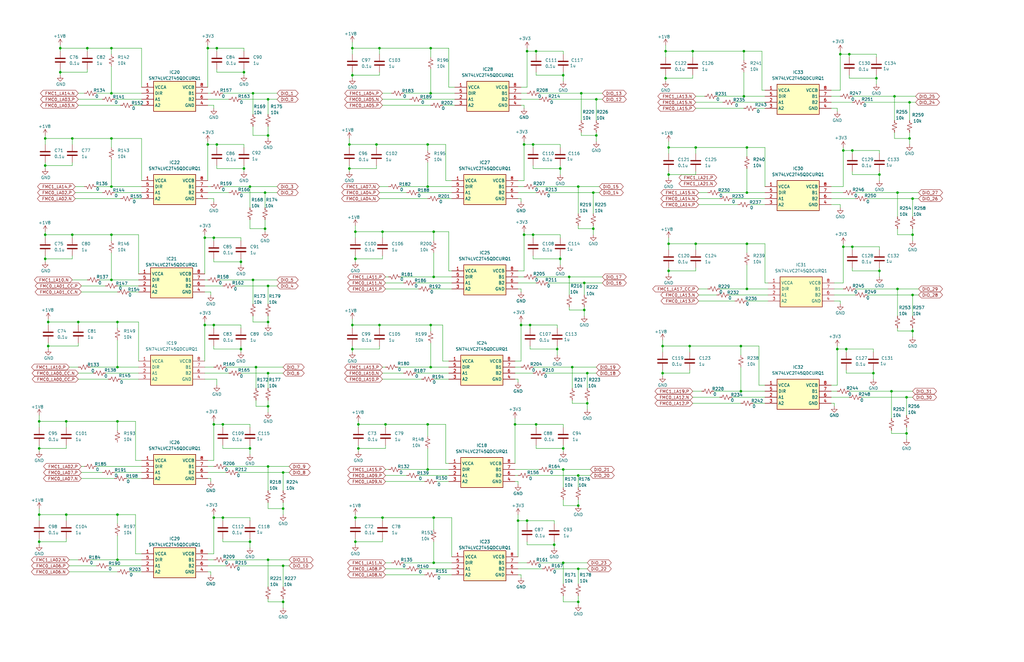
<source format=kicad_sch>
(kicad_sch (version 20250114) (generator "eeschema") (generator_version "9.0")
  (paper "B")
  (junction (at 20.32 146.05))
  (junction (at 147.32 60.96))
  (junction (at 312.42 146.05))
  (junction (at 49.53 177.8))
  (junction (at 19.05 69.85))
  (junction (at 378.46 121.92))
  (junction (at 377.19 40.64))
  (junction (at 224.79 99.06))
  (junction (at 250.19 96.52))
  (junction (at 19.05 58.42))
  (junction (at 313.69 21.59))
  (junction (at 369.57 33.02))
  (junction (at 90.17 218.44))
  (junction (at 19.05 99.06))
  (junction (at 234.95 147.32))
  (junction (at 375.92 165.1))
  (junction (at 91.44 20.32))
  (junction (at 314.96 102.87))
  (junction (at 281.94 102.87))
  (junction (at 356.87 147.32))
  (junction (at 113.03 120.65))
  (junction (at 30.48 58.42))
  (junction (at 226.06 21.59))
  (junction (at 162.56 179.07))
  (junction (at 151.13 189.23))
  (junction (at 251.46 41.91))
  (junction (at 220.98 60.96))
  (junction (at 243.84 200.66))
  (junction (at 382.27 167.64))
  (junction (at 290.83 146.05))
  (junction (at 49.53 217.17))
  (junction (at 292.1 21.59))
  (junction (at 243.84 254))
  (junction (at 102.87 71.12))
  (junction (at 314.96 121.92))
  (junction (at 113.03 41.91))
  (junction (at 105.41 189.23))
  (junction (at 46.99 99.06))
  (junction (at 148.59 31.75))
  (junction (at 181.61 39.37))
  (junction (at 251.46 57.15))
  (junction (at 384.81 99.06))
  (junction (at 49.53 135.89))
  (junction (at 370.84 73.66))
  (junction (at 181.61 20.32))
  (junction (at 49.53 236.22))
  (junction (at 160.02 137.16))
  (junction (at 27.94 217.17))
  (junction (at 245.11 39.37))
  (junction (at 378.46 81.28))
  (junction (at 182.88 218.44))
  (junction (at 180.34 198.12))
  (junction (at 25.4 20.32))
  (junction (at 246.38 130.81))
  (junction (at 359.41 63.5))
  (junction (at 113.03 236.22))
  (junction (at 46.99 58.42))
  (junction (at 219.71 137.16))
  (junction (at 147.32 71.12))
  (junction (at 220.98 99.06))
  (junction (at 87.63 20.32))
  (junction (at 119.38 254))
  (junction (at 279.4 157.48))
  (junction (at 20.32 135.89))
  (junction (at 105.41 228.6))
  (junction (at 27.94 177.8))
  (junction (at 113.03 157.48))
  (junction (at 119.38 199.39))
  (junction (at 222.25 21.59))
  (junction (at 236.22 109.22))
  (junction (at 236.22 71.12))
  (junction (at 93.98 218.44))
  (junction (at 359.41 104.14))
  (junction (at 93.98 179.07))
  (junction (at 243.84 78.74))
  (junction (at 16.51 217.17))
  (junction (at 113.03 171.45))
  (junction (at 182.88 237.49))
  (junction (at 314.96 81.28))
  (junction (at 86.36 100.33))
  (junction (at 246.38 119.38))
  (junction (at 148.59 147.32))
  (junction (at 237.49 189.23))
  (junction (at 312.42 165.1))
  (junction (at 106.68 118.11))
  (junction (at 250.19 81.28))
  (junction (at 182.88 116.84))
  (junction (at 105.41 78.74))
  (junction (at 223.52 137.16))
  (junction (at 113.03 196.85))
  (junction (at 161.29 218.44))
  (junction (at 90.17 179.07))
  (junction (at 355.6 104.14))
  (junction (at 149.86 228.6))
  (junction (at 102.87 30.48))
  (junction (at 16.51 228.6))
  (junction (at 19.05 109.22))
  (junction (at 281.94 62.23))
  (junction (at 46.99 20.32))
  (junction (at 243.84 213.36))
  (junction (at 90.17 100.33))
  (junction (at 279.4 146.05))
  (junction (at 119.38 238.76))
  (junction (at 46.99 39.37))
  (junction (at 358.14 22.86))
  (junction (at 384.81 83.82))
  (junction (at 353.06 147.32))
  (junction (at 111.76 81.28))
  (junction (at 226.06 179.07))
  (junction (at 368.3 157.48))
  (junction (at 113.03 57.15))
  (junction (at 180.34 78.74))
  (junction (at 111.76 96.52))
  (junction (at 46.99 78.74))
  (junction (at 293.37 102.87))
  (junction (at 217.17 179.07))
  (junction (at 16.51 177.8))
  (junction (at 281.94 73.66))
  (junction (at 218.44 219.71))
  (junction (at 243.84 240.03))
  (junction (at 16.51 189.23))
  (junction (at 293.37 62.23))
  (junction (at 181.61 154.94))
  (junction (at 384.81 124.46))
  (junction (at 383.54 58.42))
  (junction (at 149.86 109.22))
  (junction (at 182.88 97.79))
  (junction (at 384.81 139.7))
  (junction (at 382.27 182.88))
  (junction (at 33.02 135.89))
  (junction (at 355.6 63.5))
  (junction (at 158.75 60.96))
  (junction (at 224.79 60.96))
  (junction (at 113.03 135.89))
  (junction (at 119.38 214.63))
  (junction (at 151.13 179.07))
  (junction (at 101.6 147.32))
  (junction (at 30.48 99.06))
  (junction (at 237.49 198.12))
  (junction (at 161.29 97.79))
  (junction (at 36.83 20.32))
  (junction (at 237.49 237.49))
  (junction (at 314.96 62.23))
  (junction (at 313.69 40.64))
  (junction (at 101.6 110.49))
  (junction (at 241.3 154.94))
  (junction (at 280.67 33.02))
  (junction (at 247.65 157.48))
  (junction (at 233.68 229.87))
  (junction (at 160.02 20.32))
  (junction (at 148.59 137.16))
  (junction (at 354.33 22.86))
  (junction (at 149.86 97.79))
  (junction (at 370.84 114.3))
  (junction (at 181.61 137.16))
  (junction (at 49.53 154.94))
  (junction (at 180.34 60.96))
  (junction (at 180.34 179.07))
  (junction (at 86.36 137.16))
  (junction (at 91.44 60.96))
  (junction (at 222.25 219.71))
  (junction (at 25.4 30.48))
  (junction (at 90.17 137.16))
  (junction (at 240.03 116.84))
  (junction (at 107.95 154.94))
  (junction (at 280.67 21.59))
  (junction (at 46.99 118.11))
  (junction (at 148.59 20.32))
  (junction (at 87.63 60.96))
  (junction (at 383.54 43.18))
  (junction (at 237.49 31.75))
  (junction (at 281.94 114.3))
  (junction (at 247.65 170.18))
  (junction (at 106.68 39.37))
  (junction (at 149.86 218.44))
  (wire (pts (xy 293.37 72.39) (xy 293.37 73.66)))
  (wire (pts (xy 292.1 21.59) (xy 280.67 21.59)))
  (wire (pts (xy 308.61 167.64) (xy 322.58 167.64)))
  (wire (pts (xy 350.52 81.28) (xy 355.6 81.28)))
  (wire (pts (xy 241.3 154.94) (xy 241.3 163.83)))
  (wire (pts (xy 170.18 237.49) (xy 182.88 237.49)))
  (wire (pts (xy 378.46 99.06) (xy 384.81 99.06)))
  (wire (pts (xy 353.06 45.72) (xy 350.52 45.72)))
  (wire (pts (xy 160.02 147.32) (xy 148.59 147.32)))
  (wire (pts (xy 86.36 120.65) (xy 93.98 120.65)))
  (wire (pts (xy 186.69 44.45) (xy 191.77 44.45)))
  (wire (pts (xy 217.17 179.07) (xy 217.17 195.58)))
  (wire (pts (xy 119.38 199.39) (xy 121.92 199.39)))
  (wire (pts (xy 90.17 83.82) (xy 87.63 83.82)))
  (wire (pts (xy 25.4 20.32) (xy 36.83 20.32)))
  (wire (pts (xy 30.48 99.06) (xy 30.48 100.33)))
  (wire (pts (xy 247.65 170.18) (xy 247.65 168.91)))
  (wire (pts (xy 350.52 162.56) (xy 353.06 162.56)))
  (wire (pts (xy 378.46 121.92) (xy 387.35 121.92)))
  (wire (pts (xy 292.1 33.02) (xy 280.67 33.02)))
  (wire (pts (xy 217.17 157.48) (xy 224.79 157.48)))
  (wire (pts (xy 382.27 180.34) (xy 382.27 182.88)))
  (wire (pts (xy 243.84 200.66) (xy 243.84 205.74)))
  (wire (pts (xy 180.34 179.07) (xy 180.34 184.15)))
  (wire (pts (xy 90.17 109.22) (xy 90.17 110.49)))
  (wire (pts (xy 218.44 203.2) (xy 218.44 204.47)))
  (wire (pts (xy 384.81 138.43) (xy 384.81 139.7)))
  (wire (pts (xy 280.67 21.59) (xy 280.67 24.13)))
  (wire (pts (xy 88.9 241.3) (xy 87.63 241.3)))
  (wire (pts (xy 181.61 154.94) (xy 189.23 154.94)))
  (wire (pts (xy 237.49 237.49) (xy 247.65 237.49)))
  (wire (pts (xy 180.34 198.12) (xy 189.23 198.12)))
  (wire (pts (xy 290.83 156.21) (xy 290.83 157.48)))
  (wire (pts (xy 158.75 60.96) (xy 158.75 62.23)))
  (wire (pts (xy 250.19 81.28) (xy 250.19 90.17)))
  (wire (pts (xy 181.61 121.92) (xy 190.5 121.92)))
  (wire (pts (xy 93.98 218.44) (xy 93.98 219.71)))
  (wire (pts (xy 48.26 199.39) (xy 59.69 199.39)))
  (wire (pts (xy 25.4 29.21) (xy 25.4 30.48)))
  (wire (pts (xy 307.34 124.46) (xy 323.85 124.46)))
  (wire (pts (xy 161.29 218.44) (xy 149.86 218.44)))
  (wire (pts (xy 158.75 60.96) (xy 147.32 60.96)))
  (wire (pts (xy 314.96 102.87) (xy 314.96 106.68)))
  (wire (pts (xy 49.53 226.06) (xy 49.53 236.22)))
  (wire (pts (xy 16.51 214.63) (xy 16.51 217.17)))
  (wire (pts (xy 226.06 116.84) (xy 240.03 116.84)))
  (wire (pts (xy 86.36 137.16) (xy 90.17 137.16)))
  (wire (pts (xy 218.44 240.03) (xy 228.6 240.03)))
  (wire (pts (xy 312.42 146.05) (xy 312.42 149.86)))
  (wire (pts (xy 113.03 214.63) (xy 119.38 214.63)))
  (wire (pts (xy 163.83 78.74) (xy 160.02 78.74)))
  (wire (pts (xy 20.32 137.16) (xy 20.32 135.89)))
  (wire (pts (xy 220.98 97.79) (xy 220.98 99.06)))
  (wire (pts (xy 57.15 194.31) (xy 59.69 194.31)))
  (wire (pts (xy 293.37 113.03) (xy 293.37 114.3)))
  (wire (pts (xy 113.03 236.22) (xy 113.03 247.65)))
  (wire (pts (xy 375.92 165.1) (xy 384.81 165.1)))
  (wire (pts (xy 91.44 62.23) (xy 91.44 60.96)))
  (wire (pts (xy 280.67 31.75) (xy 280.67 33.02)))
  (wire (pts (xy 218.44 114.3) (xy 220.98 114.3)))
  (wire (pts (xy 314.96 62.23) (xy 322.58 62.23)))
  (wire (pts (xy 243.84 78.74) (xy 243.84 90.17)))
  (wire (pts (xy 160.02 137.16) (xy 148.59 137.16)))
  (wire (pts (xy 353.06 147.32) (xy 353.06 162.56)))
  (wire (pts (xy 19.05 99.06) (xy 19.05 100.33)))
  (wire (pts (xy 219.71 83.82) (xy 218.44 83.82)))
  (wire (pts (xy 147.32 58.42) (xy 147.32 60.96)))
  (wire (pts (xy 246.38 119.38) (xy 254 119.38)))
  (wire (pts (xy 293.37 73.66) (xy 281.94 73.66)))
  (wire (pts (xy 16.51 175.26) (xy 16.51 177.8)))
  (wire (pts (xy 378.46 81.28) (xy 387.35 81.28)))
  (wire (pts (xy 86.36 135.89) (xy 86.36 137.16)))
  (wire (pts (xy 90.17 179.07) (xy 93.98 179.07)))
  (wire (pts (xy 91.44 21.59) (xy 91.44 20.32)))
  (wire (pts (xy 321.31 38.1) (xy 322.58 38.1)))
  (wire (pts (xy 161.29 97.79) (xy 149.86 97.79)))
  (wire (pts (xy 353.06 147.32) (xy 356.87 147.32)))
  (wire (pts (xy 105.41 189.23) (xy 105.41 191.77)))
  (wire (pts (xy 353.06 45.72) (xy 353.06 46.99)))
  (wire (pts (xy 370.84 73.66) (xy 370.84 76.2)))
  (wire (pts (xy 106.68 118.11) (xy 116.84 118.11)))
  (wire (pts (xy 160.02 20.32) (xy 160.02 22.86)))
  (wire (pts (xy 113.03 171.45) (xy 113.03 173.99)))
  (wire (pts (xy 377.19 58.42) (xy 377.19 55.88)))
  (wire (pts (xy 54.61 123.19) (xy 58.42 123.19)))
  (wire (pts (xy 48.26 41.91) (xy 59.69 41.91)))
  (wire (pts (xy 160.02 20.32) (xy 148.59 20.32)))
  (wire (pts (xy 251.46 57.15) (xy 251.46 59.69)))
  (wire (pts (xy 245.11 57.15) (xy 251.46 57.15)))
  (wire (pts (xy 148.59 17.78) (xy 148.59 20.32)))
  (wire (pts (xy 30.48 107.95) (xy 30.48 109.22)))
  (wire (pts (xy 308.61 83.82) (xy 322.58 83.82)))
  (wire (pts (xy 49.53 135.89) (xy 58.42 135.89)))
  (wire (pts (xy 237.49 198.12) (xy 237.49 205.74)))
  (wire (pts (xy 25.4 21.59) (xy 25.4 20.32)))
  (wire (pts (xy 234.95 146.05) (xy 234.95 147.32)))
  (wire (pts (xy 358.14 22.86) (xy 358.14 24.13)))
  (wire (pts (xy 246.38 119.38) (xy 246.38 124.46)))
  (wire (pts (xy 151.13 177.8) (xy 151.13 179.07)))
  (wire (pts (xy 189.23 36.83) (xy 189.23 20.32)))
  (wire (pts (xy 187.96 76.2) (xy 190.5 76.2)))
  (wire (pts (xy 20.32 144.78) (xy 20.32 146.05)))
  (wire (pts (xy 237.49 210.82) (xy 237.49 213.36)))
  (wire (pts (xy 59.69 58.42) (xy 59.69 76.2)))
  (wire (pts (xy 354.33 21.59) (xy 354.33 22.86)))
  (wire (pts (xy 33.02 39.37) (xy 35.56 39.37)))
  (wire (pts (xy 243.84 200.66) (xy 248.92 200.66)))
  (wire (pts (xy 250.19 95.25) (xy 250.19 96.52)))
  (wire (pts (xy 354.33 86.36) (xy 350.52 86.36)))
  (wire (pts (xy 44.45 157.48) (xy 58.42 157.48)))
  (wire (pts (xy 113.03 196.85) (xy 121.92 196.85)))
  (wire (pts (xy 355.6 104.14) (xy 359.41 104.14)))
  (wire (pts (xy 224.79 60.96) (xy 236.22 60.96)))
  (wire (pts (xy 218.44 76.2) (xy 220.98 76.2)))
  (wire (pts (xy 181.61 137.16) (xy 160.02 137.16)))
  (wire (pts (xy 20.32 135.89) (xy 33.02 135.89)))
  (wire (pts (xy 350.52 38.1) (xy 354.33 38.1)))
  (wire (pts (xy 87.63 199.39) (xy 95.25 199.39)))
  (wire (pts (xy 148.59 134.62) (xy 148.59 137.16)))
  (wire (pts (xy 354.33 22.86) (xy 354.33 38.1)))
  (wire (pts (xy 377.19 40.64) (xy 386.08 40.64)))
  (wire (pts (xy 233.68 219.71) (xy 233.68 220.98)))
  (wire (pts (xy 148.59 30.48) (xy 148.59 31.75)))
  (wire (pts (xy 36.83 20.32) (xy 46.99 20.32)))
  (wire (pts (xy 240.03 116.84) (xy 254 116.84)))
  (wire (pts (xy 91.44 69.85) (xy 91.44 71.12)))
  (wire (pts (xy 101.6 147.32) (xy 101.6 148.59)))
  (wire (pts (xy 314.96 121.92) (xy 303.53 121.92)))
  (wire (pts (xy 236.22 60.96) (xy 236.22 62.23)))
  (wire (pts (xy 355.6 62.23) (xy 355.6 63.5)))
  (wire (pts (xy 19.05 69.85) (xy 19.05 71.12)))
  (wire (pts (xy 181.61 137.16) (xy 186.69 137.16)))
  (wire (pts (xy 237.49 189.23) (xy 237.49 190.5)))
  (wire (pts (xy 151.13 189.23) (xy 151.13 190.5)))
  (wire (pts (xy 382.27 167.64) (xy 384.81 167.64)))
  (wire (pts (xy 147.32 71.12) (xy 147.32 72.39)))
  (wire (pts (xy 246.38 129.54) (xy 246.38 130.81)))
  (wire (pts (xy 226.06 21.59) (xy 237.49 21.59)))
  (wire (pts (xy 151.13 179.07) (xy 151.13 180.34)))
  (wire (pts (xy 38.1 154.94) (xy 49.53 154.94)))
  (wire (pts (xy 222.25 220.98) (xy 222.25 219.71)))
  (wire (pts (xy 101.6 41.91) (xy 113.03 41.91)))
  (wire (pts (xy 223.52 137.16) (xy 234.95 137.16)))
  (wire (pts (xy 313.69 21.59) (xy 321.31 21.59)))
  (wire (pts (xy 383.54 43.18) (xy 383.54 50.8)))
  (wire (pts (xy 220.98 59.69) (xy 220.98 60.96)))
  (wire (pts (xy 90.17 218.44) (xy 93.98 218.44)))
  (wire (pts (xy 220.98 60.96) (xy 220.98 76.2)))
  (wire (pts (xy 50.8 83.82) (xy 31.75 83.82)))
  (wire (pts (xy 384.81 99.06) (xy 384.81 101.6)))
  (wire (pts (xy 180.34 189.23) (xy 180.34 198.12)))
  (wire (pts (xy 222.25 228.6) (xy 222.25 229.87)))
  (wire (pts (xy 189.23 36.83) (xy 191.77 36.83)))
  (wire (pts (xy 36.83 20.32) (xy 36.83 21.59)))
  (wire (pts (xy 226.06 30.48) (xy 226.06 31.75)))
  (wire (pts (xy 162.56 121.92) (xy 176.53 121.92)))
  (wire (pts (xy 91.44 29.21) (xy 91.44 30.48)))
  (wire (pts (xy 181.61 154.94) (xy 167.64 154.94)))
  (wire (pts (xy 91.44 20.32) (xy 102.87 20.32)))
  (wire (pts (xy 292.1 167.64) (xy 303.53 167.64)))
  (wire (pts (xy 182.88 106.68) (xy 182.88 116.84)))
  (wire (pts (xy 33.02 154.94) (xy 29.21 154.94)))
  (wire (pts (xy 177.8 41.91) (xy 191.77 41.91)))
  (wire (pts (xy 350.52 165.1) (xy 353.06 165.1)))
  (wire (pts (xy 93.98 227.33) (xy 93.98 228.6)))
  (wire (pts (xy 358.14 33.02) (xy 369.57 33.02)))
  (wire (pts (xy 162.56 198.12) (xy 163.83 198.12)))
  (wire (pts (xy 360.68 81.28) (xy 378.46 81.28)))
  (wire (pts (xy 43.18 81.28) (xy 31.75 81.28)))
  (wire (pts (xy 313.69 40.64) (xy 302.26 40.64)))
  (wire (pts (xy 250.19 81.28) (xy 252.73 81.28)))
  (wire (pts (xy 180.34 78.74) (xy 190.5 78.74)))
  (wire (pts (xy 237.49 213.36) (xy 243.84 213.36)))
  (wire (pts (xy 90.17 147.32) (xy 101.6 147.32)))
  (wire (pts (xy 312.42 154.94) (xy 312.42 165.1)))
  (wire (pts (xy 19.05 68.58) (xy 19.05 69.85)))
  (wire (pts (xy 88.9 241.3) (xy 88.9 242.57)))
  (wire (pts (xy 19.05 60.96) (xy 19.05 58.42)))
  (wire (pts (xy 101.6 110.49) (xy 101.6 111.76)))
  (wire (pts (xy 370.84 63.5) (xy 370.84 64.77)))
  (wire (pts (xy 350.52 43.18) (xy 359.41 43.18)))
  (wire (pts (xy 33.02 44.45) (xy 50.8 44.45)))
  (wire (pts (xy 50.8 160.02) (xy 58.42 160.02)))
  (wire (pts (xy 87.63 20.32) (xy 91.44 20.32)))
  (wire (pts (xy 243.84 78.74) (xy 252.73 78.74)))
  (wire (pts (xy 160.02 30.48) (xy 160.02 31.75)))
  (wire (pts (xy 383.54 58.42) (xy 383.54 60.96)))
  (wire (pts (xy 29.21 241.3) (xy 49.53 241.3)))
  (wire (pts (xy 356.87 147.32) (xy 356.87 148.59)))
  (wire (pts (xy 149.86 218.44) (xy 149.86 219.71)))
  (wire (pts (xy 149.86 217.17) (xy 149.86 218.44)))
  (wire (pts (xy 384.81 83.82) (xy 387.35 83.82)))
  (wire (pts (xy 294.64 127) (xy 309.88 127)))
  (wire (pts (xy 87.63 194.31) (xy 90.17 194.31)))
  (wire (pts (xy 316.23 86.36) (xy 322.58 86.36)))
  (wire (pts (xy 87.63 39.37) (xy 88.9 39.37)))
  (wire (pts (xy 19.05 97.79) (xy 19.05 99.06)))
  (wire (pts (xy 240.03 130.81) (xy 246.38 130.81)))
  (wire (pts (xy 113.03 254) (xy 113.03 252.73)))
  (wire (pts (xy 226.06 21.59) (xy 226.06 22.86)))
  (wire (pts (xy 377.19 58.42) (xy 383.54 58.42)))
  (wire (pts (xy 25.4 30.48) (xy 36.83 30.48)))
  (wire (pts (xy 281.94 59.69) (xy 281.94 62.23)))
  (wire (pts (xy 314.96 111.76) (xy 314.96 121.92)))
  (wire (pts (xy 237.49 251.46) (xy 237.49 254)))
  (wire (pts (xy 113.03 196.85) (xy 113.03 207.01)))
  (wire (pts (xy 33.02 41.91) (xy 43.18 41.91)))
  (wire (pts (xy 160.02 81.28) (xy 171.45 81.28)))
  (wire (pts (xy 236.22 71.12) (xy 236.22 73.66)))
  (wire (pts (xy 59.69 39.37) (xy 46.99 39.37)))
  (wire (pts (xy 298.45 81.28) (xy 294.64 81.28)))
  (wire (pts (xy 354.33 22.86) (xy 358.14 22.86)))
  (wire (pts (xy 49.53 120.65) (xy 58.42 120.65)))
  (wire (pts (xy 93.98 189.23) (xy 105.41 189.23)))
  (wire (pts (xy 218.44 81.28) (xy 226.06 81.28)))
  (wire (pts (xy 182.88 237.49) (xy 190.5 237.49)))
  (wire (pts (xy 16.51 228.6) (xy 16.51 229.87)))
  (wire (pts (xy 88.9 201.93) (xy 87.63 201.93)))
  (wire (pts (xy 295.91 165.1) (xy 292.1 165.1)))
  (wire (pts (xy 359.41 63.5) (xy 359.41 64.77)))
  (wire (pts (xy 161.29 109.22) (xy 149.86 109.22)))
  (wire (pts (xy 19.05 57.15) (xy 19.05 58.42)))
  (wire (pts (xy 236.22 69.85) (xy 236.22 71.12)))
  (wire (pts (xy 91.44 30.48) (xy 102.87 30.48)))
  (wire (pts (xy 46.99 20.32) (xy 46.99 22.86)))
  (wire (pts (xy 293.37 62.23) (xy 281.94 62.23)))
  (wire (pts (xy 182.88 160.02) (xy 189.23 160.02)))
  (wire (pts (xy 219.71 121.92) (xy 218.44 121.92)))
  (wire (pts (xy 187.96 195.58) (xy 187.96 179.07)))
  (wire (pts (xy 19.05 99.06) (xy 30.48 99.06)))
  (wire (pts (xy 90.17 101.6) (xy 90.17 100.33)))
  (wire (pts (xy 113.03 254) (xy 119.38 254)))
  (wire (pts (xy 106.68 118.11) (xy 106.68 128.27)))
  (wire (pts (xy 356.87 157.48) (xy 368.3 157.48)))
  (wire (pts (xy 91.44 160.02) (xy 91.44 162.56)))
  (wire (pts (xy 162.56 179.07) (xy 151.13 179.07)))
  (wire (pts (xy 377.19 40.64) (xy 377.19 50.8)))
  (wire (pts (xy 233.68 240.03) (xy 243.84 240.03)))
  (wire (pts (xy 219.71 39.37) (xy 222.25 39.37)))
  (wire (pts (xy 218.44 160.02) (xy 218.44 161.29)))
  (wire (pts (xy 321.31 38.1) (xy 321.31 21.59)))
  (wire (pts (xy 102.87 29.21) (xy 102.87 30.48)))
  (wire (pts (xy 182.88 97.79) (xy 182.88 101.6)))
  (wire (pts (xy 90.17 110.49) (xy 101.6 110.49)))
  (wire (pts (xy 93.98 187.96) (xy 93.98 189.23)))
  (wire (pts (xy 119.38 214.63) (xy 119.38 217.17)))
  (wire (pts (xy 384.81 124.46) (xy 384.81 133.35)))
  (wire (pts (xy 224.79 60.96) (xy 224.79 62.23)))
  (wire (pts (xy 375.92 182.88) (xy 375.92 181.61)))
  (wire (pts (xy 27.94 187.96) (xy 27.94 189.23)))
  (wire (pts (xy 223.52 200.66) (xy 243.84 200.66)))
  (wire (pts (xy 313.69 40.64) (xy 322.58 40.64)))
  (wire (pts (xy 369.57 22.86) (xy 369.57 24.13)))
  (wire (pts (xy 375.92 165.1) (xy 375.92 176.53)))
  (wire (pts (xy 236.22 107.95) (xy 236.22 109.22)))
  (wire (pts (xy 162.56 242.57) (xy 179.07 242.57)))
  (wire (pts (xy 107.95 168.91) (xy 107.95 171.45)))
  (wire (pts (xy 101.6 157.48) (xy 113.03 157.48)))
  (wire (pts (xy 384.81 96.52) (xy 384.81 99.06)))
  (wire (pts (xy 148.59 147.32) (xy 148.59 148.59)))
  (wire (pts (xy 279.4 143.51) (xy 279.4 146.05)))
  (wire (pts (xy 119.38 238.76) (xy 119.38 247.65)))
  (wire (pts (xy 93.98 228.6) (xy 105.41 228.6)))
  (wire (pts (xy 224.79 107.95) (xy 224.79 109.22)))
  (wire (pts (xy 175.26 157.48) (xy 189.23 157.48)))
  (wire (pts (xy 162.56 203.2) (xy 179.07 203.2)))
  (wire (pts (xy 219.71 41.91) (xy 227.33 41.91)))
  (wire (pts (xy 57.15 194.31) (xy 57.15 177.8)))
  (wire (pts (xy 36.83 29.21) (xy 36.83 30.48)))
  (wire (pts (xy 378.46 96.52) (xy 378.46 99.06)))
  (wire (pts (xy 294.64 83.82) (xy 303.53 83.82)))
  (wire (pts (xy 368.3 157.48) (xy 368.3 160.02)))
  (wire (pts (xy 359.41 40.64) (xy 377.19 40.64)))
  (wire (pts (xy 218.44 160.02) (xy 217.17 160.02)))
  (wire (pts (xy 19.05 69.85) (xy 30.48 69.85)))
  (wire (pts (xy 101.6 137.16) (xy 101.6 138.43)))
  (wire (pts (xy 55.88 44.45) (xy 59.69 44.45)))
  (wire (pts (xy 90.17 218.44) (xy 90.17 233.68)))
  (wire (pts (xy 107.95 171.45) (xy 113.03 171.45)))
  (wire (pts (xy 220.98 99.06) (xy 224.79 99.06)))
  (wire (pts (xy 151.13 187.96) (xy 151.13 189.23)))
  (wire (pts (xy 102.87 60.96) (xy 102.87 62.23)))
  (wire (pts (xy 354.33 127) (xy 351.79 127)))
  (wire (pts (xy 147.32 69.85) (xy 147.32 71.12)))
  (wire (pts (xy 220.98 44.45) (xy 219.71 44.45)))
  (wire (pts (xy 93.98 39.37) (xy 106.68 39.37)))
  (wire (pts (xy 180.34 60.96) (xy 180.34 63.5)))
  (wire (pts (xy 182.88 218.44) (xy 190.5 218.44)))
  (wire (pts (xy 93.98 179.07) (xy 105.41 179.07)))
  (wire (pts (xy 279.4 156.21) (xy 279.4 157.48)))
  (wire (pts (xy 106.68 133.35) (xy 106.68 135.89)))
  (wire (pts (xy 87.63 41.91) (xy 96.52 41.91)))
  (wire (pts (xy 182.88 116.84) (xy 168.91 116.84)))
  (wire (pts (xy 25.4 30.48) (xy 25.4 31.75)))
  (wire (pts (xy 160.02 31.75) (xy 148.59 31.75)))
  (wire (pts (xy 59.69 78.74) (xy 46.99 78.74)))
  (wire (pts (xy 292.1 21.59) (xy 292.1 24.13)))
  (wire (pts (xy 314.96 121.92) (xy 323.85 121.92)))
  (wire (pts (xy 237.49 187.96) (xy 237.49 189.23)))
  (wire (pts (xy 90.17 138.43) (xy 90.17 137.16)))
  (wire (pts (xy 241.3 154.94) (xy 251.46 154.94)))
  (wire (pts (xy 95.25 154.94) (xy 107.95 154.94)))
  (wire (pts (xy 100.33 238.76) (xy 119.38 238.76)))
  (wire (pts (xy 245.11 39.37) (xy 245.11 50.8)))
  (wire (pts (xy 161.29 41.91) (xy 172.72 41.91)))
  (wire (pts (xy 59.69 20.32) (xy 59.69 36.83)))
  (wire (pts (xy 148.59 31.75) (xy 148.59 33.02)))
  (wire (pts (xy 40.64 39.37) (xy 46.99 39.37)))
  (wire (pts (xy 231.14 81.28) (xy 250.19 81.28)))
  (wire (pts (xy 382.27 182.88) (xy 382.27 185.42)))
  (wire (pts (xy 101.6 109.22) (xy 101.6 110.49)))
  (wire (pts (xy 181.61 137.16) (xy 181.61 139.7)))
  (wire (pts (xy 101.6 81.28) (xy 111.76 81.28)))
  (wire (pts (xy 113.03 41.91) (xy 116.84 41.91)))
  (wire (pts (xy 180.34 60.96) (xy 158.75 60.96)))
  (wire (pts (xy 87.63 60.96) (xy 91.44 60.96)))
  (wire (pts (xy 232.41 198.12) (xy 237.49 198.12)))
  (wire (pts (xy 30.48 58.42) (xy 46.99 58.42)))
  (wire (pts (xy 162.56 119.38) (xy 170.18 119.38)))
  (wire (pts (xy 359.41 114.3) (xy 370.84 114.3)))
  (wire (pts (xy 161.29 218.44) (xy 161.29 219.71)))
  (wire (pts (xy 149.86 95.25) (xy 149.86 97.79)))
  (wire (pts (xy 184.15 242.57) (xy 190.5 242.57)))
  (wire (pts (xy 378.46 81.28) (xy 378.46 91.44)))
  (wire (pts (xy 148.59 20.32) (xy 148.59 22.86)))
  (wire (pts (xy 218.44 119.38) (xy 226.06 119.38)))
  (wire (pts (xy 281.94 113.03) (xy 281.94 114.3)))
  (wire (pts (xy 281.94 62.23) (xy 281.94 64.77)))
  (wire (pts (xy 220.98 44.45) (xy 220.98 45.72)))
  (wire (pts (xy 247.65 170.18) (xy 241.3 170.18)))
  (wire (pts (xy 162.56 154.94) (xy 161.29 154.94)))
  (wire (pts (xy 30.48 99.06) (xy 46.99 99.06)))
  (wire (pts (xy 240.03 116.84) (xy 240.03 124.46)))
  (wire (pts (xy 49.53 143.51) (xy 49.53 154.94)))
  (wire (pts (xy 279.4 146.05) (xy 279.4 148.59)))
  (wire (pts (xy 86.36 152.4) (xy 86.36 137.16)))
  (wire (pts (xy 40.64 196.85) (xy 59.69 196.85)))
  (wire (pts (xy 93.98 78.74) (xy 105.41 78.74)))
  (wire (pts (xy 217.17 154.94) (xy 219.71 154.94)))
  (wire (pts (xy 182.88 218.44) (xy 182.88 223.52)))
  (wire (pts (xy 27.94 217.17) (xy 27.94 219.71)))
  (wire (pts (xy 149.86 227.33) (xy 149.86 228.6)))
  (wire (pts (xy 160.02 137.16) (xy 160.02 138.43)))
  (wire (pts (xy 369.57 31.75) (xy 369.57 33.02)))
  (wire (pts (xy 46.99 78.74) (xy 46.99 67.31)))
  (wire (pts (xy 353.06 146.05) (xy 353.06 147.32)))
  (wire (pts (xy 86.36 115.57) (xy 86.36 100.33)))
  (wire (pts (xy 113.03 168.91) (xy 113.03 171.45)))
  (wire (pts (xy 223.52 137.16) (xy 223.52 138.43)))
  (wire (pts (xy 25.4 19.05) (xy 25.4 20.32)))
  (wire (pts (xy 16.51 189.23) (xy 16.51 190.5)))
  (wire (pts (xy 49.53 236.22) (xy 38.1 236.22)))
  (wire (pts (xy 294.64 124.46) (xy 302.26 124.46)))
  (wire (pts (xy 90.17 44.45) (xy 87.63 44.45)))
  (wire (pts (xy 161.29 218.44) (xy 182.88 218.44)))
  (wire (pts (xy 184.15 203.2) (xy 189.23 203.2)))
  (wire (pts (xy 281.94 73.66) (xy 281.94 74.93)))
  (wire (pts (xy 34.29 123.19) (xy 49.53 123.19)))
  (wire (pts (xy 181.61 20.32) (xy 181.61 24.13)))
  (wire (pts (xy 34.29 199.39) (xy 43.18 199.39)))
  (wire (pts (xy 243.84 240.03) (xy 247.65 240.03)))
  (wire (pts (xy 107.95 154.94) (xy 119.38 154.94)))
  (wire (pts (xy 314.96 62.23) (xy 314.96 66.04)))
  (wire (pts (xy 113.03 135.89) (xy 113.03 137.16)))
  (wire (pts (xy 16.51 187.96) (xy 16.51 189.23)))
  (wire (pts (xy 46.99 78.74) (xy 40.64 78.74)))
  (wire (pts (xy 222.25 20.32) (xy 222.25 21.59)))
  (wire (pts (xy 113.03 214.63) (xy 113.03 212.09)))
  (wire (pts (xy 175.26 119.38) (xy 190.5 119.38)))
  (wire (pts (xy 181.61 144.78) (xy 181.61 154.94)))
  (wire (pts (xy 27.94 227.33) (xy 27.94 228.6)))
  (wire (pts (xy 226.06 180.34) (xy 226.06 179.07)))
  (wire (pts (xy 312.42 165.1) (xy 322.58 165.1)))
  (wire (pts (xy 384.81 83.82) (xy 384.81 91.44)))
  (wire (pts (xy 16.51 177.8) (xy 16.51 180.34)))
  (wire (pts (xy 240.03 130.81) (xy 240.03 129.54)))
  (wire (pts (xy 185.42 83.82) (xy 190.5 83.82)))
  (wire (pts (xy 359.41 104.14) (xy 359.41 105.41)))
  (wire (pts (xy 86.36 99.06) (xy 86.36 100.33)))
  (wire (pts (xy 92.71 118.11) (xy 106.68 118.11)))
  (wire (pts (xy 100.33 199.39) (xy 119.38 199.39)))
  (wire (pts (xy 168.91 198.12) (xy 180.34 198.12)))
  (wire (pts (xy 49.53 177.8) (xy 49.53 181.61)))
  (wire (pts (xy 87.63 78.74) (xy 88.9 78.74)))
  (wire (pts (xy 105.41 187.96) (xy 105.41 189.23)))
  (wire (pts (xy 49.53 217.17) (xy 49.53 220.98)))
  (wire (pts (xy 314.96 102.87) (xy 322.58 102.87)))
  (wire (pts (xy 102.87 30.48) (xy 102.87 31.75)))
  (wire (pts (xy 226.06 78.74) (xy 243.84 78.74)))
  (wire (pts (xy 33.02 144.78) (xy 33.02 146.05)))
  (wire (pts (xy 90.17 146.05) (xy 90.17 147.32)))
  (wire (pts (xy 186.69 152.4) (xy 189.23 152.4)))
  (wire (pts (xy 87.63 59.69) (xy 87.63 60.96)))
  (wire (pts (xy 99.06 120.65) (xy 113.03 120.65)))
  (wire (pts (xy 189.23 195.58) (xy 187.96 195.58)))
  (wire (pts (xy 180.34 60.96) (xy 187.96 60.96)))
  (wire (pts (xy 45.72 238.76) (xy 59.69 238.76)))
  (wire (pts (xy 280.67 33.02) (xy 280.67 34.29)))
  (wire (pts (xy 161.29 97.79) (xy 161.29 100.33)))
  (wire (pts (xy 322.58 78.74) (xy 322.58 62.23)))
  (wire (pts (xy 218.44 217.17) (xy 218.44 219.71)))
  (wire (pts (xy 290.83 146.05) (xy 279.4 146.05)))
  (wire (pts (xy 34.29 120.65) (xy 44.45 120.65)))
  (wire (pts (xy 355.6 104.14) (xy 355.6 119.38)))
  (wire (pts (xy 165.1 39.37) (xy 161.29 39.37)))
  (wire (pts (xy 105.41 92.71) (xy 105.41 96.52)))
  (wire (pts (xy 322.58 119.38) (xy 323.85 119.38)))
  (wire (pts (xy 105.41 78.74) (xy 105.41 87.63)))
  (wire (pts (xy 351.79 170.18) (xy 351.79 171.45)))
  (wire (pts (xy 113.03 120.65) (xy 113.03 128.27)))
  (wire (pts (xy 88.9 123.19) (xy 86.36 123.19)))
  (wire (pts (xy 33.02 160.02) (xy 45.72 160.02)))
  (wire (pts (xy 160.02 83.82) (xy 180.34 83.82)))
  (wire (pts (xy 86.36 118.11) (xy 87.63 118.11)))
  (wire (pts (xy 30.48 118.11) (xy 36.83 118.11)))
  (wire (pts (xy 378.46 139.7) (xy 384.81 139.7)))
  (wire (pts (xy 57.15 233.68) (xy 57.15 217.17)))
  (wire (pts (xy 161.29 107.95) (xy 161.29 109.22)))
  (wire (pts (xy 102.87 71.12) (xy 102.87 72.39)))
  (wire (pts (xy 375.92 182.88) (xy 382.27 182.88)))
  (wire (pts (xy 359.41 113.03) (xy 359.41 114.3)))
  (wire (pts (xy 351.79 121.92) (xy 355.6 121.92)))
  (wire (pts (xy 232.41 41.91) (xy 251.46 41.91)))
  (wire (pts (xy 220.98 60.96) (xy 224.79 60.96)))
  (wire (pts (xy 314.96 81.28) (xy 322.58 81.28)))
  (wire (pts (xy 281.94 72.39) (xy 281.94 73.66)))
  (wire (pts (xy 219.71 137.16) (xy 223.52 137.16)))
  (wire (pts (xy 55.88 83.82) (xy 59.69 83.82)))
  (wire (pts (xy 384.81 124.46) (xy 387.35 124.46)))
  (wire (pts (xy 355.6 102.87) (xy 355.6 104.14)))
  (wire (pts (xy 190.5 218.44) (xy 190.5 234.95)))
  (wire (pts (xy 161.29 228.6) (xy 149.86 228.6)))
  (wire (pts (xy 360.68 121.92) (xy 378.46 121.92)))
  (wire (pts (xy 46.99 58.42) (xy 46.99 62.23)))
  (wire (pts (xy 250.19 96.52) (xy 250.19 99.06)))
  (wire (pts (xy 217.17 200.66) (xy 218.44 200.66)))
  (wire (pts (xy 49.53 177.8) (xy 27.94 177.8)))
  (wire (pts (xy 33.02 236.22) (xy 29.21 236.22)))
  (wire (pts (xy 219.71 83.82) (xy 219.71 85.09)))
  (wire (pts (xy 227.33 39.37) (xy 245.11 39.37)))
  (wire (pts (xy 182.88 116.84) (xy 190.5 116.84)))
  (wire (pts (xy 93.98 218.44) (xy 105.41 218.44)))
  (wire (pts (xy 359.41 73.66) (xy 370.84 73.66)))
  (wire (pts (xy 247.65 170.18) (xy 247.65 172.72)))
  (wire (pts (xy 251.46 41.91) (xy 251.46 50.8)))
  (wire (pts (xy 243.84 254) (xy 243.84 255.27)))
  (wire (pts (xy 46.99 58.42) (xy 59.69 58.42)))
  (wire (pts (xy 30.48 68.58) (xy 30.48 69.85)))
  (wire (pts (xy 378.46 139.7) (xy 378.46 138.43)))
  (wire (pts (xy 46.99 118.11) (xy 58.42 118.11)))
  (wire (pts (xy 293.37 43.18) (xy 304.8 43.18)))
  (wire (pts (xy 369.57 33.02) (xy 369.57 35.56)))
  (wire (pts (xy 160.02 146.05) (xy 160.02 147.32)))
  (wire (pts (xy 219.71 137.16) (xy 219.71 152.4)))
  (wire (pts (xy 27.94 177.8) (xy 16.51 177.8)))
  (wire (pts (xy 49.53 217.17) (xy 57.15 217.17)))
  (wire (pts (xy 351.79 119.38) (xy 355.6 119.38)))
  (wire (pts (xy 355.6 63.5) (xy 359.41 63.5)))
  (wire (pts (xy 119.38 238.76) (xy 121.92 238.76)))
  (wire (pts (xy 233.68 229.87) (xy 233.68 231.14)))
  (wire (pts (xy 49.53 154.94) (xy 58.42 154.94)))
  (wire (pts (xy 19.05 58.42) (xy 30.48 58.42)))
  (wire (pts (xy 223.52 146.05) (xy 223.52 147.32)))
  (wire (pts (xy 106.68 39.37) (xy 106.68 48.26)))
  (wire (pts (xy 181.61 39.37) (xy 170.18 39.37)))
  (wire (pts (xy 217.17 179.07) (xy 226.06 179.07)))
  (wire (pts (xy 281.94 100.33) (xy 281.94 102.87)))
  (wire (pts (xy 105.41 227.33) (xy 105.41 228.6)))
  (wire (pts (xy 354.33 127) (xy 354.33 128.27)))
  (wire (pts (xy 87.63 81.28) (xy 96.52 81.28)))
  (wire (pts (xy 87.63 76.2) (xy 87.63 60.96)))
  (wire (pts (xy 237.49 179.07) (xy 237.49 180.34)))
  (wire (pts (xy 41.91 118.11) (xy 46.99 118.11)))
  (wire (pts (xy 149.86 107.95) (xy 149.86 109.22)))
  (wire (pts (xy 312.42 146.05) (xy 320.04 146.05)))
  (wire (pts (xy 49.53 135.89) (xy 49.53 138.43)))
  (wire (pts (xy 20.32 146.05) (xy 33.02 146.05)))
  (wire (pts (xy 162.56 240.03) (xy 171.45 240.03)))
  (wire (pts (xy 229.87 157.48) (xy 247.65 157.48)))
  (wire (pts (xy 224.79 99.06) (xy 236.22 99.06)))
  (wire (pts (xy 90.17 179.07) (xy 90.17 194.31)))
  (wire (pts (xy 222.25 219.71) (xy 233.68 219.71)))
  (wire (pts (xy 219.71 36.83) (xy 222.25 36.83)))
  (wire (pts (xy 309.88 43.18) (xy 322.58 43.18)))
  (wire (pts (xy 111.76 92.71) (xy 111.76 96.52)))
  (wire (pts (xy 322.58 119.38) (xy 322.58 102.87)))
  (wire (pts (xy 113.03 157.48) (xy 119.38 157.48)))
  (wire (pts (xy 350.52 167.64) (xy 358.14 167.64)))
  (wire (pts (xy 113.03 135.89) (xy 106.68 135.89)))
  (wire (pts (xy 350.52 40.64) (xy 354.33 40.64)))
  (wire (pts (xy 363.22 167.64) (xy 382.27 167.64)))
  (wire (pts (xy 90.17 100.33) (xy 101.6 100.33)))
  (wire (pts (xy 34.29 201.93) (xy 48.26 201.93)))
  (wire (pts (xy 33.02 157.48) (xy 39.37 157.48)))
  (wire (pts (xy 293.37 102.87) (xy 281.94 102.87)))
  (wire (pts (xy 351.79 124.46) (xy 360.68 124.46)))
  (wire (pts (xy 46.99 99.06) (xy 46.99 101.6)))
  (wire (pts (xy 237.49 237.49) (xy 237.49 246.38)))
  (wire (pts (xy 182.88 97.79) (xy 189.23 97.79)))
  (wire (pts (xy 378.46 121.92) (xy 378.46 133.35)))
  (wire (pts (xy 111.76 96.52) (xy 105.41 96.52)))
  (wire (pts (xy 46.99 106.68) (xy 46.99 118.11)))
  (wire (pts (xy 101.6 100.33) (xy 101.6 101.6)))
  (wire (pts (xy 95.25 196.85) (xy 113.03 196.85)))
  (wire (pts (xy 88.9 124.46) (xy 88.9 123.19)))
  (wire (pts (xy 16.51 227.33) (xy 16.51 228.6)))
  (wire (pts (xy 236.22 99.06) (xy 236.22 100.33)))
  (wire (pts (xy 359.41 63.5) (xy 370.84 63.5)))
  (wire (pts (xy 176.53 81.28) (xy 190.5 81.28)))
  (wire (pts (xy 251.46 55.88) (xy 251.46 57.15)))
  (wire (pts (xy 148.59 137.16) (xy 148.59 138.43)))
  (wire (pts (xy 90.17 85.09) (xy 90.17 83.82)))
  (wire (pts (xy 187.96 179.07) (xy 180.34 179.07)))
  (wire (pts (xy 224.79 69.85) (xy 224.79 71.12)))
  (wire (pts (xy 119.38 212.09) (xy 119.38 214.63)))
  (wire (pts (xy 243.84 251.46) (xy 243.84 254)))
  (wire (pts (xy 220.98 99.06) (xy 220.98 114.3)))
  (wire (pts (xy 20.32 134.62) (xy 20.32 135.89)))
  (wire (pts (xy 359.41 104.14) (xy 370.84 104.14)))
  (wire (pts (xy 161.29 157.48) (xy 170.18 157.48)))
  (wire (pts (xy 218.44 219.71) (xy 222.25 219.71)))
  (wire (pts (xy 54.61 241.3) (xy 59.69 241.3)))
  (wire (pts (xy 162.56 189.23) (xy 151.13 189.23)))
  (wire (pts (xy 383.54 55.88) (xy 383.54 58.42)))
  (wire (pts (xy 351.79 170.18) (xy 350.52 170.18)))
  (wire (pts (xy 46.99 20.32) (xy 59.69 20.32)))
  (wire (pts (xy 226.06 179.07) (xy 237.49 179.07)))
  (wire (pts (xy 313.69 30.48) (xy 313.69 40.64)))
  (wire (pts (xy 241.3 170.18) (xy 241.3 168.91)))
  (wire (pts (xy 106.68 53.34) (xy 106.68 57.15)))
  (wire (pts (xy 113.03 157.48) (xy 113.03 163.83)))
  (wire (pts (xy 162.56 179.07) (xy 162.56 180.34)))
  (wire (pts (xy 218.44 78.74) (xy 220.98 78.74)))
  (wire (pts (xy 187.96 76.2) (xy 187.96 60.96)))
  (wire (pts (xy 119.38 252.73) (xy 119.38 254)))
  (wire (pts (xy 350.52 78.74) (xy 355.6 78.74)))
  (wire (pts (xy 222.25 21.59) (xy 222.25 36.83)))
  (wire (pts (xy 218.44 116.84) (xy 220.98 116.84)))
  (wire (pts (xy 243.84 96.52) (xy 243.84 95.25)))
  (wire (pts (xy 237.49 30.48) (xy 237.49 31.75)))
  (wire (pts (xy 224.79 71.12) (xy 236.22 71.12)))
  (wire (pts (xy 189.23 114.3) (xy 190.5 114.3)))
  (wire (pts (xy 298.45 121.92) (xy 294.64 121.92)))
  (wire (pts (xy 313.69 21.59) (xy 313.69 25.4)))
  (wire (pts (xy 317.5 170.18) (xy 322.58 170.18)))
  (wire (pts (xy 218.44 203.2) (xy 217.17 203.2)))
  (wire (pts (xy 186.69 152.4) (xy 186.69 137.16)))
  (wire (pts (xy 224.79 99.06) (xy 224.79 100.33)))
  (wire (pts (xy 27.94 189.23) (xy 16.51 189.23)))
  (wire (pts (xy 20.32 146.05) (xy 20.32 147.32)))
  (wire (pts (xy 280.67 19.05) (xy 280.67 21.59)))
  (wire (pts (xy 119.38 254) (xy 119.38 256.54)))
  (wire (pts (xy 111.76 81.28) (xy 111.76 87.63)))
  (wire (pts (xy 233.68 228.6) (xy 233.68 229.87)))
  (wire (pts (xy 113.03 41.91) (xy 113.03 48.26)))
  (wire (pts (xy 370.84 72.39) (xy 370.84 73.66)))
  (wire (pts (xy 243.84 240.03) (xy 243.84 246.38)))
  (wire (pts (xy 87.63 19.05) (xy 87.63 20.32)))
  (wire (pts (xy 113.03 133.35) (xy 113.03 135.89)))
  (wire (pts (xy 251.46 41.91) (xy 254 41.91)))
  (wire (pts (xy 243.84 96.52) (xy 250.19 96.52)))
  (wire (pts (xy 113.03 236.22) (xy 121.92 236.22)))
  (wire (pts (xy 320.04 162.56) (xy 322.58 162.56)))
  (wire (pts (xy 226.06 189.23) (xy 237.49 189.23)))
  (wire (pts (xy 86.36 154.94) (xy 90.17 154.94)))
  (wire (pts (xy 158.75 71.12) (xy 147.32 71.12)))
  (wire (pts (xy 87.63 196.85) (xy 90.17 196.85)))
  (wire (pts (xy 237.49 198.12) (xy 248.92 198.12)))
  (wire (pts (xy 245.11 39.37) (xy 254 39.37)))
  (wire (pts (xy 113.03 57.15) (xy 106.68 57.15)))
  (wire (pts (xy 224.79 154.94) (xy 241.3 154.94)))
  (wire (pts (xy 313.69 21.59) (xy 292.1 21.59)))
  (wire (pts (xy 281.94 102.87) (xy 281.94 105.41)))
  (wire (pts (xy 161.29 227.33) (xy 161.29 228.6)))
  (wire (pts (xy 320.04 162.56) (xy 320.04 146.05)))
  (wire (pts (xy 46.99 39.37) (xy 46.99 27.94)))
  (wire (pts (xy 281.94 114.3) (xy 281.94 115.57)))
  (wire (pts (xy 91.44 71.12) (xy 102.87 71.12)))
  (wire (pts (xy 223.52 147.32) (xy 234.95 147.32)))
  (wire (pts (xy 222.25 21.59) (xy 226.06 21.59)))
  (wire (pts (xy 105.41 78.74) (xy 116.84 78.74)))
  (wire (pts (xy 182.88 97.79) (xy 161.29 97.79)))
  (wire (pts (xy 227.33 237.49) (xy 237.49 237.49)))
  (wire (pts (xy 180.34 78.74) (xy 168.91 78.74)))
  (wire (pts (xy 113.03 53.34) (xy 113.03 57.15)))
  (wire (pts (xy 234.95 147.32) (xy 234.95 149.86)))
  (wire (pts (xy 86.36 160.02) (xy 91.44 160.02)))
  (wire (pts (xy 27.94 217.17) (xy 16.51 217.17)))
  (wire (pts (xy 219.71 242.57) (xy 218.44 242.57)))
  (wire (pts (xy 90.17 177.8) (xy 90.17 179.07)))
  (wire (pts (xy 49.53 217.17) (xy 27.94 217.17)))
  (wire (pts (xy 181.61 20.32) (xy 160.02 20.32)))
  (wire (pts (xy 161.29 160.02) (xy 177.8 160.02)))
  (wire (pts (xy 217.17 198.12) (xy 227.33 198.12)))
  (wire (pts (xy 93.98 179.07) (xy 93.98 180.34)))
  (wire (pts (xy 356.87 156.21) (xy 356.87 157.48)))
  (wire (pts (xy 34.29 196.85) (xy 35.56 196.85)))
  (wire (pts (xy 58.42 99.06) (xy 58.42 115.57)))
  (wire (pts (xy 90.17 137.16) (xy 101.6 137.16)))
  (wire (pts (xy 365.76 124.46) (xy 384.81 124.46)))
  (wire (pts (xy 217.17 176.53) (xy 217.17 179.07)))
  (wire (pts (xy 219.71 242.57) (xy 219.71 243.84)))
  (wire (pts (xy 113.03 57.15) (xy 113.03 58.42)))
  (wire (pts (xy 33.02 135.89) (xy 33.02 137.16)))
  (wire (pts (xy 279.4 157.48) (xy 279.4 158.75)))
  (wire (pts (xy 113.03 120.65) (xy 116.84 120.65)))
  (wire (pts (xy 27.94 177.8) (xy 27.94 180.34)))
  (wire (pts (xy 95.25 236.22) (xy 113.03 236.22)))
  (wire (pts (xy 149.86 97.79) (xy 149.86 100.33)))
  (wire (pts (xy 236.22 109.22) (xy 236.22 111.76)))
  (wire (pts (xy 219.71 135.89) (xy 219.71 137.16)))
  (wire (pts (xy 58.42 135.89) (xy 58.42 152.4)))
  (wire (pts (xy 218.44 237.49) (xy 222.25 237.49)))
  (wire (pts (xy 226.06 187.96) (xy 226.06 189.23)))
  (wire (pts (xy 314.96 71.12) (xy 314.96 81.28)))
  (wire (pts (xy 19.05 109.22) (xy 30.48 109.22)))
  (wire (pts (xy 90.17 217.17) (xy 90.17 218.44)))
  (wire (pts (xy 149.86 109.22) (xy 149.86 110.49)))
  (wire (pts (xy 27.94 228.6) (xy 16.51 228.6)))
  (wire (pts (xy 292.1 31.75) (xy 292.1 33.02)))
  (wire (pts (xy 359.41 72.39) (xy 359.41 73.66)))
  (wire (pts (xy 370.84 113.03) (xy 370.84 114.3)))
  (wire (pts (xy 217.17 152.4) (xy 219.71 152.4)))
  (wire (pts (xy 87.63 236.22) (xy 90.17 236.22)))
  (wire (pts (xy 105.41 179.07) (xy 105.41 180.34)))
  (wire (pts (xy 318.77 45.72) (xy 322.58 45.72)))
  (wire (pts (xy 290.83 146.05) (xy 290.83 148.59)))
  (wire (pts (xy 370.84 104.14) (xy 370.84 105.41)))
  (wire (pts (xy 86.36 157.48) (xy 96.52 157.48)))
  (wire (pts (xy 237.49 254) (xy 243.84 254)))
  (wire (pts (xy 293.37 45.72) (xy 313.69 45.72)))
  (wire (pts (xy 365.76 83.82) (xy 384.81 83.82)))
  (wire (pts (xy 312.42 165.1) (xy 300.99 165.1)))
  (wire (pts (xy 294.64 86.36) (xy 311.15 86.36)))
  (wire (pts (xy 49.53 236.22) (xy 59.69 236.22)))
  (wire (pts (xy 148.59 146.05) (xy 148.59 147.32)))
  (wire (pts (xy 219.71 121.92) (xy 219.71 123.19)))
  (wire (pts (xy 354.33 86.36) (xy 354.33 87.63)))
  (wire (pts (xy 162.56 179.07) (xy 180.34 179.07)))
  (wire (pts (xy 231.14 119.38) (xy 246.38 119.38)))
  (wire (pts (xy 293.37 114.3) (xy 281.94 114.3)))
  (wire (pts (xy 162.56 187.96) (xy 162.56 189.23)))
  (wire (pts (xy 162.56 200.66) (xy 171.45 200.66)))
  (wire (pts (xy 368.3 156.21) (xy 368.3 157.48)))
  (wire (pts (xy 364.49 43.18) (xy 383.54 43.18)))
  (wire (pts (xy 48.26 81.28) (xy 59.69 81.28)))
  (wire (pts (xy 91.44 60.96) (xy 102.87 60.96)))
  (wire (pts (xy 356.87 147.32) (xy 368.3 147.32)))
  (wire (pts (xy 101.6 146.05) (xy 101.6 147.32)))
  (wire (pts (xy 314.96 102.87) (xy 293.37 102.87)))
  (wire (pts (xy 57.15 233.68) (xy 59.69 233.68)))
  (wire (pts (xy 237.49 31.75) (xy 237.49 34.29)))
  (wire (pts (xy 107.95 154.94) (xy 107.95 163.83)))
  (wire (pts (xy 358.14 31.75) (xy 358.14 33.02)))
  (wire (pts (xy 176.53 200.66) (xy 189.23 200.66)))
  (wire (pts (xy 161.29 44.45) (xy 181.61 44.45)))
  (wire (pts (xy 290.83 157.48) (xy 279.4 157.48)))
  (wire (pts (xy 87.63 233.68) (xy 90.17 233.68)))
  (wire (pts (xy 162.56 237.49) (xy 165.1 237.49)))
  (wire (pts (xy 181.61 20.32) (xy 189.23 20.32)))
  (wire (pts (xy 46.99 99.06) (xy 58.42 99.06)))
  (wire (pts (xy 383.54 43.18) (xy 386.08 43.18)))
  (wire (pts (xy 226.06 31.75) (xy 237.49 31.75)))
  (wire (pts (xy 158.75 69.85) (xy 158.75 71.12)))
  (wire (pts (xy 105.41 218.44) (xy 105.41 219.71)))
  (wire (pts (xy 246.38 130.81) (xy 246.38 133.35)))
  (wire (pts (xy 312.42 146.05) (xy 290.83 146.05)))
  (wire (pts (xy 224.79 109.22) (xy 236.22 109.22)))
  (wire (pts (xy 370.84 114.3) (xy 370.84 116.84)))
  (wire (pts (xy 314.96 81.28) (xy 303.53 81.28)))
  (wire (pts (xy 368.3 147.32) (xy 368.3 148.59)))
  (wire (pts (xy 181.61 39.37) (xy 191.77 39.37)))
  (wire (pts (xy 19.05 109.22) (xy 19.05 110.49)))
  (wire (pts (xy 87.63 238.76) (xy 95.25 238.76)))
  (wire (pts (xy 314.96 127) (xy 323.85 127)))
  (wire (pts (xy 237.49 21.59) (xy 237.49 22.86)))
  (wire (pts (xy 105.41 228.6) (xy 105.41 231.14)))
  (wire (pts (xy 149.86 228.6) (xy 149.86 229.87)))
  (wire (pts (xy 176.53 240.03) (xy 190.5 240.03)))
  (wire (pts (xy 384.81 139.7) (xy 384.81 142.24)))
  (wire (pts (xy 90.17 45.72) (xy 90.17 44.45)))
  (wire (pts (xy 111.76 81.28) (xy 116.84 81.28)))
  (wire (pts (xy 358.14 22.86) (xy 369.57 22.86)))
  (wire (pts (xy 358.14 165.1) (xy 375.92 165.1)))
  (wire (pts (xy 292.1 170.18) (xy 312.42 170.18)))
  (wire (pts (xy 86.36 100.33) (xy 90.17 100.33)))
  (wire (pts (xy 106.68 39.37) (xy 116.84 39.37)))
  (wire (pts (xy 147.32 60.96) (xy 147.32 62.23)))
  (wire (pts (xy 297.18 40.64) (xy 293.37 40.64)))
  (wire (pts (xy 87.63 20.32) (xy 87.63 36.83)))
  (wire (pts (xy 350.52 83.82) (xy 360.68 83.82)))
  (wire (pts (xy 222.25 229.87) (xy 233.68 229.87)))
  (wire (pts (xy 119.38 199.39) (xy 119.38 207.01)))
  (wire (pts (xy 88.9 201.93) (xy 88.9 203.2)))
  (wire (pts (xy 247.65 157.48) (xy 251.46 157.48)))
  (wire (pts (xy 19.05 107.95) (xy 19.05 109.22)))
  (wire (pts (xy 218.44 219.71) (xy 218.44 234.95)))
  (wire (pts (xy 29.21 238.76) (xy 40.64 238.76)))
  (wire (pts (xy 180.34 68.58) (xy 180.34 78.74)))
  (wire (pts (xy 234.95 137.16) (xy 234.95 138.43)))
  (wire (pts (xy 189.23 114.3) (xy 189.23 97.79)))
  (wire (pts (xy 53.34 201.93) (xy 59.69 201.93)))
  (wire (pts (xy 243.84 210.82) (xy 243.84 213.36)))
  (wire (pts (xy 245.11 57.15) (xy 245.11 55.88)))
  (wire (pts (xy 31.75 78.74) (xy 35.56 78.74)))
  (wire (pts (xy 111.76 96.52) (xy 111.76 97.79)))
  (wire (pts (xy 16.51 217.17) (xy 16.51 219.71)))
  (wire (pts (xy 293.37 102.87) (xy 293.37 105.41)))
  (wire (pts (xy 162.56 116.84) (xy 163.83 116.84)))
  (wire (pts (xy 49.53 177.8) (xy 57.15 177.8)))
  (wire (pts (xy 33.02 135.89) (xy 49.53 135.89)))
  (wire (pts (xy 314.96 62.23) (xy 293.37 62.23)))
  (wire (pts (xy 181.61 29.21) (xy 181.61 39.37)))
  (wire (pts (xy 102.87 20.32) (xy 102.87 21.59)))
  (wire (pts (xy 182.88 228.6) (xy 182.88 237.49)))
  (wire (pts (xy 247.65 157.48) (xy 247.65 163.83)))
  (wire (pts (xy 102.87 69.85) (xy 102.87 71.12)))
  (wire (pts (xy 30.48 58.42) (xy 30.48 60.96)))
  (wire (pts (xy 293.37 62.23) (xy 293.37 64.77)))
  (wire (pts (xy 355.6 63.5) (xy 355.6 78.74)))
  (wire (pts (xy 382.27 167.64) (xy 382.27 175.26)))
  (global_label "DIO_25" (shape bidirectional) (at 386.08 40.64 0) (property "Intersheetrefs" "${INTERSHEET_REFS}" (effects (hide yes))))
  (global_label "FMC0_LA04.N" (shape bidirectional) (at 160.02 83.82 180) (property "Intersheetrefs" "${INTERSHEET_REFS}" (effects (hide yes))))
  (global_label "FMC1_LA10.P" (shape bidirectional) (at 29.21 154.94 180) (property "Intersheetrefs" "${INTERSHEET_REFS}" (effects (hide yes))))
  (global_label "DIO_30" (shape bidirectional) (at 384.81 167.64 0) (property "Intersheetrefs" "${INTERSHEET_REFS}" (effects (hide yes))))
  (global_label "FMC1_LA21.N" (shape bidirectional) (at 302.26 77.47 180) (property "Intersheetrefs" "${INTERSHEET_REFS}" (effects (hide yes))))
  (global_label "FMC0_LA02.P" (shape bidirectional) (at 31.75 81.28 180) (property "Intersheetrefs" "${INTERSHEET_REFS}" (effects (hide yes))))
  (global_label "FMC0_LA02.N" (shape bidirectional) (at 31.75 83.82 180) (property "Intersheetrefs" "${INTERSHEET_REFS}" (effects (hide yes))))
  (global_label "FMC0_LA04.P" (shape bidirectional) (at 160.02 81.28 180) (property "Intersheetrefs" "${INTERSHEET_REFS}" (effects (hide yes))))
  (global_label "FMC0_LA08.N" (shape bidirectional) (at 162.56 242.57 180) (property "Intersheetrefs" "${INTERSHEET_REFS}" (effects (hide yes))))
  (global_label "FMC1_LA19.P" (shape bidirectional) (at 292.1 165.1 180) (property "Intersheetrefs" "${INTERSHEET_REFS}" (effects (hide yes))))
  (global_label "FMC1_LA04.P" (shape bidirectional) (at 161.29 39.37 180) (property "Intersheetrefs" "${INTERSHEET_REFS}" (effects (hide yes))))
  (global_label "FMC0_LA01_CC.N" (shape bidirectional) (at 34.29 123.19 180) (property "Intersheetrefs" "${INTERSHEET_REFS}" (effects (hide yes))))
  (global_label "FMC1_LA11.P" (shape bidirectional) (at 162.56 116.84 180) (property "Intersheetrefs" "${INTERSHEET_REFS}" (effects (hide yes))))
  (global_label "FMC0_LA15.N" (shape bidirectional) (at 293.37 43.18 180) (property "Intersheetrefs" "${INTERSHEET_REFS}" (effects (hide yes))))
  (global_label "FMC0_LA05.N" (shape bidirectional) (at 161.29 41.91 180) (property "Intersheetrefs" "${INTERSHEET_REFS}" (effects (hide yes))))
  (global_label "FMC0_LA10.N" (shape bidirectional) (at 161.29 157.48 180) (property "Intersheetrefs" "${INTERSHEET_REFS}" (effects (hide yes))))
  (global_label "DIO_14" (shape bidirectional) (at 252.73 81.28 0) (property "Intersheetrefs" "${INTERSHEET_REFS}" (effects (hide yes))))
  (global_label "FMC1_LA07.N" (shape bidirectional) (at 160.02 78.74 180) (property "Intersheetrefs" "${INTERSHEET_REFS}" (effects (hide yes))))
  (global_label "FMC1_LA02.N" (shape bidirectional) (at 29.21 236.22 180) (property "Intersheetrefs" "${INTERSHEET_REFS}" (effects (hide yes))))
  (global_label "DIO_9" (shape bidirectional) (at 121.92 196.85 0) (property "Intersheetrefs" "${INTERSHEET_REFS}" (effects (hide yes))))
  (global_label "FMC0_LA14.P" (shape bidirectional) (at 294.64 86.36 180) (property "Intersheetrefs" "${INTERSHEET_REFS}" (effects (hide yes))))
  (global_label "DIO_21" (shape bidirectional) (at 248.92 198.12 0) (property "Intersheetrefs" "${INTERSHEET_REFS}" (effects (hide yes))))
  (global_label "FMC0_LA13.P" (shape bidirectional) (at 294.64 127 180) (property "Intersheetrefs" "${INTERSHEET_REFS}" (effects (hide yes))))
  (global_label "FMC0_LA15.P" (shape bidirectional) (at 293.37 45.72 180) (property "Intersheetrefs" "${INTERSHEET_REFS}" (effects (hide yes))))
  (global_label "FMC0_LA00_CC.N" (shape bidirectional) (at 33.02 157.48 180) (property "Intersheetrefs" "${INTERSHEET_REFS}" (effects (hide yes))))
  (global_label "FMC0_LA12.N" (shape bidirectional) (at 292.1 167.64 180) (property "Intersheetrefs" "${INTERSHEET_REFS}" (effects (hide yes))))
  (global_label "DIO_15" (shape bidirectional) (at 252.73 78.74 0) (property "Intersheetrefs" "${INTERSHEET_REFS}" (effects (hide yes))))
  (global_label "DIO_6" (shape bidirectional) (at 119.38 157.48 0) (property "Intersheetrefs" "${INTERSHEET_REFS}" (effects (hide yes))))
  (global_label "DIO_24" (shape bidirectional) (at 386.08 43.18 0) (property "Intersheetrefs" "${INTERSHEET_REFS}" (effects (hide yes))))
  (global_label "DIO_7" (shape bidirectional) (at 119.38 154.94 0) (property "Intersheetrefs" "${INTERSHEET_REFS}" (effects (hide yes))))
  (global_label "DIO_13" (shape bidirectional) (at 254 39.37 0) (property "Intersheetrefs" "${INTERSHEET_REFS}" (effects (hide yes))))
  (global_label "DIO_10" (shape bidirectional) (at 121.92 238.76 0) (property "Intersheetrefs" "${INTERSHEET_REFS}" (effects (hide yes))))
  (global_label "DIO_8" (shape bidirectional) (at 121.92 199.39 0) (property "Intersheetrefs" "${INTERSHEET_REFS}" (effects (hide yes))))
  (global_label "DIO_31" (shape bidirectional) (at 384.81 165.1 0) (property "Intersheetrefs" "${INTERSHEET_REFS}" (effects (hide yes))))
  (global_label "FMC0_LA11.N" (shape bidirectional) (at 162.56 119.38 180) (property "Intersheetrefs" "${INTERSHEET_REFS}" (effects (hide yes))))
  (global_label "FMC0_LA06.P" (shape bidirectional) (at 29.21 238.76 180) (property "Intersheetrefs" "${INTERSHEET_REFS}" (effects (hide yes))))
  (global_label "FMC1_LA14.P" (shape bidirectional) (at 31.75 78.74 180) (property "Intersheetrefs" "${INTERSHEET_REFS}" (effects (hide yes))))
  (global_label "FMC0_LA09.N" (shape bidirectional) (at 162.56 203.2 180) (property "Intersheetrefs" "${INTERSHEET_REFS}" (effects (hide yes))))
  (global_label "FMC0_LA11.P" (shape bidirectional) (at 162.56 121.92 180) (property "Intersheetrefs" "${INTERSHEET_REFS}" (effects (hide yes))))
  (global_label "DIO_2" (shape bidirectional) (at 116.84 81.28 0) (property "Intersheetrefs" "${INTERSHEET_REFS}" (effects (hide yes))))
  (global_label "DIO_17" (shape bidirectional) (at 254 116.84 0) (property "Intersheetrefs" "${INTERSHEET_REFS}" (effects (hide yes))))
  (global_label "FMC0_LA01_CC.P" (shape bidirectional) (at 34.29 120.65 180) (property "Intersheetrefs" "${INTERSHEET_REFS}" (effects (hide yes))))
  (global_label "FMC0_LA09.P" (shape bidirectional) (at 162.56 200.66 180) (property "Intersheetrefs" "${INTERSHEET_REFS}" (effects (hide yes))))
  (global_label "FMC1_LA10.N" (shape bidirectional) (at 30.48 118.11 180) (property "Intersheetrefs" "${INTERSHEET_REFS}" (effects (hide yes))))
  (global_label "FMC0_LA13.N" (shape bidirectional) (at 294.64 124.46 180) (property "Intersheetrefs" "${INTERSHEET_REFS}" (effects (hide yes))))
  (global_label "FMC1_LA14.N" (shape bidirectional) (at 33.02 39.37 180) (property "Intersheetrefs" "${INTERSHEET_REFS}" (effects (hide yes))))
  (global_label "DIO_26" (shape bidirectional) (at 387.35 83.82 0) (property "Intersheetrefs" "${INTERSHEET_REFS}" (effects (hide yes))))
  (global_label "DIO_19" (shape bidirectional) (at 251.46 154.94 0) (property "Intersheetrefs" "${INTERSHEET_REFS}" (effects (hide yes))))
  (global_label "DIO_11" (shape bidirectional) (at 121.92 236.22 0) (property "Intersheetrefs" "${INTERSHEET_REFS}" (effects (hide yes))))
  (global_label "FMC1_LA21.P" (shape bidirectional) (at 302.26 74.93 180) (property "Intersheetrefs" "${INTERSHEET_REFS}" (effects (hide yes))))
  (global_label "FMC0_LA06.N" (shape bidirectional) (at 29.21 241.3 180) (property "Intersheetrefs" "${INTERSHEET_REFS}" (effects (hide yes))))
  (global_label "FMC0_LA07.P" (shape bidirectional) (at 34.29 199.39 180) (property "Intersheetrefs" "${INTERSHEET_REFS}" (effects (hide yes))))
  (global_label "DIO_16" (shape bidirectional) (at 254 119.38 0) (property "Intersheetrefs" "${INTERSHEET_REFS}" (effects (hide yes))))
  (global_label "DIO_27" (shape bidirectional) (at 387.35 81.28 0) (property "Intersheetrefs" "${INTERSHEET_REFS}" (effects (hide yes))))
  (global_label "DIO_3" (shape bidirectional) (at 116.84 78.74 0) (property "Intersheetrefs" "${INTERSHEET_REFS}" (effects (hide yes))))
  (global_label "FMC0_LA05.P" (shape bidirectional) (at 161.29 44.45 180) (property "Intersheetrefs" "${INTERSHEET_REFS}" (effects (hide yes))))
  (global_label "FMC1_LA15.N" (shape bidirectional) (at 294.64 81.28 180) (property "Intersheetrefs" "${INTERSHEET_REFS}" (effects (hide yes))))
  (global_label "FMC0_LA10.P" (shape bidirectional) (at 161.29 160.02 180) (property "Intersheetrefs" "${INTERSHEET_REFS}" (effects (hide yes))))
  (global_label "FMC1_LA17_CC.P" (shape bidirectional) (at 294.64 121.92 180) (property "Intersheetrefs" "${INTERSHEET_REFS}" (effects (hide yes))))
  (global_label "FMC0_LA03.N" (shape bidirectional) (at 33.02 44.45 180) (property "Intersheetrefs" "${INTERSHEET_REFS}" (effects (hide yes))))
  (global_label "DIO_12" (shape bidirectional) (at 254 41.91 0) (property "Intersheetrefs" "${INTERSHEET_REFS}" (effects (hide yes))))
  (global_label "FMC1_LA13.P" (shape bidirectional) (at 161.29 154.94 180) (property "Intersheetrefs" "${INTERSHEET_REFS}" (effects (hide yes))))
  (global_label "DIO_20" (shape bidirectional) (at 248.92 200.66 0) (property "Intersheetrefs" "${INTERSHEET_REFS}" (effects (hide yes))))
  (global_label "FMC0_LA03.P" (shape bidirectional) (at 33.02 41.91 180) (property "Intersheetrefs" "${INTERSHEET_REFS}" (effects (hide yes))))
  (global_label "FMC0_LA07.N" (shape bidirectional) (at 34.29 201.93 180) (property "Intersheetrefs" "${INTERSHEET_REFS}" (effects (hide yes))))
  (global_label "DIO_0" (shape bidirectional) (at 116.84 41.91 0) (property "Intersheetrefs" "${INTERSHEET_REFS}" (effects (hide yes))))
  (global_label "DIO_22" (shape bidirectional) (at 247.65 240.03 0) (property "Intersheetrefs" "${INTERSHEET_REFS}" (effects (hide yes))))
  (global_label "DIO_5" (shape bidirectional) (at 116.84 118.11 0) (property "Intersheetrefs" "${INTERSHEET_REFS}" (effects (hide yes))))
  (global_label "FMC1_LA11.N" (shape bidirectional) (at 162.56 237.49 180) (property "Intersheetrefs" "${INTERSHEET_REFS}" (effects (hide yes))))
  (global_label "DIO_29" (shape bidirectional) (at 387.35 121.92 0) (property "Intersheetrefs" "${INTERSHEET_REFS}" (effects (hide yes))))
  (global_label "FMC0_LA12.P" (shape bidirectional) (at 292.1 170.18 180) (property "Intersheetrefs" "${INTERSHEET_REFS}" (effects (hide yes))))
  (global_label "DIO_18" (shape bidirectional) (at 251.46 157.48 0) (property "Intersheetrefs" "${INTERSHEET_REFS}" (effects (hide yes))))
  (global_label "DIO_28" (shape bidirectional) (at 387.35 124.46 0) (property "Intersheetrefs" "${INTERSHEET_REFS}" (effects (hide yes))))
  (global_label "DIO_4" (shape bidirectional) (at 116.84 120.65 0) (property "Intersheetrefs" "${INTERSHEET_REFS}" (effects (hide yes))))
  (global_label "FMC0_LA14.N" (shape bidirectional) (at 294.64 83.82 180) (property "Intersheetrefs" "${INTERSHEET_REFS}" (effects (hide yes))))
  (global_label "DIO_23" (shape bidirectional) (at 247.65 237.49 0) (property "Intersheetrefs" "${INTERSHEET_REFS}" (effects (hide yes))))
  (global_label "FMC1_LA15.P" (shape bidirectional) (at 162.56 198.12 180) (property "Intersheetrefs" "${INTERSHEET_REFS}" (effects (hide yes))))
  (global_label "FMC0_LA00_CC.P" (shape bidirectional) (at 33.02 160.02 180) (property "Intersheetrefs" "${INTERSHEET_REFS}" (effects (hide yes))))
  (global_label "DIO_1" (shape bidirectional) (at 116.84 39.37 0) (property "Intersheetrefs" "${INTERSHEET_REFS}" (effects (hide yes))))
  (global_label "FMC1_LA13.N" (shape bidirectional) (at 293.37 40.64 180) (property "Intersheetrefs" "${INTERSHEET_REFS}" (effects (hide yes))))
  (global_label "FMC1_LA02.P" (shape bidirectional) (at 34.29 196.85 180) (property "Intersheetrefs" "${INTERSHEET_REFS}" (effects (hide yes))))
  (global_label "FMC0_LA08.P" (shape bidirectional) (at 162.56 240.03 180) (property "Intersheetrefs" "${INTERSHEET_REFS}" (effects (hide yes))))
  (symbol (lib_id "power:GND") (at 19.05 110.49 0) (unit 1)
    (property "Reference" "#PWR0146" (effects (hide yes)))
    (property "Value" "GND" (at 19.304 114.3 0))
  )
  (symbol (lib_id "Device:C") (at 25.4 25.4 180) (unit 1)
    (property "Reference" "C76" (at 29.21 24.13 0) (effects (justify right)))
    (property "Value" "0.1u" (at 29.21 26.67 0) (effects (justify right)))
    (property "Footprint" "Capacitor_SMD:C_0603_1608Metric" (effects (hide yes)))
    (property "PN" "TMK107BJ104KA-T" (effects (hide yes)))
    (property "MFG_PN" "TMK107BJ104KA-T" (effects (hide yes)))
    (property "MFG" "Taiyo Yuden" (effects (hide yes)))
  )
  (symbol (lib_id "Device:C") (at 148.59 26.67 180) (unit 1)
    (property "Reference" "C97" (at 152.4 25.4 0) (effects (justify right)))
    (property "Value" "0.1u" (at 152.4 27.94 0) (effects (justify right)))
    (property "Footprint" "Capacitor_SMD:C_0603_1608Metric" (effects (hide yes)))
    (property "PN" "TMK107BJ104KA-T" (effects (hide yes)))
    (property "MFG_PN" "TMK107BJ104KA-T" (effects (hide yes)))
    (property "MFG" "Taiyo Yuden" (effects (hide yes)))
  )
  (symbol (lib_id "Device:C") (at 162.56 184.15 180) (unit 1)
    (property "Reference" "C79" (at 166.37 182.88 0) (effects (justify right)))
    (property "Value" "1u" (at 166.37 185.42 0) (effects (justify right)))
    (property "Footprint" "Capacitor_SMD:C_0805_2012Metric_Pad1.18x1.45mm_HandSolder" (effects (hide yes)))
    (property "PN" "TMK107BJ104KA-T" (effects (hide yes)))
    (property "MFG" "Taiyo Yuden" (effects (hide yes)))
    (property "MFG_PN" "TMK212B7105KG-T" (effects (hide yes)))
  )
  (symbol (lib_id "Device:C") (at 149.86 104.14 180) (unit 1)
    (property "Reference" "C100" (at 153.67 102.87 0) (effects (justify right)))
    (property "Value" "0.1u" (at 153.67 105.41 0) (effects (justify right)))
    (property "Footprint" "Capacitor_SMD:C_0603_1608Metric" (effects (hide yes)))
    (property "PN" "TMK107BJ104KA-T" (effects (hide yes)))
    (property "MFG_PN" "TMK107BJ104KA-T" (effects (hide yes)))
    (property "MFG" "Taiyo Yuden" (effects (hide yes)))
  )
  (symbol (lib_id "Device:R_Small_US") (at 358.14 121.92 90) (unit 1)
    (property "Reference" "R245" (at 359.41 120.65 90) (effects (justify right)))
    (property "Value" "0" (at 360.172 123.19 90) (effects (justify right)))
    (property "Footprint" "Resistor_SMD:R_0603_1608Metric" (effects (hide yes)))
    (property "PN" "CRCW06030000ZS" (effects (hide yes)))
    (property "MFG" "Vishay" (effects (hide yes)))
    (property "MFG_PN" "CRCW06030000ZS" (effects (hide yes)))
  )
  (symbol (lib_id "Device:C") (at 36.83 25.4 180) (unit 1)
    (property "Reference" "C82" (at 40.64 24.13 0) (effects (justify right)))
    (property "Value" "1u" (at 40.64 26.67 0) (effects (justify right)))
    (property "Footprint" "Capacitor_SMD:C_0805_2012Metric_Pad1.18x1.45mm_HandSolder" (effects (hide yes)))
    (property "PN" "TMK107BJ104KA-T" (effects (hide yes)))
    (property "MFG" "Taiyo Yuden" (effects (hide yes)))
    (property "MFG_PN" "TMK212B7105KG-T" (effects (hide yes)))
  )
  (symbol (lib_id "SN74LVC2T45QDCURQ1:SN74LVC2T45QDCURQ1") (at 323.85 119.38 0) (unit 1)
    (property "Reference" "IC31" (at 337.82 111.76 0))
    (property "Value" "SN74LVC2T45QDCURQ1" (at 337.82 114.3 0))
    (property "Footprint" "LevelShifters:SN74LVC2T45-Q1" (effects (hide yes)))
    (property "Datasheet" "http://www.ti.com/lit/ds/symlink/sn74lvc2t45-q1.pdf" (effects (hide yes)))
    (property "Description" "DUAL-BIT DUAL-SUPPLY BUS TRANSCEIVER%D WITH CONFIGURABLE VOLTAGE TRANSLATION AND 3-STATE OUTPUTS" (effects (hide yes)))
    (property "Height" "0.9" (effects (hide yes)))
    (property "Mouser Part Number" "595-74LVC2T45QDCURQ1" (effects (hide yes)))
    (property "Mouser Price/Stock" "https://www.mouser.co.uk/ProductDetail/Texas-Instruments/SN74LVC2T45QDCURQ1?qs=NiBvnJE4bX2BCMUD3%252BoT6w%3D%3D" (effects (hide yes)))
    (property "Manufacturer_Name" "Texas Instruments" (effects (hide yes)))
    (property "Manufacturer_Part_Number" "SN74LVC2T45QDCURQ1" (effects (hide yes)))
  )
  (symbol (lib_id "Device:R_Small_US") (at 181.61 203.2 90) (unit 1)
    (property "Reference" "R150" (at 183.642 201.676 90) (effects (justify right)))
    (property "Value" "0" (at 184.404 204.47 90) (effects (justify right)))
    (property "Footprint" "Resistor_SMD:R_0603_1608Metric" (effects (hide yes)))
    (property "PN" "CRCW06030000ZS" (effects (hide yes)))
    (property "MFG" "Vishay" (effects (hide yes)))
    (property "MFG_PN" "CRCW06030000ZS" (effects (hide yes)))
  )
  (symbol (lib_id "power:GND") (at 236.22 73.66 0) (unit 1)
    (property "Reference" "#PWR0200" (effects (hide yes)))
    (property "Value" "GND" (at 236.22 77.47 0))
  )
  (symbol (lib_id "power:GND") (at 219.71 243.84 0) (unit 1)
    (property "Reference" "#PWR0157" (effects (hide yes)))
    (property "Value" "GND" (at 219.71 247.65 0))
  )
  (symbol (lib_id "power:GND") (at 233.68 231.14 0) (unit 1)
    (property "Reference" "#PWR0165" (effects (hide yes)))
    (property "Value" "GND" (at 233.68 234.95 0))
  )
  (symbol (lib_id "Device:R_Small_US") (at 299.72 40.64 90) (unit 1)
    (property "Reference" "R231" (at 301.498 39.624 90) (effects (justify right)))
    (property "Value" "0" (at 302.006 41.91 90) (effects (justify right)))
    (property "Footprint" "Resistor_SMD:R_0603_1608Metric" (effects (hide yes)))
    (property "PN" "CRCW06030000ZS" (effects (hide yes)))
    (property "MFG" "Vishay" (effects (hide yes)))
    (property "MFG_PN" "CRCW06030000ZS" (effects (hide yes)))
  )
  (symbol (lib_id "Device:R_Small_US") (at 243.84 92.71 180) (unit 1)
    (property "Reference" "R219" (at 244.348 86.36 0) (effects (justify right)))
    (property "Value" "10k" (at 244.348 88.9 0) (effects (justify right)))
    (property "Footprint" "Resistor_SMD:R_0603_1608Metric" (effects (hide yes)))
    (property "PN" "CRCW06030000ZS" (effects (hide yes)))
    (property "MFG" "Vishay" (effects (hide yes)))
    (property "MFG_PN" "CRCW06030000ZS" (effects (hide yes)))
  )
  (symbol (lib_id "Device:C") (at 370.84 68.58 180) (unit 1)
    (property "Reference" "C133" (at 374.142 67.31 0) (effects (justify right)))
    (property "Value" "1u" (at 373.634 69.596 0) (effects (justify right)))
    (property "Footprint" "Capacitor_SMD:C_0805_2012Metric_Pad1.18x1.45mm_HandSolder" (effects (hide yes)))
    (property "PN" "TMK107BJ104KA-T" (effects (hide yes)))
    (property "MFG" "Taiyo Yuden" (effects (hide yes)))
    (property "MFG_PN" "TMK212B7105KG-T" (effects (hide yes)))
  )
  (symbol (lib_id "Device:C") (at 102.87 66.04 180) (unit 1)
    (property "Reference" "C92" (at 106.172 64.516 0) (effects (justify right)))
    (property "Value" "1u" (at 106.172 67.056 0) (effects (justify right)))
    (property "Footprint" "Capacitor_SMD:C_0805_2012Metric_Pad1.18x1.45mm_HandSolder" (effects (hide yes)))
    (property "PN" "TMK107BJ104KA-T" (effects (hide yes)))
    (property "MFG" "Taiyo Yuden" (effects (hide yes)))
    (property "MFG_PN" "TMK212B7105KG-T" (effects (hide yes)))
  )
  (symbol (lib_id "Device:R_Small_US") (at 229.87 41.91 90) (unit 1)
    (property "Reference" "R214" (at 231.14 40.64 90) (effects (justify right)))
    (property "Value" "0" (at 231.902 43.18 90) (effects (justify right)))
    (property "Footprint" "Resistor_SMD:R_0603_1608Metric" (effects (hide yes)))
    (property "PN" "CRCW06030000ZS" (effects (hide yes)))
    (property "MFG" "Vishay" (effects (hide yes)))
    (property "MFG_PN" "CRCW06030000ZS" (effects (hide yes)))
  )
  (symbol (lib_id "Device:R_Small_US") (at 180.34 160.02 90) (unit 1)
    (property "Reference" "R194" (at 182.118 159.004 90) (effects (justify right)))
    (property "Value" "0" (at 182.372 161.29 90) (effects (justify right)))
    (property "Footprint" "Resistor_SMD:R_0603_1608Metric" (effects (hide yes)))
    (property "PN" "CRCW06030000ZS" (effects (hide yes)))
    (property "MFG" "Vishay" (effects (hide yes)))
    (property "MFG_PN" "CRCW06030000ZS" (effects (hide yes)))
  )
  (symbol (lib_id "power:GND") (at 88.9 124.46 0) (unit 1)
    (property "Reference" "#PWR0158" (effects (hide yes)))
    (property "Value" "GND" (at 88.9 128.27 0))
  )
  (symbol (lib_id "Device:R_Small_US") (at 245.11 53.34 180) (unit 1)
    (property "Reference" "R220" (at 245.618 47.244 0) (effects (justify right)))
    (property "Value" "10k" (at 245.618 49.784 0) (effects (justify right)))
    (property "Footprint" "Resistor_SMD:R_0603_1608Metric" (effects (hide yes)))
    (property "PN" "CRCW06030000ZS" (effects (hide yes)))
    (property "MFG" "Vishay" (effects (hide yes)))
    (property "MFG_PN" "CRCW06030000ZS" (effects (hide yes)))
  )
  (symbol (lib_id "Device:R_Small_US") (at 49.53 140.97 180) (unit 1)
    (property "Reference" "R149" (at 52.07 139.6999 0) (effects (justify right)))
    (property "Value" "10k" (at 52.07 142.2399 0) (effects (justify right)))
    (property "Footprint" "Resistor_SMD:R_0603_1608Metric" (effects (hide yes)))
    (property "PN" "CRCW06030000ZS" (effects (hide yes)))
    (property "MFG" "Vishay" (effects (hide yes)))
    (property "MFG_PN" "CRCW06030000ZS" (effects (hide yes)))
  )
  (symbol (lib_id "power:GND") (at 16.51 190.5 0) (unit 1)
    (property "Reference" "#PWR0174" (effects (hide yes)))
    (property "Value" "GND" (at 16.51 194.31 0))
  )
  (symbol (lib_name "+1V8_2") (lib_id "power:+1V8") (at 19.05 57.15 0) (unit 1)
    (property "Reference" "#PWR0137" (effects (hide yes)))
    (property "Value" "+1V8" (at 18.796 53.34 0))
  )
  (symbol (lib_id "Device:C") (at 30.48 64.77 180) (unit 1)
    (property "Reference" "C77" (at 34.29 63.5 0) (effects (justify right)))
    (property "Value" "1u" (at 34.29 66.04 0) (effects (justify right)))
    (property "Footprint" "Capacitor_SMD:C_0805_2012Metric_Pad1.18x1.45mm_HandSolder" (effects (hide yes)))
    (property "PN" "TMK107BJ104KA-T" (effects (hide yes)))
    (property "MFG" "Taiyo Yuden" (effects (hide yes)))
    (property "MFG_PN" "TMK212B7105KG-T" (effects (hide yes)))
  )
  (symbol (lib_id "SN74LVC2T45QDCURQ1:SN74LVC2T45QDCURQ1") (at 189.23 152.4 0) (unit 1)
    (property "Reference" "IC24" (at 203.2 144.78 0))
    (property "Value" "SN74LVC2T45QDCURQ1" (at 203.2 147.32 0))
    (property "Footprint" "LevelShifters:SN74LVC2T45-Q1" (effects (hide yes)))
    (property "Datasheet" "http://www.ti.com/lit/ds/symlink/sn74lvc2t45-q1.pdf" (effects (hide yes)))
    (property "Description" "DUAL-BIT DUAL-SUPPLY BUS TRANSCEIVER%D WITH CONFIGURABLE VOLTAGE TRANSLATION AND 3-STATE OUTPUTS" (effects (hide yes)))
    (property "Height" "0.9" (effects (hide yes)))
    (property "Mouser Part Number" "595-74LVC2T45QDCURQ1" (effects (hide yes)))
    (property "Mouser Price/Stock" "https://www.mouser.co.uk/ProductDetail/Texas-Instruments/SN74LVC2T45QDCURQ1?qs=NiBvnJE4bX2BCMUD3%252BoT6w%3D%3D" (effects (hide yes)))
    (property "Manufacturer_Name" "Texas Instruments" (effects (hide yes)))
    (property "Manufacturer_Part_Number" "SN74LVC2T45QDCURQ1" (effects (hide yes)))
  )
  (symbol (lib_id "power:GND") (at 243.84 255.27 0) (unit 1)
    (property "Reference" "#PWR0171" (effects (hide yes)))
    (property "Value" "GND" (at 243.84 259.08 0))
  )
  (symbol (lib_id "power:GND") (at 147.32 72.39 0) (unit 1)
    (property "Reference" "#PWR0176" (effects (hide yes)))
    (property "Value" "GND" (at 147.32 76.2 0))
  )
  (symbol (lib_id "SN74LVC2T45QDCURQ1:SN74LVC2T45QDCURQ1") (at 59.69 194.31 0) (unit 1)
    (property "Reference" "IC26" (at 73.66 186.69 0))
    (property "Value" "SN74LVC2T45QDCURQ1" (at 73.66 189.23 0))
    (property "Footprint" "LevelShifters:SN74LVC2T45-Q1" (effects (hide yes)))
    (property "Datasheet" "http://www.ti.com/lit/ds/symlink/sn74lvc2t45-q1.pdf" (effects (hide yes)))
    (property "Description" "DUAL-BIT DUAL-SUPPLY BUS TRANSCEIVER%D WITH CONFIGURABLE VOLTAGE TRANSLATION AND 3-STATE OUTPUTS" (effects (hide yes)))
    (property "Height" "0.9" (effects (hide yes)))
    (property "Mouser Part Number" "595-74LVC2T45QDCURQ1" (effects (hide yes)))
    (property "Mouser Price/Stock" "https://www.mouser.co.uk/ProductDetail/Texas-Instruments/SN74LVC2T45QDCURQ1?qs=NiBvnJE4bX2BCMUD3%252BoT6w%3D%3D" (effects (hide yes)))
    (property "Manufacturer_Name" "Texas Instruments" (effects (hide yes)))
    (property "Manufacturer_Part_Number" "SN74LVC2T45QDCURQ1" (effects (hide yes)))
  )
  (symbol (lib_id "power:GND") (at 370.84 76.2 0) (unit 1)
    (property "Reference" "#PWR0227" (effects (hide yes)))
    (property "Value" "GND" (at 370.84 80.01 0))
  )
  (symbol (lib_id "Device:C") (at 19.05 104.14 180) (unit 1)
    (property "Reference" "C75" (at 22.86 102.87 0) (effects (justify right)))
    (property "Value" "0.1u" (at 22.86 105.41 0) (effects (justify right)))
    (property "Footprint" "Capacitor_SMD:C_0603_1608Metric" (effects (hide yes)))
    (property "PN" "TMK107BJ104KA-T" (effects (hide yes)))
    (property "MFG_PN" "TMK107BJ104KA-T" (effects (hide yes)))
    (property "MFG" "Taiyo Yuden" (effects (hide yes)))
  )
  (symbol (lib_id "Device:R_Small_US") (at 38.1 78.74 270) (mirror x) (unit 1)
    (property "Reference" "R136" (at 45.466 77.47 90) (effects (justify right)))
    (property "Value" "0" (at 41.91 79.756 90) (effects (justify right)))
    (property "Footprint" "Resistor_SMD:R_0603_1608Metric" (effects (hide yes)))
    (property "PN" "CRCW06030000ZS" (effects (hide yes)))
    (property "MFG" "Vishay" (effects (hide yes)))
    (property "MFG_PN" "CRCW06030000ZS" (effects (hide yes)))
  )
  (symbol (lib_id "power:GND") (at 281.94 115.57 0) (unit 1)
    (property "Reference" "#PWR0212" (effects (hide yes)))
    (property "Value" "GND" (at 281.94 119.38 0))
  )
  (symbol (lib_id "power:GND") (at 148.59 148.59 0) (unit 1)
    (property "Reference" "#PWR0182" (effects (hide yes)))
    (property "Value" "GND" (at 148.59 152.4 0))
  )
  (symbol (lib_id "power:GND") (at 383.54 60.96 0) (unit 1)
    (property "Reference" "#PWR0232" (effects (hide yes)))
    (property "Value" "GND" (at 383.54 64.77 0))
  )
  (symbol (lib_id "Device:R_Small_US") (at 92.71 236.22 90) (unit 1)
    (property "Reference" "R209" (at 93.98 234.95 90) (effects (justify right)))
    (property "Value" "0" (at 94.742 237.49 90) (effects (justify right)))
    (property "Footprint" "Resistor_SMD:R_0603_1608Metric" (effects (hide yes)))
    (property "PN" "CRCW06030000ZS" (effects (hide yes)))
    (property "MFG" "Vishay" (effects (hide yes)))
    (property "MFG_PN" "CRCW06030000ZS" (effects (hide yes)))
  )
  (symbol (lib_id "power:+3.3V") (at 219.71 135.89 0) (unit 1)
    (property "Reference" "#PWR0188" (effects (hide yes)))
    (property "Value" "+3V3" (at 218.694 131.826 0))
  )
  (symbol (lib_id "Device:R_Small_US") (at 96.52 120.65 90) (unit 1)
    (property "Reference" "R162" (at 97.79 119.38 90) (effects (justify right)))
    (property "Value" "0" (at 98.552 121.92 90) (effects (justify right)))
    (property "Footprint" "Resistor_SMD:R_0603_1608Metric" (effects (hide yes)))
    (property "PN" "CRCW06030000ZS" (effects (hide yes)))
    (property "MFG" "Vishay" (effects (hide yes)))
    (property "MFG_PN" "CRCW06030000ZS" (effects (hide yes)))
  )
  (symbol (lib_id "Device:C") (at 91.44 66.04 180) (unit 1)
    (property "Reference" "C86" (at 95.25 64.77 0) (effects (justify right)))
    (property "Value" "0.1u" (at 95.25 67.31 0) (effects (justify right)))
    (property "Footprint" "Capacitor_SMD:C_0603_1608Metric" (effects (hide yes)))
    (property "PN" "TMK107BJ104KA-T" (effects (hide yes)))
    (property "MFG_PN" "TMK107BJ104KA-T" (effects (hide yes)))
    (property "MFG" "Taiyo Yuden" (effects (hide yes)))
  )
  (symbol (lib_id "power:GND") (at 19.05 71.12 0) (unit 1)
    (property "Reference" "#PWR0138" (effects (hide yes)))
    (property "Value" "GND" (at 19.304 74.93 0))
  )
  (symbol (lib_id "SN74LVC2T45QDCURQ1:SN74LVC2T45QDCURQ1") (at 322.58 162.56 0) (unit 1)
    (property "Reference" "IC32" (at 336.55 154.94 0))
    (property "Value" "SN74LVC2T45QDCURQ1" (at 336.55 157.48 0))
    (property "Footprint" "LevelShifters:SN74LVC2T45-Q1" (effects (hide yes)))
    (property "Datasheet" "http://www.ti.com/lit/ds/symlink/sn74lvc2t45-q1.pdf" (effects (hide yes)))
    (property "Description" "DUAL-BIT DUAL-SUPPLY BUS TRANSCEIVER%D WITH CONFIGURABLE VOLTAGE TRANSLATION AND 3-STATE OUTPUTS" (effects (hide yes)))
    (property "Height" "0.9" (effects (hide yes)))
    (property "Mouser Part Number" "595-74LVC2T45QDCURQ1" (effects (hide yes)))
    (property "Mouser Price/Stock" "https://www.mouser.co.uk/ProductDetail/Texas-Instruments/SN74LVC2T45QDCURQ1?qs=NiBvnJE4bX2BCMUD3%252BoT6w%3D%3D" (effects (hide yes)))
    (property "Manufacturer_Name" "Texas Instruments" (effects (hide yes)))
    (property "Manufacturer_Part_Number" "SN74LVC2T45QDCURQ1" (effects (hide yes)))
  )
  (symbol (lib_id "Device:R_Small_US") (at 181.61 142.24 180) (unit 1)
    (property "Reference" "R199" (at 175.006 140.97 0) (effects (justify right)))
    (property "Value" "10k" (at 175.006 143.51 0) (effects (justify right)))
    (property "Footprint" "Resistor_SMD:R_0603_1608Metric" (effects (hide yes)))
    (property "PN" "CRCW06030000ZS" (effects (hide yes)))
    (property "MFG" "Vishay" (effects (hide yes)))
    (property "MFG_PN" "CRCW06030000ZS" (effects (hide yes)))
  )
  (symbol (lib_id "power:GND") (at 219.71 85.09 0) (unit 1)
    (property "Reference" "#PWR0190" (effects (hide yes)))
    (property "Value" "GND" (at 219.71 88.9 0))
  )
  (symbol (lib_id "Device:R_Small_US") (at 113.03 209.55 180) (unit 1)
    (property "Reference" "R218" (at 113.538 203.454 0) (effects (justify right)))
    (property "Value" "10k" (at 113.538 205.994 0) (effects (justify right)))
    (property "Footprint" "Resistor_SMD:R_0603_1608Metric" (effects (hide yes)))
    (property "PN" "CRCW06030000ZS" (effects (hide yes)))
    (property "MFG" "Vishay" (effects (hide yes)))
    (property "MFG_PN" "CRCW06030000ZS" (effects (hide yes)))
  )
  (symbol (lib_id "Device:C") (at 20.32 140.97 180) (unit 1)
    (property "Reference" "C74" (at 24.13 139.7 0) (effects (justify right)))
    (property "Value" "0.1u" (at 24.13 142.24 0) (effects (justify right)))
    (property "Footprint" "Capacitor_SMD:C_0603_1608Metric" (effects (hide yes)))
    (property "PN" "TMK107BJ104KA-T" (effects (hide yes)))
    (property "MFG_PN" "TMK107BJ104KA-T" (effects (hide yes)))
    (property "MFG" "Taiyo Yuden" (effects (hide yes)))
  )
  (symbol (lib_id "Device:C") (at 368.3 152.4 180) (unit 1)
    (property "Reference" "C131" (at 371.602 151.13 0) (effects (justify right)))
    (property "Value" "1u" (at 371.094 153.416 0) (effects (justify right)))
    (property "Footprint" "Capacitor_SMD:C_0805_2012Metric_Pad1.18x1.45mm_HandSolder" (effects (hide yes)))
    (property "PN" "TMK107BJ104KA-T" (effects (hide yes)))
    (property "MFG" "Taiyo Yuden" (effects (hide yes)))
    (property "MFG_PN" "TMK212B7105KG-T" (effects (hide yes)))
  )
  (symbol (lib_id "Device:R_Small_US") (at 243.84 248.92 180) (unit 1)
    (property "Reference" "R178" (at 244.348 242.57 0) (effects (justify right)))
    (property "Value" "10k" (at 244.348 245.11 0) (effects (justify right)))
    (property "Footprint" "Resistor_SMD:R_0603_1608Metric" (effects (hide yes)))
    (property "PN" "CRCW06030000ZS" (effects (hide yes)))
    (property "MFG" "Vishay" (effects (hide yes)))
    (property "MFG_PN" "CRCW06030000ZS" (effects (hide yes)))
  )
  (symbol (lib_id "Device:C") (at 226.06 184.15 180) (unit 1)
    (property "Reference" "C88" (at 229.108 182.88 0) (effects (justify right)))
    (property "Value" "0.1u" (at 229.362 185.42 0) (effects (justify right)))
    (property "Footprint" "Capacitor_SMD:C_0603_1608Metric" (effects (hide yes)))
    (property "PN" "TMK107BJ104KA-T" (effects (hide yes)))
    (property "MFG_PN" "TMK107BJ104KA-T" (effects (hide yes)))
    (property "MFG" "Taiyo Yuden" (effects (hide yes)))
  )
  (symbol (lib_id "Device:R_Small_US") (at 38.1 196.85 90) (unit 1)
    (property "Reference" "R185" (at 39.878 195.834 90) (effects (justify right)))
    (property "Value" "0" (at 40.386 198.12 90) (effects (justify right)))
    (property "Footprint" "Resistor_SMD:R_0603_1608Metric" (effects (hide yes)))
    (property "PN" "CRCW06030000ZS" (effects (hide yes)))
    (property "MFG" "Vishay" (effects (hide yes)))
    (property "MFG_PN" "CRCW06030000ZS" (effects (hide yes)))
  )
  (symbol (lib_id "power:GND") (at 354.33 87.63 0) (unit 1)
    (property "Reference" "#PWR0219" (effects (hide yes)))
    (property "Value" "GND" (at 354.33 91.44 0))
  )
  (symbol (lib_id "Device:C") (at 222.25 224.79 180) (unit 1)
    (property "Reference" "C87" (at 225.298 223.52 0) (effects (justify right)))
    (property "Value" "0.1u" (at 225.552 226.06 0) (effects (justify right)))
    (property "Footprint" "Capacitor_SMD:C_0603_1608Metric" (effects (hide yes)))
    (property "PN" "TMK107BJ104KA-T" (effects (hide yes)))
    (property "MFG_PN" "TMK107BJ104KA-T" (effects (hide yes)))
    (property "MFG" "Taiyo Yuden" (effects (hide yes)))
  )
  (symbol (lib_id "power:GND") (at 119.38 256.54 0) (unit 1)
    (property "Reference" "#PWR0208" (effects (hide yes)))
    (property "Value" "GND" (at 119.38 260.35 0))
  )
  (symbol (lib_id "Device:R_Small_US") (at 247.65 166.37 180) (unit 1)
    (property "Reference" "R223" (at 248.158 160.274 0) (effects (justify right)))
    (property "Value" "10k" (at 247.904 162.814 0) (effects (justify right)))
    (property "Footprint" "Resistor_SMD:R_0603_1608Metric" (effects (hide yes)))
    (property "PN" "CRCW06030000ZS" (effects (hide yes)))
    (property "MFG" "Vishay" (effects (hide yes)))
    (property "MFG_PN" "CRCW06030000ZS" (effects (hide yes)))
  )
  (symbol (lib_id "Device:R_Small_US") (at 314.96 68.58 180) (unit 1)
    (property "Reference" "R240" (at 317.5 67.3099 0) (effects (justify right)))
    (property "Value" "10k" (at 317.5 69.8499 0) (effects (justify right)))
    (property "Footprint" "Resistor_SMD:R_0603_1608Metric" (effects (hide yes)))
    (property "PN" "CRCW06030000ZS" (effects (hide yes)))
    (property "MFG" "Vishay" (effects (hide yes)))
    (property "MFG_PN" "CRCW06030000ZS" (effects (hide yes)))
  )
  (symbol (lib_id "Device:R_Small_US") (at 46.99 64.77 180) (unit 1)
    (property "Reference" "R143" (at 49.53 63.4999 0) (effects (justify right)))
    (property "Value" "10k" (at 49.53 66.0399 0) (effects (justify right)))
    (property "Footprint" "Resistor_SMD:R_0603_1608Metric" (effects (hide yes)))
    (property "PN" "CRCW06030000ZS" (effects (hide yes)))
    (property "MFG" "Vishay" (effects (hide yes)))
    (property "MFG_PN" "CRCW06030000ZS" (effects (hide yes)))
  )
  (symbol (lib_id "Device:R_Small_US") (at 166.37 78.74 90) (unit 1)
    (property "Reference" "R182" (at 168.148 77.724 90) (effects (justify right)))
    (property "Value" "0" (at 168.656 80.01 90) (effects (justify right)))
    (property "Footprint" "Resistor_SMD:R_0603_1608Metric" (effects (hide yes)))
    (property "PN" "CRCW06030000ZS" (effects (hide yes)))
    (property "MFG" "Vishay" (effects (hide yes)))
    (property "MFG_PN" "CRCW06030000ZS" (effects (hide yes)))
  )
  (symbol (lib_id "power:+3.3V") (at 87.63 19.05 0) (unit 1)
    (property "Reference" "#PWR0151" (effects (hide yes)))
    (property "Value" "+3V3" (at 87.63 15.24 0))
  )
  (symbol (lib_id "Device:R_Small_US") (at 229.87 198.12 90) (unit 1)
    (property "Reference" "R164" (at 231.14 196.85 90) (effects (justify right)))
    (property "Value" "0" (at 231.902 199.39 90) (effects (justify right)))
    (property "Footprint" "Resistor_SMD:R_0603_1608Metric" (effects (hide yes)))
    (property "PN" "CRCW06030000ZS" (effects (hide yes)))
    (property "MFG" "Vishay" (effects (hide yes)))
    (property "MFG_PN" "CRCW06030000ZS" (effects (hide yes)))
  )
  (symbol (lib_name "+1V8_2") (lib_id "power:+1V8") (at 148.59 17.78 0) (unit 1)
    (property "Reference" "#PWR0177" (effects (hide yes)))
    (property "Value" "+1V8" (at 147.828 14.224 0))
  )
  (symbol (lib_id "Device:R_Small_US") (at 166.37 198.12 90) (unit 1)
    (property "Reference" "R132" (at 167.64 196.85 90) (effects (justify right)))
    (property "Value" "0" (at 168.402 199.39 90) (effects (justify right)))
    (property "Footprint" "Resistor_SMD:R_0603_1608Metric" (effects (hide yes)))
    (property "PN" "CRCW06030000ZS" (effects (hide yes)))
    (property "MFG" "Vishay" (effects (hide yes)))
    (property "MFG_PN" "CRCW06030000ZS" (effects (hide yes)))
  )
  (symbol (lib_id "power:GND") (at 119.38 217.17 0) (unit 1)
    (property "Reference" "#PWR0205" (effects (hide yes)))
    (property "Value" "GND" (at 119.38 220.98 0))
  )
  (symbol (lib_id "Device:R_Small_US") (at 184.15 44.45 90) (unit 1)
    (property "Reference" "R202" (at 185.928 43.434 90) (effects (justify right)))
    (property "Value" "0" (at 186.182 45.72 90) (effects (justify right)))
    (property "Footprint" "Resistor_SMD:R_0603_1608Metric" (effects (hide yes)))
    (property "PN" "CRCW06030000ZS" (effects (hide yes)))
    (property "MFG" "Vishay" (effects (hide yes)))
    (property "MFG_PN" "CRCW06030000ZS" (effects (hide yes)))
  )
  (symbol (lib_id "power:+3.3V") (at 86.36 99.06 0) (unit 1)
    (property "Reference" "#PWR0153" (effects (hide yes)))
    (property "Value" "+3V3" (at 86.36 95.25 0))
  )
  (symbol (lib_id "Device:C") (at 16.51 184.15 180) (unit 1)
    (property "Reference" "C95" (at 20.32 182.88 0) (effects (justify right)))
    (property "Value" "0.1u" (at 20.32 185.42 0) (effects (justify right)))
    (property "Footprint" "Capacitor_SMD:C_0603_1608Metric" (effects (hide yes)))
    (property "PN" "TMK107BJ104KA-T" (effects (hide yes)))
    (property "MFG_PN" "TMK107BJ104KA-T" (effects (hide yes)))
    (property "MFG" "Taiyo Yuden" (effects (hide yes)))
  )
  (symbol (lib_id "Device:R_Small_US") (at 99.06 157.48 90) (unit 1)
    (property "Reference" "R165" (at 100.33 156.21 90) (effects (justify right)))
    (property "Value" "0" (at 101.092 158.75 90) (effects (justify right)))
    (property "Footprint" "Resistor_SMD:R_0603_1608Metric" (effects (hide yes)))
    (property "PN" "CRCW06030000ZS" (effects (hide yes)))
    (property "MFG" "Vishay" (effects (hide yes)))
    (property "MFG_PN" "CRCW06030000ZS" (effects (hide yes)))
  )
  (symbol (lib_id "Device:R_Small_US") (at 243.84 208.28 180) (unit 1)
    (property "Reference" "R176" (at 243.84 202.184 0) (effects (justify right)))
    (property "Value" "10k" (at 243.84 204.724 0) (effects (justify right)))
    (property "Footprint" "Resistor_SMD:R_0603_1608Metric" (effects (hide yes)))
    (property "PN" "CRCW06030000ZS" (effects (hide yes)))
    (property "MFG" "Vishay" (effects (hide yes)))
    (property "MFG_PN" "CRCW06030000ZS" (effects (hide yes)))
  )
  (symbol (lib_id "Device:R_Small_US") (at 175.26 41.91 90) (unit 1)
    (property "Reference" "R189" (at 177.038 40.894 90) (effects (justify right)))
    (property "Value" "0" (at 177.546 43.18 90) (effects (justify right)))
    (property "Footprint" "Resistor_SMD:R_0603_1608Metric" (effects (hide yes)))
    (property "PN" "CRCW06030000ZS" (effects (hide yes)))
    (property "MFG" "Vishay" (effects (hide yes)))
    (property "MFG_PN" "CRCW06030000ZS" (effects (hide yes)))
  )
  (symbol (lib_id "power:GND") (at 149.86 110.49 0) (unit 1)
    (property "Reference" "#PWR0184" (effects (hide yes)))
    (property "Value" "GND" (at 149.86 114.3 0))
  )
  (symbol (lib_id "Device:C") (at 234.95 142.24 180) (unit 1)
    (property "Reference" "C113" (at 238.252 140.97 0) (effects (justify right)))
    (property "Value" "1u" (at 237.744 143.256 0) (effects (justify right)))
    (property "Footprint" "Capacitor_SMD:C_0805_2012Metric_Pad1.18x1.45mm_HandSolder" (effects (hide yes)))
    (property "PN" "TMK107BJ104KA-T" (effects (hide yes)))
    (property "MFG" "Taiyo Yuden" (effects (hide yes)))
    (property "MFG_PN" "TMK212B7105KG-T" (effects (hide yes)))
  )
  (symbol (lib_id "power:GND") (at 102.87 72.39 0) (unit 1)
    (property "Reference" "#PWR0164" (effects (hide yes)))
    (property "Value" "GND" (at 102.87 76.2 0))
  )
  (symbol (lib_id "power:GND") (at 90.17 85.09 0) (unit 1)
    (property "Reference" "#PWR0159" (effects (hide yes)))
    (property "Value" "GND" (at 90.17 88.9 0))
  )
  (symbol (lib_id "Device:C") (at 237.49 26.67 180) (unit 1)
    (property "Reference" "C117" (at 240.792 25.4 0) (effects (justify right)))
    (property "Value" "1u" (at 240.284 27.686 0) (effects (justify right)))
    (property "Footprint" "Capacitor_SMD:C_0805_2012Metric_Pad1.18x1.45mm_HandSolder" (effects (hide yes)))
    (property "PN" "TMK107BJ104KA-T" (effects (hide yes)))
    (property "MFG" "Taiyo Yuden" (effects (hide yes)))
    (property "MFG_PN" "TMK212B7105KG-T" (effects (hide yes)))
  )
  (symbol (lib_id "Device:C") (at 161.29 104.14 180) (unit 1)
    (property "Reference" "C106" (at 165.1 102.87 0) (effects (justify right)))
    (property "Value" "1u" (at 165.1 105.41 0) (effects (justify right)))
    (property "Footprint" "Capacitor_SMD:C_0805_2012Metric_Pad1.18x1.45mm_HandSolder" (effects (hide yes)))
    (property "PN" "TMK107BJ104KA-T" (effects (hide yes)))
    (property "MFG" "Taiyo Yuden" (effects (hide yes)))
    (property "MFG_PN" "TMK212B7105KG-T" (effects (hide yes)))
  )
  (symbol (lib_name "+1V8_2") (lib_id "power:+1V8") (at 149.86 95.25 0) (unit 1)
    (property "Reference" "#PWR0183" (effects (hide yes)))
    (property "Value" "+1V8" (at 149.098 91.694 0))
  )
  (symbol (lib_id "Device:C") (at 236.22 104.14 180) (unit 1)
    (property "Reference" "C114" (at 239.522 102.87 0) (effects (justify right)))
    (property "Value" "1u" (at 239.014 105.156 0) (effects (justify right)))
    (property "Footprint" "Capacitor_SMD:C_0805_2012Metric_Pad1.18x1.45mm_HandSolder" (effects (hide yes)))
    (property "PN" "TMK107BJ104KA-T" (effects (hide yes)))
    (property "MFG" "Taiyo Yuden" (effects (hide yes)))
    (property "MFG_PN" "TMK212B7105KG-T" (effects (hide yes)))
  )
  (symbol (lib_id "Device:R_Small_US") (at 45.72 81.28 90) (unit 1)
    (property "Reference" "R144" (at 47.498 80.264 90) (effects (justify right)))
    (property "Value" "0" (at 48.26 82.55 90) (effects (justify right)))
    (property "Footprint" "Resistor_SMD:R_0603_1608Metric" (effects (hide yes)))
    (property "PN" "CRCW06030000ZS" (effects (hide yes)))
    (property "MFG" "Vishay" (effects (hide yes)))
    (property "MFG_PN" "CRCW06030000ZS" (effects (hide yes)))
  )
  (symbol (lib_id "Device:R_Small_US") (at 375.92 179.07 180) (unit 1)
    (property "Reference" "R252" (at 376.428 172.72 0) (effects (justify right)))
    (property "Value" "10k" (at 376.428 175.26 0) (effects (justify right)))
    (property "Footprint" "Resistor_SMD:R_0603_1608Metric" (effects (hide yes)))
    (property "PN" "CRCW06030000ZS" (effects (hide yes)))
    (property "MFG" "Vishay" (effects (hide yes)))
    (property "MFG_PN" "CRCW06030000ZS" (effects (hide yes)))
  )
  (symbol (lib_id "Device:C") (at 101.6 142.24 180) (unit 1)
    (property "Reference" "C89" (at 105.41 140.97 0) (effects (justify right)))
    (property "Value" "1u" (at 105.41 143.51 0) (effects (justify right)))
    (property "Footprint" "Capacitor_SMD:C_0805_2012Metric_Pad1.18x1.45mm_HandSolder" (effects (hide yes)))
    (property "PN" "TMK107BJ104KA-T" (effects (hide yes)))
    (property "MFG" "Taiyo Yuden" (effects (hide yes)))
    (property "MFG_PN" "TMK212B7105KG-T" (effects (hide yes)))
  )
  (symbol (lib_id "Device:R_Small_US") (at 240.03 127 180) (unit 1)
    (property "Reference" "R216" (at 240.538 120.65 0) (effects (justify right)))
    (property "Value" "10k" (at 240.284 123.19 0) (effects (justify right)))
    (property "Footprint" "Resistor_SMD:R_0603_1608Metric" (effects (hide yes)))
    (property "PN" "CRCW06030000ZS" (effects (hide yes)))
    (property "MFG" "Vishay" (effects (hide yes)))
    (property "MFG_PN" "CRCW06030000ZS" (effects (hide yes)))
  )
  (symbol (lib_id "Device:C") (at 281.94 109.22 180) (unit 1)
    (property "Reference" "C120" (at 285.75 107.95 0) (effects (justify right)))
    (property "Value" "0.1u" (at 285.75 110.49 0) (effects (justify right)))
    (property "Footprint" "Capacitor_SMD:C_0603_1608Metric" (effects (hide yes)))
    (property "PN" "TMK107BJ104KA-T" (effects (hide yes)))
    (property "MFG_PN" "TMK107BJ104KA-T" (effects (hide yes)))
    (property "MFG" "Taiyo Yuden" (effects (hide yes)))
  )
  (symbol (lib_name "+1V8_2") (lib_id "power:+1V8") (at 151.13 177.8 0) (unit 1)
    (property "Reference" "#PWR0141" (effects (hide yes)))
    (property "Value" "+1V8" (at 150.876 173.99 0))
  )
  (symbol (lib_id "Device:C") (at 148.59 142.24 180) (unit 1)
    (property "Reference" "C99" (at 152.4 140.97 0) (effects (justify right)))
    (property "Value" "0.1u" (at 152.4 143.51 0) (effects (justify right)))
    (property "Footprint" "Capacitor_SMD:C_0603_1608Metric" (effects (hide yes)))
    (property "PN" "TMK107BJ104KA-T" (effects (hide yes)))
    (property "MFG_PN" "TMK107BJ104KA-T" (effects (hide yes)))
    (property "MFG" "Taiyo Yuden" (effects (hide yes)))
  )
  (symbol (lib_id "Device:R_Small_US") (at 119.38 250.19 180) (unit 1)
    (property "Reference" "R227" (at 119.888 244.094 0) (effects (justify right)))
    (property "Value" "10k" (at 119.634 246.634 0) (effects (justify right)))
    (property "Footprint" "Resistor_SMD:R_0603_1608Metric" (effects (hide yes)))
    (property "PN" "CRCW06030000ZS" (effects (hide yes)))
    (property "MFG" "Vishay" (effects (hide yes)))
    (property "MFG_PN" "CRCW06030000ZS" (effects (hide yes)))
  )
  (symbol (lib_id "Device:R_Small_US") (at 107.95 166.37 180) (unit 1)
    (property "Reference" "R172" (at 108.204 160.274 0) (effects (justify right)))
    (property "Value" "10k" (at 108.204 162.814 0) (effects (justify right)))
    (property "Footprint" "Resistor_SMD:R_0603_1608Metric" (effects (hide yes)))
    (property "PN" "CRCW06030000ZS" (effects (hide yes)))
    (property "MFG" "Vishay" (effects (hide yes)))
    (property "MFG_PN" "CRCW06030000ZS" (effects (hide yes)))
  )
  (symbol (lib_id "Device:R_Small_US") (at 182.88 104.14 180) (unit 1)
    (property "Reference" "R200" (at 177.038 102.87 0) (effects (justify right)))
    (property "Value" "10k" (at 177.038 105.41 0) (effects (justify right)))
    (property "Footprint" "Resistor_SMD:R_0603_1608Metric" (effects (hide yes)))
    (property "PN" "CRCW06030000ZS" (effects (hide yes)))
    (property "MFG" "Vishay" (effects (hide yes)))
    (property "MFG_PN" "CRCW06030000ZS" (effects (hide yes)))
  )
  (symbol (lib_name "+1V8_2") (lib_id "power:+1V8") (at 20.32 134.62 0) (unit 1)
    (property "Reference" "#PWR0143" (effects (hide yes)))
    (property "Value" "+1V8" (at 20.066 130.81 0))
  )
  (symbol (lib_id "Device:C") (at 293.37 68.58 180) (unit 1)
    (property "Reference" "C125" (at 297.18 67.31 0) (effects (justify right)))
    (property "Value" "1u" (at 297.18 69.85 0) (effects (justify right)))
    (property "Footprint" "Capacitor_SMD:C_0805_2012Metric_Pad1.18x1.45mm_HandSolder" (effects (hide yes)))
    (property "PN" "TMK107BJ104KA-T" (effects (hide yes)))
    (property "MFG" "Taiyo Yuden" (effects (hide yes)))
    (property "MFG_PN" "TMK212B7105KG-T" (effects (hide yes)))
  )
  (symbol (lib_id "Device:R_Small_US") (at 383.54 53.34 180) (unit 1)
    (property "Reference" "R259" (at 384.556 48.514 0) (effects (justify right)))
    (property "Value" "10k" (at 385.064 51.054 0) (effects (justify right)))
    (property "Footprint" "Resistor_SMD:R_0603_1608Metric" (effects (hide yes)))
    (property "PN" "CRCW06030000ZS" (effects (hide yes)))
    (property "MFG" "Vishay" (effects (hide yes)))
    (property "MFG_PN" "CRCW06030000ZS" (effects (hide yes)))
  )
  (symbol (lib_id "SN74LVC2T45QDCURQ1:SN74LVC2T45QDCURQ1") (at 58.42 152.4 0) (unit 1)
    (property "Reference" "IC19" (at 72.39 144.78 0))
    (property "Value" "SN74LVC2T45QDCURQ1" (at 72.39 147.32 0))
    (property "Footprint" "LevelShifters:SN74LVC2T45-Q1" (effects (hide yes)))
    (property "Datasheet" "http://www.ti.com/lit/ds/symlink/sn74lvc2t45-q1.pdf" (effects (hide yes)))
    (property "Description" "DUAL-BIT DUAL-SUPPLY BUS TRANSCEIVER%D WITH CONFIGURABLE VOLTAGE TRANSLATION AND 3-STATE OUTPUTS" (effects (hide yes)))
    (property "Height" "0.9" (effects (hide yes)))
    (property "Mouser Part Number" "595-74LVC2T45QDCURQ1" (effects (hide yes)))
    (property "Mouser Price/Stock" "https://www.mouser.co.uk/ProductDetail/Texas-Instruments/SN74LVC2T45QDCURQ1?qs=NiBvnJE4bX2BCMUD3%252BoT6w%3D%3D" (effects (hide yes)))
    (property "Manufacturer_Name" "Texas Instruments" (effects (hide yes)))
    (property "Manufacturer_Part_Number" "SN74LVC2T45QDCURQ1" (effects (hide yes)))
  )
  (symbol (lib_id "power:GND") (at 281.94 74.93 0) (unit 1)
    (property "Reference" "#PWR0214" (effects (hide yes)))
    (property "Value" "GND" (at 281.94 78.74 0))
  )
  (symbol (lib_id "SN74LVC2T45QDCURQ1:SN74LVC2T45QDCURQ1") (at 191.77 36.83 0) (unit 1)
    (property "Reference" "IC28" (at 205.74 29.21 0))
    (property "Value" "SN74LVC2T45QDCURQ1" (at 205.74 31.75 0))
    (property "Footprint" "LevelShifters:SN74LVC2T45-Q1" (effects (hide yes)))
    (property "Datasheet" "http://www.ti.com/lit/ds/symlink/sn74lvc2t45-q1.pdf" (effects (hide yes)))
    (property "Description" "DUAL-BIT DUAL-SUPPLY BUS TRANSCEIVER%D WITH CONFIGURABLE VOLTAGE TRANSLATION AND 3-STATE OUTPUTS" (effects (hide yes)))
    (property "Height" "0.9" (effects (hide yes)))
    (property "Mouser Part Number" "595-74LVC2T45QDCURQ1" (effects (hide yes)))
    (property "Mouser Price/Stock" "https://www.mouser.co.uk/ProductDetail/Texas-Instruments/SN74LVC2T45QDCURQ1?qs=NiBvnJE4bX2BCMUD3%252BoT6w%3D%3D" (effects (hide yes)))
    (property "Manufacturer_Name" "Texas Instruments" (effects (hide yes)))
    (property "Manufacturer_Part_Number" "SN74LVC2T45QDCURQ1" (effects (hide yes)))
  )
  (symbol (lib_id "Device:R_Small_US") (at 180.34 66.04 180) (unit 1)
    (property "Reference" "R195" (at 182.88 64.7699 0) (effects (justify right)))
    (property "Value" "10k" (at 182.88 67.3099 0) (effects (justify right)))
    (property "Footprint" "Resistor_SMD:R_0603_1608Metric" (effects (hide yes)))
    (property "PN" "CRCW06030000ZS" (effects (hide yes)))
    (property "MFG" "Vishay" (effects (hide yes)))
    (property "MFG_PN" "CRCW06030000ZS" (effects (hide yes)))
  )
  (symbol (lib_id "Device:R_Small_US") (at 358.14 81.28 90) (unit 1)
    (property "Reference" "R246" (at 359.41 80.01 90) (effects (justify right)))
    (property "Value" "0" (at 360.172 82.55 90) (effects (justify right)))
    (property "Footprint" "Resistor_SMD:R_0603_1608Metric" (effects (hide yes)))
    (property "PN" "CRCW06030000ZS" (effects (hide yes)))
    (property "MFG" "Vishay" (effects (hide yes)))
    (property "MFG_PN" "CRCW06030000ZS" (effects (hide yes)))
  )
  (symbol (lib_id "Device:C") (at 359.41 109.22 180) (unit 1)
    (property "Reference" "C128" (at 363.22 107.95 0) (effects (justify right)))
    (property "Value" "0.1u" (at 363.22 110.49 0) (effects (justify right)))
    (property "Footprint" "Capacitor_SMD:C_0603_1608Metric" (effects (hide yes)))
    (property "PN" "TMK107BJ104KA-T" (effects (hide yes)))
    (property "MFG_PN" "TMK107BJ104KA-T" (effects (hide yes)))
    (property "MFG" "Taiyo Yuden" (effects (hide yes)))
  )
  (symbol (lib_id "Device:R_Small_US") (at 97.79 199.39 90) (unit 1)
    (property "Reference" "R212" (at 99.06 198.12 90) (effects (justify right)))
    (property "Value" "0" (at 99.822 200.66 90) (effects (justify right)))
    (property "Footprint" "Resistor_SMD:R_0603_1608Metric" (effects (hide yes)))
    (property "PN" "CRCW06030000ZS" (effects (hide yes)))
    (property "MFG" "Vishay" (effects (hide yes)))
    (property "MFG_PN" "CRCW06030000ZS" (effects (hide yes)))
  )
  (symbol (lib_id "power:+3.3V") (at 217.17 176.53 0) (unit 1)
    (property "Reference" "#PWR0149" (effects (hide yes)))
    (property "Value" "+3V3" (at 217.17 172.72 0))
  )
  (symbol (lib_id "Device:R_Small_US") (at 113.03 130.81 180) (unit 1)
    (property "Reference" "R179" (at 113.284 124.968 0) (effects (justify right)))
    (property "Value" "10k" (at 113.284 127.508 0) (effects (justify right)))
    (property "Footprint" "Resistor_SMD:R_0603_1608Metric" (effects (hide yes)))
    (property "PN" "CRCW06030000ZS" (effects (hide yes)))
    (property "MFG" "Vishay" (effects (hide yes)))
    (property "MFG_PN" "CRCW06030000ZS" (effects (hide yes)))
  )
  (symbol (lib_id "power:GND") (at 354.33 128.27 0) (unit 1)
    (property "Reference" "#PWR0218" (effects (hide yes)))
    (property "Value" "GND" (at 354.33 132.08 0))
  )
  (symbol (lib_id "Device:C") (at 356.87 152.4 180) (unit 1)
    (property "Reference" "C127" (at 360.68 151.13 0) (effects (justify right)))
    (property "Value" "0.1u" (at 360.68 153.67 0) (effects (justify right)))
    (property "Footprint" "Capacitor_SMD:C_0603_1608Metric" (effects (hide yes)))
    (property "PN" "TMK107BJ104KA-T" (effects (hide yes)))
    (property "MFG_PN" "TMK107BJ104KA-T" (effects (hide yes)))
    (property "MFG" "Taiyo Yuden" (effects (hide yes)))
  )
  (symbol (lib_id "Device:R_Small_US") (at 165.1 154.94 270) (mirror x) (unit 1)
    (property "Reference" "R180" (at 172.72 153.416 90) (effects (justify right)))
    (property "Value" "0" (at 169.164 155.956 90) (effects (justify right)))
    (property "Footprint" "Resistor_SMD:R_0603_1608Metric" (effects (hide yes)))
    (property "PN" "CRCW06030000ZS" (effects (hide yes)))
    (property "MFG" "Vishay" (effects (hide yes)))
    (property "MFG_PN" "CRCW06030000ZS" (effects (hide yes)))
  )
  (symbol (lib_id "Device:R_Small_US") (at 39.37 118.11 90) (unit 1)
    (property "Reference" "R137" (at 40.64 116.84 90) (effects (justify right)))
    (property "Value" "0" (at 41.402 119.38 90) (effects (justify right)))
    (property "Footprint" "Resistor_SMD:R_0603_1608Metric" (effects (hide yes)))
    (property "PN" "CRCW06030000ZS" (effects (hide yes)))
    (property "MFG" "Vishay" (effects (hide yes)))
    (property "MFG_PN" "CRCW06030000ZS" (effects (hide yes)))
  )
  (symbol (lib_id "Device:R_Small_US") (at 228.6 81.28 90) (unit 1)
    (property "Reference" "R213" (at 229.87 80.01 90) (effects (justify right)))
    (property "Value" "0" (at 230.632 82.55 90) (effects (justify right)))
    (property "Footprint" "Resistor_SMD:R_0603_1608Metric" (effects (hide yes)))
    (property "PN" "CRCW06030000ZS" (effects (hide yes)))
    (property "MFG" "Vishay" (effects (hide yes)))
    (property "MFG_PN" "CRCW06030000ZS" (effects (hide yes)))
  )
  (symbol (lib_id "Device:C") (at 358.14 27.94 180) (unit 1)
    (property "Reference" "C130" (at 361.95 26.67 0) (effects (justify right)))
    (property "Value" "0.1u" (at 361.95 29.21 0) (effects (justify right)))
    (property "Footprint" "Capacitor_SMD:C_0603_1608Metric" (effects (hide yes)))
    (property "PN" "TMK107BJ104KA-T" (effects (hide yes)))
    (property "MFG_PN" "TMK107BJ104KA-T" (effects (hide yes)))
    (property "MFG" "Taiyo Yuden" (effects (hide yes)))
  )
  (symbol (lib_id "Device:C") (at 280.67 27.94 180) (unit 1)
    (property "Reference" "C122" (at 284.48 26.67 0) (effects (justify right)))
    (property "Value" "0.1u" (at 284.48 29.21 0) (effects (justify right)))
    (property "Footprint" "Capacitor_SMD:C_0603_1608Metric" (effects (hide yes)))
    (property "PN" "TMK107BJ104KA-T" (effects (hide yes)))
    (property "MFG_PN" "TMK107BJ104KA-T" (effects (hide yes)))
    (property "MFG" "Taiyo Yuden" (effects (hide yes)))
  )
  (symbol (lib_id "Device:R_Small_US") (at 172.72 157.48 90) (unit 1)
    (property "Reference" "R187" (at 174.498 156.464 90) (effects (justify right)))
    (property "Value" "0" (at 175.006 158.75 90) (effects (justify right)))
    (property "Footprint" "Resistor_SMD:R_0603_1608Metric" (effects (hide yes)))
    (property "PN" "CRCW06030000ZS" (effects (hide yes)))
    (property "MFG" "Vishay" (effects (hide yes)))
    (property "MFG_PN" "CRCW06030000ZS" (effects (hide yes)))
  )
  (symbol (lib_id "Device:R_Small_US") (at 222.25 154.94 90) (unit 1)
    (property "Reference" "R204" (at 223.52 153.67 90) (effects (justify right)))
    (property "Value" "0" (at 224.282 156.21 90) (effects (justify right)))
    (property "Footprint" "Resistor_SMD:R_0603_1608Metric" (effects (hide yes)))
    (property "PN" "CRCW06030000ZS" (effects (hide yes)))
    (property "MFG" "Vishay" (effects (hide yes)))
    (property "MFG_PN" "CRCW06030000ZS" (effects (hide yes)))
  )
  (symbol (lib_id "power:+3.3V") (at 218.44 217.17 0) (unit 1)
    (property "Reference" "#PWR0155" (effects (hide yes)))
    (property "Value" "+3V3" (at 218.44 213.36 0))
  )
  (symbol (lib_id "power:GND") (at 247.65 172.72 0) (unit 1)
    (property "Reference" "#PWR0204" (effects (hide yes)))
    (property "Value" "GND" (at 247.65 176.53 0))
  )
  (symbol (lib_id "SN74LVC2T45QDCURQ1:SN74LVC2T45QDCURQ1") (at 322.58 78.74 0) (unit 1)
    (property "Reference" "IC30" (at 336.55 71.12 0))
    (property "Value" "SN74LVC2T45QDCURQ1" (at 336.55 73.66 0))
    (property "Footprint" "LevelShifters:SN74LVC2T45-Q1" (effects (hide yes)))
    (property "Datasheet" "http://www.ti.com/lit/ds/symlink/sn74lvc2t45-q1.pdf" (effects (hide yes)))
    (property "Description" "DUAL-BIT DUAL-SUPPLY BUS TRANSCEIVER%D WITH CONFIGURABLE VOLTAGE TRANSLATION AND 3-STATE OUTPUTS" (effects (hide yes)))
    (property "Height" "0.9" (effects (hide yes)))
    (property "Mouser Part Number" "595-74LVC2T45QDCURQ1" (effects (hide yes)))
    (property "Mouser Price/Stock" "https://www.mouser.co.uk/ProductDetail/Texas-Instruments/SN74LVC2T45QDCURQ1?qs=NiBvnJE4bX2BCMUD3%252BoT6w%3D%3D" (effects (hide yes)))
    (property "Manufacturer_Name" "Texas Instruments" (effects (hide yes)))
    (property "Manufacturer_Part_Number" "SN74LVC2T45QDCURQ1" (effects (hide yes)))
  )
  (symbol (lib_id "Device:R_Small_US") (at 384.81 135.89 180) (unit 1)
    (property "Reference" "R257" (at 384.81 129.794 0) (effects (justify right)))
    (property "Value" "10k" (at 384.81 132.334 0) (effects (justify right)))
    (property "Footprint" "Resistor_SMD:R_0603_1608Metric" (effects (hide yes)))
    (property "PN" "CRCW06030000ZS" (effects (hide yes)))
    (property "MFG" "Vishay" (effects (hide yes)))
    (property "MFG_PN" "CRCW06030000ZS" (effects (hide yes)))
  )
  (symbol (lib_id "Device:R_Small_US") (at 312.42 152.4 180) (unit 1)
    (property "Reference" "R238" (at 314.96 151.1299 0) (effects (justify right)))
    (property "Value" "10k" (at 314.96 153.6699 0) (effects (justify right)))
    (property "Footprint" "Resistor_SMD:R_0603_1608Metric" (effects (hide yes)))
    (property "PN" "CRCW06030000ZS" (effects (hide yes)))
    (property "MFG" "Vishay" (effects (hide yes)))
    (property "MFG_PN" "CRCW06030000ZS" (effects (hide yes)))
  )
  (symbol (lib_id "Device:R_Small_US") (at 224.79 39.37 90) (unit 1)
    (property "Reference" "R208" (at 226.06 38.1 90) (effects (justify right)))
    (property "Value" "0" (at 226.822 40.64 90) (effects (justify right)))
    (property "Footprint" "Resistor_SMD:R_0603_1608Metric" (effects (hide yes)))
    (property "PN" "CRCW06030000ZS" (effects (hide yes)))
    (property "MFG" "Vishay" (effects (hide yes)))
    (property "MFG_PN" "CRCW06030000ZS" (effects (hide yes)))
  )
  (symbol (lib_id "Device:R_Small_US") (at 167.64 237.49 90) (unit 1)
    (property "Reference" "R135" (at 168.91 236.22 90) (effects (justify right)))
    (property "Value" "0" (at 169.672 238.76 90) (effects (justify right)))
    (property "Footprint" "Resistor_SMD:R_0603_1608Metric" (effects (hide yes)))
    (property "PN" "CRCW06030000ZS" (effects (hide yes)))
    (property "MFG" "Vishay" (effects (hide yes)))
    (property "MFG_PN" "CRCW06030000ZS" (effects (hide yes)))
  )
  (symbol (lib_id "Device:C") (at 224.79 66.04 180) (unit 1)
    (property "Reference" "C110" (at 228.6 64.77 0) (effects (justify right)))
    (property "Value" "0.1u" (at 228.6 67.31 0) (effects (justify right)))
    (property "Footprint" "Capacitor_SMD:C_0603_1608Metric" (effects (hide yes)))
    (property "PN" "TMK107BJ104KA-T" (effects (hide yes)))
    (property "MFG_PN" "TMK107BJ104KA-T" (effects (hide yes)))
    (property "MFG" "Taiyo Yuden" (effects (hide yes)))
  )
  (symbol (lib_id "SN74LVC2T45QDCURQ1:SN74LVC2T45QDCURQ1") (at 190.5 234.95 0) (unit 1)
    (property "Reference" "IC23" (at 204.47 228.6 0))
    (property "Value" "SN74LVC2T45QDCURQ1" (at 204.47 231.14 0))
    (property "Footprint" "LevelShifters:SN74LVC2T45-Q1" (effects (hide yes)))
    (property "Datasheet" "http://www.ti.com/lit/ds/symlink/sn74lvc2t45-q1.pdf" (effects (hide yes)))
    (property "Description" "DUAL-BIT DUAL-SUPPLY BUS TRANSCEIVER%D WITH CONFIGURABLE VOLTAGE TRANSLATION AND 3-STATE OUTPUTS" (effects (hide yes)))
    (property "Height" "0.9" (effects (hide yes)))
    (property "Mouser Part Number" "595-74LVC2T45QDCURQ1" (effects (hide yes)))
    (property "Mouser Price/Stock" "https://www.mouser.co.uk/ProductDetail/Texas-Instruments/SN74LVC2T45QDCURQ1?qs=NiBvnJE4bX2BCMUD3%252BoT6w%3D%3D" (effects (hide yes)))
    (property "Manufacturer_Name" "Texas Instruments" (effects (hide yes)))
    (property "Manufacturer_Part_Number" "SN74LVC2T45QDCURQ1" (effects (hide yes)))
  )
  (symbol (lib_id "Device:R_Small_US") (at 382.27 177.8 180) (unit 1)
    (property "Reference" "R256" (at 382.778 171.45 0) (effects (justify right)))
    (property "Value" "10k" (at 382.778 173.99 0) (effects (justify right)))
    (property "Footprint" "Resistor_SMD:R_0603_1608Metric" (effects (hide yes)))
    (property "PN" "CRCW06030000ZS" (effects (hide yes)))
    (property "MFG" "Vishay" (effects (hide yes)))
    (property "MFG_PN" "CRCW06030000ZS" (effects (hide yes)))
  )
  (symbol (lib_id "Device:R_Small_US") (at 106.68 50.8 180) (unit 1)
    (property "Reference" "R169" (at 106.934 44.958 0) (effects (justify right)))
    (property "Value" "10k" (at 106.934 47.498 0) (effects (justify right)))
    (property "Footprint" "Resistor_SMD:R_0603_1608Metric" (effects (hide yes)))
    (property "PN" "CRCW06030000ZS" (effects (hide yes)))
    (property "MFG" "Vishay" (effects (hide yes)))
    (property "MFG_PN" "CRCW06030000ZS" (effects (hide yes)))
  )
  (symbol (lib_id "Device:C") (at 93.98 223.52 180) (unit 1)
    (property "Reference" "C112" (at 97.79 222.25 0) (effects (justify right)))
    (property "Value" "0.1u" (at 97.79 224.79 0) (effects (justify right)))
    (property "Footprint" "Capacitor_SMD:C_0603_1608Metric" (effects (hide yes)))
    (property "PN" "TMK107BJ104KA-T" (effects (hide yes)))
    (property "MFG_PN" "TMK107BJ104KA-T" (effects (hide yes)))
    (property "MFG" "Taiyo Yuden" (effects (hide yes)))
  )
  (symbol (lib_id "Device:R_Small_US") (at 99.06 81.28 90) (unit 1)
    (property "Reference" "R166" (at 100.33 80.01 90) (effects (justify right)))
    (property "Value" "0" (at 101.092 82.55 90) (effects (justify right)))
    (property "Footprint" "Resistor_SMD:R_0603_1608Metric" (effects (hide yes)))
    (property "PN" "CRCW06030000ZS" (effects (hide yes)))
    (property "MFG" "Vishay" (effects (hide yes)))
    (property "MFG_PN" "CRCW06030000ZS" (effects (hide yes)))
  )
  (symbol (lib_id "power:GND") (at 101.6 111.76 0) (unit 1)
    (property "Reference" "#PWR0163" (effects (hide yes)))
    (property "Value" "GND" (at 101.6 115.57 0))
  )
  (symbol (lib_id "Device:C") (at 161.29 223.52 180) (unit 1)
    (property "Reference" "C78" (at 165.1 222.25 0) (effects (justify right)))
    (property "Value" "1u" (at 165.1 224.79 0) (effects (justify right)))
    (property "Footprint" "Capacitor_SMD:C_0805_2012Metric_Pad1.18x1.45mm_HandSolder" (effects (hide yes)))
    (property "PN" "TMK107BJ104KA-T" (effects (hide yes)))
    (property "MFG" "Taiyo Yuden" (effects (hide yes)))
    (property "MFG_PN" "TMK212B7105KG-T" (effects (hide yes)))
  )
  (symbol (lib_id "power:GND") (at 353.06 46.99 0) (unit 1)
    (property "Reference" "#PWR0220" (effects (hide yes)))
    (property "Value" "GND" (at 353.06 50.8 0))
  )
  (symbol (lib_id "power:+3.3V") (at 354.33 21.59 0) (unit 1)
    (property "Reference" "#PWR0224" (effects (hide yes)))
    (property "Value" "+3V3" (at 353.314 17.526 0))
  )
  (symbol (lib_id "Device:R_Small_US") (at 91.44 39.37 90) (unit 1)
    (property "Reference" "R157" (at 92.71 38.1 90) (effects (justify right)))
    (property "Value" "0" (at 93.472 40.64 90) (effects (justify right)))
    (property "Footprint" "Resistor_SMD:R_0603_1608Metric" (effects (hide yes)))
    (property "PN" "CRCW06030000ZS" (effects (hide yes)))
    (property "MFG" "Vishay" (effects (hide yes)))
    (property "MFG_PN" "CRCW06030000ZS" (effects (hide yes)))
  )
  (symbol (lib_id "Device:R_Small_US") (at 45.72 41.91 90) (unit 1)
    (property "Reference" "R141" (at 47.498 40.894 90) (effects (justify right)))
    (property "Value" "0" (at 48.26 43.18 90) (effects (justify right)))
    (property "Footprint" "Resistor_SMD:R_0603_1608Metric" (effects (hide yes)))
    (property "PN" "CRCW06030000ZS" (effects (hide yes)))
    (property "MFG" "Vishay" (effects (hide yes)))
    (property "MFG_PN" "CRCW06030000ZS" (effects (hide yes)))
  )
  (symbol (lib_id "Device:C") (at 27.94 223.52 180) (unit 1)
    (property "Reference" "C104" (at 31.75 222.25 0) (effects (justify right)))
    (property "Value" "1u" (at 31.75 224.79 0) (effects (justify right)))
    (property "Footprint" "Capacitor_SMD:C_0805_2012Metric_Pad1.18x1.45mm_HandSolder" (effects (hide yes)))
    (property "PN" "TMK107BJ104KA-T" (effects (hide yes)))
    (property "MFG" "Taiyo Yuden" (effects (hide yes)))
    (property "MFG_PN" "TMK212B7105KG-T" (effects (hide yes)))
  )
  (symbol (lib_id "Device:R_Small_US") (at 304.8 124.46 90) (unit 1)
    (property "Reference" "R232" (at 306.578 123.444 90) (effects (justify right)))
    (property "Value" "0" (at 307.086 125.73 90) (effects (justify right)))
    (property "Footprint" "Resistor_SMD:R_0603_1608Metric" (effects (hide yes)))
    (property "PN" "CRCW06030000ZS" (effects (hide yes)))
    (property "MFG" "Vishay" (effects (hide yes)))
    (property "MFG_PN" "CRCW06030000ZS" (effects (hide yes)))
  )
  (symbol (lib_id "Device:R_Small_US") (at 306.07 167.64 90) (unit 1)
    (property "Reference" "R234" (at 308.102 166.624 90) (effects (justify right)))
    (property "Value" "0" (at 308.102 168.91 90) (effects (justify right)))
    (property "Footprint" "Resistor_SMD:R_0603_1608Metric" (effects (hide yes)))
    (property "PN" "CRCW06030000ZS" (effects (hide yes)))
    (property "MFG" "Vishay" (effects (hide yes)))
    (property "MFG_PN" "CRCW06030000ZS" (effects (hide yes)))
  )
  (symbol (lib_id "power:GND") (at 218.44 161.29 0) (unit 1)
    (property "Reference" "#PWR0185" (effects (hide yes)))
    (property "Value" "GND" (at 218.44 165.1 0))
  )
  (symbol (lib_id "power:GND") (at 236.22 111.76 0) (unit 1)
    (property "Reference" "#PWR0198" (effects (hide yes)))
    (property "Value" "GND" (at 236.22 115.57 0))
  )
  (symbol (lib_id "Device:R_Small_US") (at 49.53 223.52 180) (unit 1)
    (property "Reference" "R197" (at 52.07 222.2499 0) (effects (justify right)))
    (property "Value" "10k" (at 52.07 224.7899 0) (effects (justify right)))
    (property "Footprint" "Resistor_SMD:R_0603_1608Metric" (effects (hide yes)))
    (property "PN" "CRCW06030000ZS" (effects (hide yes)))
    (property "MFG" "Vishay" (effects (hide yes)))
    (property "MFG_PN" "CRCW06030000ZS" (effects (hide yes)))
  )
  (symbol (lib_id "Device:C") (at 158.75 66.04 180) (unit 1)
    (property "Reference" "C102" (at 162.56 64.77 0) (effects (justify right)))
    (property "Value" "1u" (at 162.56 67.31 0) (effects (justify right)))
    (property "Footprint" "Capacitor_SMD:C_0805_2012Metric_Pad1.18x1.45mm_HandSolder" (effects (hide yes)))
    (property "PN" "TMK107BJ104KA-T" (effects (hide yes)))
    (property "MFG" "Taiyo Yuden" (effects (hide yes)))
    (property "MFG_PN" "TMK212B7105KG-T" (effects (hide yes)))
  )
  (symbol (lib_id "Device:R_Small_US") (at 223.52 78.74 90) (unit 1)
    (property "Reference" "R207" (at 224.79 77.47 90) (effects (justify right)))
    (property "Value" "0" (at 225.552 80.01 90) (effects (justify right)))
    (property "Footprint" "Resistor_SMD:R_0603_1608Metric" (effects (hide yes)))
    (property "PN" "CRCW06030000ZS" (effects (hide yes)))
    (property "MFG" "Vishay" (effects (hide yes)))
    (property "MFG_PN" "CRCW06030000ZS" (effects (hide yes)))
  )
  (symbol (lib_id "Device:R_Small_US") (at 173.99 240.03 90) (unit 1)
    (property "Reference" "R140" (at 175.768 239.014 90) (effects (justify right)))
    (property "Value" "0" (at 176.53 241.3 90) (effects (justify right)))
    (property "Footprint" "Resistor_SMD:R_0603_1608Metric" (effects (hide yes)))
    (property "PN" "CRCW06030000ZS" (effects (hide yes)))
    (property "MFG" "Vishay" (effects (hide yes)))
    (property "MFG_PN" "CRCW06030000ZS" (effects (hide yes)))
  )
  (symbol (lib_id "Device:R_Small_US") (at 53.34 44.45 90) (unit 1)
    (property "Reference" "R152" (at 55.372 43.434 90) (effects (justify right)))
    (property "Value" "0" (at 55.626 45.72 90) (effects (justify right)))
    (property "Footprint" "Resistor_SMD:R_0603_1608Metric" (effects (hide yes)))
    (property "PN" "CRCW06030000ZS" (effects (hide yes)))
    (property "MFG" "Vishay" (effects (hide yes)))
    (property "MFG_PN" "CRCW06030000ZS" (effects (hide yes)))
  )
  (symbol (lib_name "+1V8_2") (lib_id "power:+1V8") (at 148.59 134.62 0) (unit 1)
    (property "Reference" "#PWR0181" (effects (hide yes)))
    (property "Value" "+1V8" (at 147.828 131.064 0))
  )
  (symbol (lib_id "Device:R_Small_US") (at 377.19 53.34 180) (unit 1)
    (property "Reference" "R255" (at 377.698 47.244 0) (effects (justify right)))
    (property "Value" "10k" (at 377.698 49.784 0) (effects (justify right)))
    (property "Footprint" "Resistor_SMD:R_0603_1608Metric" (effects (hide yes)))
    (property "PN" "CRCW06030000ZS" (effects (hide yes)))
    (property "MFG" "Vishay" (effects (hide yes)))
    (property "MFG_PN" "CRCW06030000ZS" (effects (hide yes)))
  )
  (symbol (lib_id "Device:R_Small_US") (at 111.76 90.17 180) (unit 1)
    (property "Reference" "R174" (at 112.014 84.328 0) (effects (justify right)))
    (property "Value" "10k" (at 111.76 86.868 0) (effects (justify right)))
    (property "Footprint" "Resistor_SMD:R_0603_1608Metric" (effects (hide yes)))
    (property "PN" "CRCW06030000ZS" (effects (hide yes)))
    (property "MFG" "Vishay" (effects (hide yes)))
    (property "MFG_PN" "CRCW06030000ZS" (effects (hide yes)))
  )
  (symbol (lib_name "+1V8_2") (lib_id "power:+1V8") (at 280.67 19.05 0) (unit 1)
    (property "Reference" "#PWR0215" (effects (hide yes)))
    (property "Value" "+1V8" (at 279.908 15.494 0))
  )
  (symbol (lib_id "power:GND") (at 251.46 59.69 0) (unit 1)
    (property "Reference" "#PWR0207" (effects (hide yes)))
    (property "Value" "GND" (at 251.46 63.5 0))
  )
  (symbol (lib_id "power:+3.3V") (at 90.17 217.17 0) (unit 1)
    (property "Reference" "#PWR0196" (effects (hide yes)))
    (property "Value" "+3V3" (at 89.154 213.106 0))
  )
  (symbol (lib_id "power:+3.3V") (at 353.06 146.05 0) (unit 1)
    (property "Reference" "#PWR0221" (effects (hide yes)))
    (property "Value" "+3V3" (at 352.044 141.986 0))
  )
  (symbol (lib_id "Device:R_Small_US") (at 46.99 104.14 180) (unit 1)
    (property "Reference" "R146" (at 49.53 102.8699 0) (effects (justify right)))
    (property "Value" "10k" (at 49.53 105.4099 0) (effects (justify right)))
    (property "Footprint" "Resistor_SMD:R_0603_1608Metric" (effects (hide yes)))
    (property "PN" "CRCW06030000ZS" (effects (hide yes)))
    (property "MFG" "Vishay" (effects (hide yes)))
    (property "MFG_PN" "CRCW06030000ZS" (effects (hide yes)))
  )
  (symbol (lib_id "Device:C") (at 293.37 109.22 180) (unit 1)
    (property "Reference" "C124" (at 297.18 107.95 0) (effects (justify right)))
    (property "Value" "1u" (at 297.18 110.49 0) (effects (justify right)))
    (property "Footprint" "Capacitor_SMD:C_0805_2012Metric_Pad1.18x1.45mm_HandSolder" (effects (hide yes)))
    (property "PN" "TMK107BJ104KA-T" (effects (hide yes)))
    (property "MFG" "Taiyo Yuden" (effects (hide yes)))
    (property "MFG_PN" "TMK212B7105KG-T" (effects (hide yes)))
  )
  (symbol (lib_id "power:GND") (at 237.49 190.5 0) (unit 1)
    (property "Reference" "#PWR0166" (effects (hide yes)))
    (property "Value" "GND" (at 237.49 194.31 0))
  )
  (symbol (lib_name "+1V8_2") (lib_id "power:+1V8") (at 16.51 175.26 0) (unit 1)
    (property "Reference" "#PWR0173" (effects (hide yes)))
    (property "Value" "+1V8" (at 15.748 171.704 0))
  )
  (symbol (lib_id "Device:C") (at 237.49 184.15 180) (unit 1)
    (property "Reference" "C94" (at 241.3 182.88 0) (effects (justify right)))
    (property "Value" "1u" (at 241.3 185.42 0) (effects (justify right)))
    (property "Footprint" "Capacitor_SMD:C_0805_2012Metric_Pad1.18x1.45mm_HandSolder" (effects (hide yes)))
    (property "PN" "TMK107BJ104KA-T" (effects (hide yes)))
    (property "MFG" "Taiyo Yuden" (effects (hide yes)))
    (property "MFG_PN" "TMK212B7105KG-T" (effects (hide yes)))
  )
  (symbol (lib_id "Device:R_Small_US") (at 91.44 78.74 90) (unit 1)
    (property "Reference" "R159" (at 92.71 77.47 90) (effects (justify right)))
    (property "Value" "0" (at 93.472 80.01 90) (effects (justify right)))
    (property "Footprint" "Resistor_SMD:R_0603_1608Metric" (effects (hide yes)))
    (property "PN" "CRCW06030000ZS" (effects (hide yes)))
    (property "MFG" "Vishay" (effects (hide yes)))
    (property "MFG_PN" "CRCW06030000ZS" (effects (hide yes)))
  )
  (symbol (lib_id "Device:R_Small_US") (at 46.99 25.4 180) (unit 1)
    (property "Reference" "R142" (at 49.53 24.1299 0) (effects (justify right)))
    (property "Value" "10k" (at 49.53 26.6699 0) (effects (justify right)))
    (property "Footprint" "Resistor_SMD:R_0603_1608Metric" (effects (hide yes)))
    (property "PN" "CRCW06030000ZS" (effects (hide yes)))
    (property "MFG" "Vishay" (effects (hide yes)))
    (property "MFG_PN" "CRCW06030000ZS" (effects (hide yes)))
  )
  (symbol (lib_id "Device:R_Small_US") (at 172.72 119.38 90) (unit 1)
    (property "Reference" "R186" (at 174.752 118.364 90) (effects (justify right)))
    (property "Value" "0" (at 174.752 120.65 90) (effects (justify right)))
    (property "Footprint" "Resistor_SMD:R_0603_1608Metric" (effects (hide yes)))
    (property "PN" "CRCW06030000ZS" (effects (hide yes)))
    (property "MFG" "Vishay" (effects (hide yes)))
    (property "MFG_PN" "CRCW06030000ZS" (effects (hide yes)))
  )
  (symbol (lib_name "+1V8_2") (lib_id "power:+1V8") (at 279.4 143.51 0) (unit 1)
    (property "Reference" "#PWR0209" (effects (hide yes)))
    (property "Value" "+1V8" (at 278.638 139.954 0))
  )
  (symbol (lib_id "power:GND") (at 218.44 204.47 0) (unit 1)
    (property "Reference" "#PWR0152" (effects (hide yes)))
    (property "Value" "GND" (at 218.44 208.28 0))
  )
  (symbol (lib_id "SN74LVC2T45QDCURQ1:SN74LVC2T45QDCURQ1") (at 59.69 233.68 0) (unit 1)
    (property "Reference" "IC29" (at 73.66 227.33 0))
    (property "Value" "SN74LVC2T45QDCURQ1" (at 73.66 229.87 0))
    (property "Footprint" "LevelShifters:SN74LVC2T45-Q1" (effects (hide yes)))
    (property "Datasheet" "http://www.ti.com/lit/ds/symlink/sn74lvc2t45-q1.pdf" (effects (hide yes)))
    (property "Description" "DUAL-BIT DUAL-SUPPLY BUS TRANSCEIVER%D WITH CONFIGURABLE VOLTAGE TRANSLATION AND 3-STATE OUTPUTS" (effects (hide yes)))
    (property "Height" "0.9" (effects (hide yes)))
    (property "Mouser Part Number" "595-74LVC2T45QDCURQ1" (effects (hide yes)))
    (property "Mouser Price/Stock" "https://www.mouser.co.uk/ProductDetail/Texas-Instruments/SN74LVC2T45QDCURQ1?qs=NiBvnJE4bX2BCMUD3%252BoT6w%3D%3D" (effects (hide yes)))
    (property "Manufacturer_Name" "Texas Instruments" (effects (hide yes)))
    (property "Manufacturer_Part_Number" "SN74LVC2T45QDCURQ1" (effects (hide yes)))
  )
  (symbol (lib_id "Device:C") (at 19.05 64.77 180) (unit 1)
    (property "Reference" "C71" (at 22.86 63.5 0) (effects (justify right)))
    (property "Value" "0.1u" (at 22.86 66.04 0) (effects (justify right)))
    (property "Footprint" "Capacitor_SMD:C_0603_1608Metric" (effects (hide yes)))
    (property "PN" "TMK107BJ104KA-T" (effects (hide yes)))
    (property "MFG_PN" "TMK107BJ104KA-T" (effects (hide yes)))
    (property "MFG" "Taiyo Yuden" (effects (hide yes)))
  )
  (symbol (lib_id "Device:C") (at 279.4 152.4 180) (unit 1)
    (property "Reference" "C119" (at 283.21 151.13 0) (effects (justify right)))
    (property "Value" "0.1u" (at 283.21 153.67 0) (effects (justify right)))
    (property "Footprint" "Capacitor_SMD:C_0603_1608Metric" (effects (hide yes)))
    (property "PN" "TMK107BJ104KA-T" (effects (hide yes)))
    (property "MFG_PN" "TMK107BJ104KA-T" (effects (hide yes)))
    (property "MFG" "Taiyo Yuden" (effects (hide yes)))
  )
  (symbol (lib_id "Device:R_Small_US") (at 231.14 240.03 90) (unit 1)
    (property "Reference" "R167" (at 232.41 238.76 90) (effects (justify right)))
    (property "Value" "0" (at 233.172 241.3 90) (effects (justify right)))
    (property "Footprint" "Resistor_SMD:R_0603_1608Metric" (effects (hide yes)))
    (property "PN" "CRCW06030000ZS" (effects (hide yes)))
    (property "MFG" "Vishay" (effects (hide yes)))
    (property "MFG_PN" "CRCW06030000ZS" (effects (hide yes)))
  )
  (symbol (lib_id "Device:C") (at 223.52 142.24 180) (unit 1)
    (property "Reference" "C107" (at 227.33 140.97 0) (effects (justify right)))
    (property "Value" "0.1u" (at 227.33 143.51 0) (effects (justify right)))
    (property "Footprint" "Capacitor_SMD:C_0603_1608Metric" (effects (hide yes)))
    (property "PN" "TMK107BJ104KA-T" (effects (hide yes)))
    (property "MFG_PN" "TMK107BJ104KA-T" (effects (hide yes)))
    (property "MFG" "Taiyo Yuden" (effects (hide yes)))
  )
  (symbol (lib_id "power:GND") (at 113.03 137.16 0) (unit 1)
    (property "Reference" "#PWR0172" (effects (hide yes)))
    (property "Value" "GND" (at 113.03 140.97 0))
  )
  (symbol (lib_id "Device:C") (at 101.6 105.41 180) (unit 1)
    (property "Reference" "C91" (at 105.41 104.14 0) (effects (justify right)))
    (property "Value" "1u" (at 105.41 106.68 0) (effects (justify right)))
    (property "Footprint" "Capacitor_SMD:C_0805_2012Metric_Pad1.18x1.45mm_HandSolder" (effects (hide yes)))
    (property "PN" "TMK107BJ104KA-T" (effects (hide yes)))
    (property "MFG" "Taiyo Yuden" (effects (hide yes)))
    (property "MFG_PN" "TMK212B7105KG-T" (effects (hide yes)))
  )
  (symbol (lib_name "+1V8_2") (lib_id "power:+1V8") (at 149.86 217.17 0) (unit 1)
    (property "Reference" "#PWR0139" (effects (hide yes)))
    (property "Value" "+1V8" (at 149.606 213.36 0))
  )
  (symbol (lib_name "+1V8_2") (lib_id "power:+1V8") (at 147.32 58.42 0) (unit 1)
    (property "Reference" "#PWR0175" (effects (hide yes)))
    (property "Value" "+1V8" (at 146.558 54.864 0))
  )
  (symbol (lib_id "Device:C") (at 105.41 223.52 180) (unit 1)
    (property "Reference" "C118" (at 108.712 222.25 0) (effects (justify right)))
    (property "Value" "1u" (at 108.204 224.536 0) (effects (justify right)))
    (property "Footprint" "Capacitor_SMD:C_0805_2012Metric_Pad1.18x1.45mm_HandSolder" (effects (hide yes)))
    (property "PN" "TMK107BJ104KA-T" (effects (hide yes)))
    (property "MFG" "Taiyo Yuden" (effects (hide yes)))
    (property "MFG_PN" "TMK212B7105KG-T" (effects (hide yes)))
  )
  (symbol (lib_id "Device:R_Small_US") (at 314.96 109.22 180) (unit 1)
    (property "Reference" "R239" (at 317.5 107.9499 0) (effects (justify right)))
    (property "Value" "10k" (at 317.5 110.4899 0) (effects (justify right)))
    (property "Footprint" "Resistor_SMD:R_0603_1608Metric" (effects (hide yes)))
    (property "PN" "CRCW06030000ZS" (effects (hide yes)))
    (property "MFG" "Vishay" (effects (hide yes)))
    (property "MFG_PN" "CRCW06030000ZS" (effects (hide yes)))
  )
  (symbol (lib_id "power:+3.3V") (at 222.25 20.32 0) (unit 1)
    (property "Reference" "#PWR0195" (effects (hide yes)))
    (property "Value" "+3V3" (at 221.234 16.256 0))
  )
  (symbol (lib_id "Device:C") (at 151.13 184.15 180) (unit 1)
    (property "Reference" "C73" (at 154.94 182.88 0) (effects (justify right)))
    (property "Value" "0.1u" (at 154.94 185.42 0) (effects (justify right)))
    (property "Footprint" "Capacitor_SMD:C_0603_1608Metric" (effects (hide yes)))
    (property "PN" "TMK107BJ104KA-T" (effects (hide yes)))
    (property "MFG_PN" "TMK107BJ104KA-T" (effects (hide yes)))
    (property "MFG" "Taiyo Yuden" (effects (hide yes)))
  )
  (symbol (lib_id "Device:R_Small_US") (at 38.1 39.37 90) (unit 1)
    (property "Reference" "R134" (at 39.37 38.1 90) (effects (justify right)))
    (property "Value" "0" (at 40.132 40.64 90) (effects (justify right)))
    (property "Footprint" "Resistor_SMD:R_0603_1608Metric" (effects (hide yes)))
    (property "PN" "CRCW06030000ZS" (effects (hide yes)))
    (property "MFG" "Vishay" (effects (hide yes)))
    (property "MFG_PN" "CRCW06030000ZS" (effects (hide yes)))
  )
  (symbol (lib_id "Device:C") (at 105.41 184.15 180) (unit 1)
    (property "Reference" "C115" (at 108.712 182.88 0) (effects (justify right)))
    (property "Value" "1u" (at 108.204 185.166 0) (effects (justify right)))
    (property "Footprint" "Capacitor_SMD:C_0805_2012Metric_Pad1.18x1.45mm_HandSolder" (effects (hide yes)))
    (property "PN" "TMK107BJ104KA-T" (effects (hide yes)))
    (property "MFG" "Taiyo Yuden" (effects (hide yes)))
    (property "MFG_PN" "TMK212B7105KG-T" (effects (hide yes)))
  )
  (symbol (lib_id "Device:C") (at 370.84 109.22 180) (unit 1)
    (property "Reference" "C132" (at 374.142 107.95 0) (effects (justify right)))
    (property "Value" "1u" (at 373.634 110.236 0) (effects (justify right)))
    (property "Footprint" "Capacitor_SMD:C_0805_2012Metric_Pad1.18x1.45mm_HandSolder" (effects (hide yes)))
    (property "PN" "TMK107BJ104KA-T" (effects (hide yes)))
    (property "MFG" "Taiyo Yuden" (effects (hide yes)))
    (property "MFG_PN" "TMK212B7105KG-T" (effects (hide yes)))
  )
  (symbol (lib_id "power:GND") (at 113.03 173.99 0) (unit 1)
    (property "Reference" "#PWR0170" (effects (hide yes)))
    (property "Value" "GND" (at 113.03 177.8 0))
  )
  (symbol (lib_id "Device:C") (at 236.22 66.04 180) (unit 1)
    (property "Reference" "C116" (at 239.522 64.77 0) (effects (justify right)))
    (property "Value" "1u" (at 239.014 67.056 0) (effects (justify right)))
    (property "Footprint" "Capacitor_SMD:C_0805_2012Metric_Pad1.18x1.45mm_HandSolder" (effects (hide yes)))
    (property "PN" "TMK107BJ104KA-T" (effects (hide yes)))
    (property "MFG" "Taiyo Yuden" (effects (hide yes)))
    (property "MFG_PN" "TMK212B7105KG-T" (effects (hide yes)))
  )
  (symbol (lib_id "power:+3.3V") (at 355.6 62.23 0) (unit 1)
    (property "Reference" "#PWR0223" (effects (hide yes)))
    (property "Value" "+3V3" (at 354.584 58.166 0))
  )
  (symbol (lib_id "SN74LVC2T45QDCURQ1:SN74LVC2T45QDCURQ1") (at 58.42 115.57 0) (unit 1)
    (property "Reference" "IC21" (at 72.39 109.22 0))
    (property "Value" "SN74LVC2T45QDCURQ1" (at 72.39 111.76 0))
    (property "Footprint" "LevelShifters:SN74LVC2T45-Q1" (effects (hide yes)))
    (property "Datasheet" "http://www.ti.com/lit/ds/symlink/sn74lvc2t45-q1.pdf" (effects (hide yes)))
    (property "Description" "DUAL-BIT DUAL-SUPPLY BUS TRANSCEIVER%D WITH CONFIGURABLE VOLTAGE TRANSLATION AND 3-STATE OUTPUTS" (effects (hide yes)))
    (property "Height" "0.9" (effects (hide yes)))
    (property "Mouser Part Number" "595-74LVC2T45QDCURQ1" (effects (hide yes)))
    (property "Mouser Price/Stock" "https://www.mouser.co.uk/ProductDetail/Texas-Instruments/SN74LVC2T45QDCURQ1?qs=NiBvnJE4bX2BCMUD3%252BoT6w%3D%3D" (effects (hide yes)))
    (property "Manufacturer_Name" "Texas Instruments" (effects (hide yes)))
    (property "Manufacturer_Part_Number" "SN74LVC2T45QDCURQ1" (effects (hide yes)))
  )
  (symbol (lib_id "power:GND") (at 234.95 149.86 0) (unit 1)
    (property "Reference" "#PWR0197" (effects (hide yes)))
    (property "Value" "GND" (at 234.95 153.67 0))
  )
  (symbol (lib_id "Device:C") (at 16.51 223.52 180) (unit 1)
    (property "Reference" "C98" (at 20.32 222.25 0) (effects (justify right)))
    (property "Value" "0.1u" (at 20.32 224.79 0) (effects (justify right)))
    (property "Footprint" "Capacitor_SMD:C_0603_1608Metric" (effects (hide yes)))
    (property "PN" "TMK107BJ104KA-T" (effects (hide yes)))
    (property "MFG_PN" "TMK107BJ104KA-T" (effects (hide yes)))
    (property "MFG" "Taiyo Yuden" (effects (hide yes)))
  )
  (symbol (lib_id "Device:R_Small_US") (at 378.46 93.98 180) (unit 1)
    (property "Reference" "R254" (at 379.222 87.884 0) (effects (justify right)))
    (property "Value" "10k" (at 379.222 90.424 0) (effects (justify right)))
    (property "Footprint" "Resistor_SMD:R_0603_1608Metric" (effects (hide yes)))
    (property "PN" "CRCW06030000ZS" (effects (hide yes)))
    (property "MFG" "Vishay" (effects (hide yes)))
    (property "MFG_PN" "CRCW06030000ZS" (effects (hide yes)))
  )
  (symbol (lib_id "power:+3.3V") (at 220.98 59.69 0) (unit 1)
    (property "Reference" "#PWR0194" (effects (hide yes)))
    (property "Value" "+3V3" (at 219.964 55.626 0))
  )
  (symbol (lib_id "power:GND") (at 382.27 185.42 0) (unit 1)
    (property "Reference" "#PWR0229" (effects (hide yes)))
    (property "Value" "GND" (at 382.27 189.23 0))
  )
  (symbol (lib_id "Device:R_Small_US") (at 92.71 154.94 90) (unit 1)
    (property "Reference" "R160" (at 93.98 153.67 90) (effects (justify right)))
    (property "Value" "0" (at 94.742 156.21 90) (effects (justify right)))
    (property "Footprint" "Resistor_SMD:R_0603_1608Metric" (effects (hide yes)))
    (property "PN" "CRCW06030000ZS" (effects (hide yes)))
    (property "MFG" "Vishay" (effects (hide yes)))
    (property "MFG_PN" "CRCW06030000ZS" (effects (hide yes)))
  )
  (symbol (lib_id "Device:C") (at 290.83 152.4 180) (unit 1)
    (property "Reference" "C123" (at 294.64 151.13 0) (effects (justify right)))
    (property "Value" "1u" (at 294.64 153.67 0) (effects (justify right)))
    (property "Footprint" "Capacitor_SMD:C_0805_2012Metric_Pad1.18x1.45mm_HandSolder" (effects (hide yes)))
    (property "PN" "TMK107BJ104KA-T" (effects (hide yes)))
    (property "MFG" "Taiyo Yuden" (effects (hide yes)))
    (property "MFG_PN" "TMK212B7105KG-T" (effects (hide yes)))
  )
  (symbol (lib_id "Device:R_Small_US") (at 35.56 154.94 270) (mirror x) (unit 1)
    (property "Reference" "R133" (at 41.91 153.924 90) (effects (justify right)))
    (property "Value" "0" (at 39.878 156.464 90) (effects (justify right)))
    (property "Footprint" "Resistor_SMD:R_0603_1608Metric" (effects (hide yes)))
    (property "PN" "CRCW06030000ZS" (effects (hide yes)))
    (property "MFG" "Vishay" (effects (hide yes)))
    (property "MFG_PN" "CRCW06030000ZS" (effects (hide yes)))
  )
  (symbol (lib_id "Device:R_Small_US") (at 227.33 157.48 90) (unit 1)
    (property "Reference" "R210" (at 228.6 156.21 90) (effects (justify right)))
    (property "Value" "0" (at 229.362 158.75 90) (effects (justify right)))
    (property "Footprint" "Resistor_SMD:R_0603_1608Metric" (effects (hide yes)))
    (property "PN" "CRCW06030000ZS" (effects (hide yes)))
    (property "MFG" "Vishay" (effects (hide yes)))
    (property "MFG_PN" "CRCW06030000ZS" (effects (hide yes)))
  )
  (symbol (lib_id "power:GND") (at 88.9 242.57 0) (unit 1)
    (property "Reference" "#PWR0192" (effects (hide yes)))
    (property "Value" "GND" (at 88.9 246.38 0))
  )
  (symbol (lib_id "Device:R_Small_US") (at 52.07 241.3 90) (unit 1)
    (property "Reference" "R203" (at 54.356 240.284 90) (effects (justify right)))
    (property "Value" "0" (at 54.61 242.57 90) (effects (justify right)))
    (property "Footprint" "Resistor_SMD:R_0603_1608Metric" (effects (hide yes)))
    (property "PN" "CRCW06030000ZS" (effects (hide yes)))
    (property "MFG" "Vishay" (effects (hide yes)))
    (property "MFG_PN" "CRCW06030000ZS" (effects (hide yes)))
  )
  (symbol (lib_id "power:GND") (at 105.41 191.77 0) (unit 1)
    (property "Reference" "#PWR0199" (effects (hide yes)))
    (property "Value" "GND" (at 105.41 195.58 0))
  )
  (symbol (lib_id "Device:R_Small_US") (at 92.71 196.85 90) (unit 1)
    (property "Reference" "R206" (at 93.98 195.58 90) (effects (justify right)))
    (property "Value" "0" (at 94.742 198.12 90) (effects (justify right)))
    (property "Footprint" "Resistor_SMD:R_0603_1608Metric" (effects (hide yes)))
    (property "PN" "CRCW06030000ZS" (effects (hide yes)))
    (property "MFG" "Vishay" (effects (hide yes)))
    (property "MFG_PN" "CRCW06030000ZS" (effects (hide yes)))
  )
  (symbol (lib_id "Device:R_Small_US") (at 99.06 41.91 90) (unit 1)
    (property "Reference" "R163" (at 100.33 40.64 90) (effects (justify right)))
    (property "Value" "0" (at 101.092 43.18 90) (effects (justify right)))
    (property "Footprint" "Resistor_SMD:R_0603_1608Metric" (effects (hide yes)))
    (property "PN" "CRCW06030000ZS" (effects (hide yes)))
    (property "MFG" "Vishay" (effects (hide yes)))
    (property "MFG_PN" "CRCW06030000ZS" (effects (hide yes)))
  )
  (symbol (lib_id "Device:C") (at 91.44 25.4 180) (unit 1)
    (property "Reference" "C84" (at 95.25 24.13 0) (effects (justify right)))
    (property "Value" "0.1u" (at 95.25 26.67 0) (effects (justify right)))
    (property "Footprint" "Capacitor_SMD:C_0603_1608Metric" (effects (hide yes)))
    (property "PN" "TMK107BJ104KA-T" (effects (hide yes)))
    (property "MFG_PN" "TMK107BJ104KA-T" (effects (hide yes)))
    (property "MFG" "Taiyo Yuden" (effects (hide yes)))
  )
  (symbol (lib_id "SN74LVC2T45QDCURQ1:SN74LVC2T45QDCURQ1") (at 59.69 36.83 0) (unit 1)
    (property "Reference" "IC20" (at 73.66 30.48 0))
    (property "Value" "SN74LVC2T45QDCURQ1" (at 73.66 33.02 0))
    (property "Footprint" "LevelShifters:SN74LVC2T45-Q1" (effects (hide yes)))
    (property "Datasheet" "http://www.ti.com/lit/ds/symlink/sn74lvc2t45-q1.pdf" (effects (hide yes)))
    (property "Description" "DUAL-BIT DUAL-SUPPLY BUS TRANSCEIVER%D WITH CONFIGURABLE VOLTAGE TRANSLATION AND 3-STATE OUTPUTS" (effects (hide yes)))
    (property "Height" "0.9" (effects (hide yes)))
    (property "Mouser Part Number" "595-74LVC2T45QDCURQ1" (effects (hide yes)))
    (property "Mouser Price/Stock" "https://www.mouser.co.uk/ProductDetail/Texas-Instruments/SN74LVC2T45QDCURQ1?qs=NiBvnJE4bX2BCMUD3%252BoT6w%3D%3D" (effects (hide yes)))
    (property "Manufacturer_Name" "Texas Instruments" (effects (hide yes)))
    (property "Manufacturer_Part_Number" "SN74LVC2T45QDCURQ1" (effects (hide yes)))
  )
  (symbol (lib_name "+1V8_2") (lib_id "power:+1V8") (at 19.05 97.79 0) (unit 1)
    (property "Reference" "#PWR0145" (effects (hide yes)))
    (property "Value" "+1V8" (at 18.796 93.98 0))
  )
  (symbol (lib_id "Device:R_Small_US") (at 223.52 116.84 90) (unit 1)
    (property "Reference" "R205" (at 224.79 115.57 90) (effects (justify right)))
    (property "Value" "0" (at 225.552 118.11 90) (effects (justify right)))
    (property "Footprint" "Resistor_SMD:R_0603_1608Metric" (effects (hide yes)))
    (property "PN" "CRCW06030000ZS" (effects (hide yes)))
    (property "MFG" "Vishay" (effects (hide yes)))
    (property "MFG_PN" "CRCW06030000ZS" (effects (hide yes)))
  )
  (symbol (lib_id "power:+3.3V") (at 355.6 102.87 0) (unit 1)
    (property "Reference" "#PWR0222" (effects (hide yes)))
    (property "Value" "+3V3" (at 354.584 98.806 0))
  )
  (symbol (lib_id "SN74LVC2T45QDCURQ1:SN74LVC2T45QDCURQ1") (at 322.58 38.1 0) (unit 1)
    (property "Reference" "IC33" (at 336.55 30.48 0))
    (property "Value" "SN74LVC2T45QDCURQ1" (at 336.55 33.02 0))
    (property "Footprint" "LevelShifters:SN74LVC2T45-Q1" (effects (hide yes)))
    (property "Datasheet" "http://www.ti.com/lit/ds/symlink/sn74lvc2t45-q1.pdf" (effects (hide yes)))
    (property "Description" "DUAL-BIT DUAL-SUPPLY BUS TRANSCEIVER%D WITH CONFIGURABLE VOLTAGE TRANSLATION AND 3-STATE OUTPUTS" (effects (hide yes)))
    (property "Height" "0.9" (effects (hide yes)))
    (property "Mouser Part Number" "595-74LVC2T45QDCURQ1" (effects (hide yes)))
    (property "Mouser Price/Stock" "https://www.mouser.co.uk/ProductDetail/Texas-Instruments/SN74LVC2T45QDCURQ1?qs=NiBvnJE4bX2BCMUD3%252BoT6w%3D%3D" (effects (hide yes)))
    (property "Manufacturer_Name" "Texas Instruments" (effects (hide yes)))
    (property "Manufacturer_Part_Number" "SN74LVC2T45QDCURQ1" (effects (hide yes)))
  )
  (symbol (lib_id "power:GND") (at 370.84 116.84 0) (unit 1)
    (property "Reference" "#PWR0226" (effects (hide yes)))
    (property "Value" "GND" (at 370.84 120.65 0))
  )
  (symbol (lib_id "Device:R_Small_US") (at 250.19 92.71 180) (unit 1)
    (property "Reference" "R225" (at 250.698 86.36 0) (effects (justify right)))
    (property "Value" "10k" (at 250.698 88.9 0) (effects (justify right)))
    (property "Footprint" "Resistor_SMD:R_0603_1608Metric" (effects (hide yes)))
    (property "PN" "CRCW06030000ZS" (effects (hide yes)))
    (property "MFG" "Vishay" (effects (hide yes)))
    (property "MFG_PN" "CRCW06030000ZS" (effects (hide yes)))
  )
  (symbol (lib_id "Device:R_Small_US") (at 384.81 93.98 180) (unit 1)
    (property "Reference" "R258" (at 385.318 87.884 0) (effects (justify right)))
    (property "Value" "10k" (at 385.064 90.424 0) (effects (justify right)))
    (property "Footprint" "Resistor_SMD:R_0603_1608Metric" (effects (hide yes)))
    (property "PN" "CRCW06030000ZS" (effects (hide yes)))
    (property "MFG" "Vishay" (effects (hide yes)))
    (property "MFG_PN" "CRCW06030000ZS" (effects (hide yes)))
  )
  (symbol (lib_id "power:+3.3V") (at 220.98 97.79 0) (unit 1)
    (property "Reference" "#PWR0189" (effects (hide yes)))
    (property "Value" "+3V3" (at 219.964 93.726 0))
  )
  (symbol (lib_id "power:GND") (at 384.81 142.24 0) (unit 1)
    (property "Reference" "#PWR0230" (effects (hide yes)))
    (property "Value" "GND" (at 384.81 146.05 0))
  )
  (symbol (lib_id "Device:R_Small_US") (at 49.53 184.15 180) (unit 1)
    (property "Reference" "R193" (at 52.07 182.8799 0) (effects (justify right)))
    (property "Value" "10k" (at 52.07 185.4199 0) (effects (justify right)))
    (property "Footprint" "Resistor_SMD:R_0603_1608Metric" (effects (hide yes)))
    (property "PN" "CRCW06030000ZS" (effects (hide yes)))
    (property "MFG" "Vishay" (effects (hide yes)))
    (property "MFG_PN" "CRCW06030000ZS" (effects (hide yes)))
  )
  (symbol (lib_id "Device:C") (at 226.06 26.67 180) (unit 1)
    (property "Reference" "C111" (at 229.87 25.4 0) (effects (justify right)))
    (property "Value" "0.1u" (at 229.87 27.94 0) (effects (justify right)))
    (property "Footprint" "Capacitor_SMD:C_0603_1608Metric" (effects (hide yes)))
    (property "PN" "TMK107BJ104KA-T" (effects (hide yes)))
    (property "MFG_PN" "TMK107BJ104KA-T" (effects (hide yes)))
    (property "MFG" "Taiyo Yuden" (effects (hide yes)))
  )
  (symbol (lib_id "Device:R_Small_US") (at 246.38 127 180) (unit 1)
    (property "Reference" "R222" (at 247.142 121.158 0) (effects (justify right)))
    (property "Value" "10k" (at 247.142 123.952 0) (effects (justify right)))
    (property "Footprint" "Resistor_SMD:R_0603_1608Metric" (effects (hide yes)))
    (property "PN" "CRCW06030000ZS" (effects (hide yes)))
    (property "MFG" "Vishay" (effects (hide yes)))
    (property "MFG_PN" "CRCW06030000ZS" (effects (hide yes)))
  )
  (symbol (lib_id "power:GND") (at 88.9 203.2 0) (unit 1)
    (property "Reference" "#PWR0187" (effects (hide yes)))
    (property "Value" "GND" (at 88.9 207.01 0))
  )
  (symbol (lib_id "power:GND") (at 279.4 158.75 0) (unit 1)
    (property "Reference" "#PWR0210" (effects (hide yes)))
    (property "Value" "GND" (at 279.4 162.56 0))
  )
  (symbol (lib_id "Device:C") (at 90.17 142.24 180) (unit 1)
    (property "Reference" "C83" (at 93.98 140.97 0) (effects (justify right)))
    (property "Value" "0.1u" (at 93.98 143.51 0) (effects (justify right)))
    (property "Footprint" "Capacitor_SMD:C_0603_1608Metric" (effects (hide yes)))
    (property "PN" "TMK107BJ104KA-T" (effects (hide yes)))
    (property "MFG_PN" "TMK107BJ104KA-T" (effects (hide yes)))
    (property "MFG" "Taiyo Yuden" (effects (hide yes)))
  )
  (symbol (lib_id "Device:R_Small_US") (at 35.56 236.22 90) (unit 1)
    (property "Reference" "R184" (at 37.338 235.204 90) (effects (justify right)))
    (property "Value" "0" (at 37.846 237.49 90) (effects (justify right)))
    (property "Footprint" "Resistor_SMD:R_0603_1608Metric" (effects (hide yes)))
    (property "PN" "CRCW06030000ZS" (effects (hide yes)))
    (property "MFG" "Vishay" (effects (hide yes)))
    (property "MFG_PN" "CRCW06030000ZS" (effects (hide yes)))
  )
  (symbol (lib_id "Device:C") (at 281.94 68.58 180) (unit 1)
    (property "Reference" "C121" (at 285.75 67.31 0) (effects (justify right)))
    (property "Value" "0.1u" (at 285.75 69.85 0) (effects (justify right)))
    (property "Footprint" "Capacitor_SMD:C_0603_1608Metric" (effects (hide yes)))
    (property "PN" "TMK107BJ104KA-T" (effects (hide yes)))
    (property "MFG_PN" "TMK107BJ104KA-T" (effects (hide yes)))
    (property "MFG" "Taiyo Yuden" (effects (hide yes)))
  )
  (symbol (lib_id "Device:R_Small_US") (at 113.03 166.37 180) (unit 1)
    (property "Reference" "R177" (at 113.284 160.274 0) (effects (justify right)))
    (property "Value" "10k" (at 113.284 162.814 0) (effects (justify right)))
    (property "Footprint" "Resistor_SMD:R_0603_1608Metric" (effects (hide yes)))
    (property "PN" "CRCW06030000ZS" (effects (hide yes)))
    (property "MFG" "Vishay" (effects (hide yes)))
    (property "MFG_PN" "CRCW06030000ZS" (effects (hide yes)))
  )
  (symbol (lib_id "power:GND") (at 369.57 35.56 0) (unit 1)
    (property "Reference" "#PWR0228" (effects (hide yes)))
    (property "Value" "GND" (at 369.57 39.37 0))
  )
  (symbol (lib_id "Device:R_Small_US") (at 224.79 237.49 90) (unit 1)
    (property "Reference" "R161" (at 226.06 236.22 90) (effects (justify right)))
    (property "Value" "0" (at 226.822 238.76 90) (effects (justify right)))
    (property "Footprint" "Resistor_SMD:R_0603_1608Metric" (effects (hide yes)))
    (property "PN" "CRCW06030000ZS" (effects (hide yes)))
    (property "MFG" "Vishay" (effects (hide yes)))
    (property "MFG_PN" "CRCW06030000ZS" (effects (hide yes)))
  )
  (symbol (lib_name "+1V8_2") (lib_id "power:+1V8") (at 281.94 100.33 0) (unit 1)
    (property "Reference" "#PWR0211" (effects (hide yes)))
    (property "Value" "+1V8" (at 281.178 96.774 0))
  )
  (symbol (lib_id "SN74LVC2T45QDCURQ1:SN74LVC2T45QDCURQ1") (at 189.23 195.58 0) (unit 1)
    (property "Reference" "IC18" (at 203.2 187.96 0))
    (property "Value" "SN74LVC2T45QDCURQ1" (at 203.2 190.5 0))
    (property "Footprint" "LevelShifters:SN74LVC2T45-Q1" (effects (hide yes)))
    (property "Datasheet" "http://www.ti.com/lit/ds/symlink/sn74lvc2t45-q1.pdf" (effects (hide yes)))
    (property "Description" "DUAL-BIT DUAL-SUPPLY BUS TRANSCEIVER%D WITH CONFIGURABLE VOLTAGE TRANSLATION AND 3-STATE OUTPUTS" (effects (hide yes)))
    (property "Height" "0.9" (effects (hide yes)))
    (property "Mouser Part Number" "595-74LVC2T45QDCURQ1" (effects (hide yes)))
    (property "Mouser Price/Stock" "https://www.mouser.co.uk/ProductDetail/Texas-Instruments/SN74LVC2T45QDCURQ1?qs=NiBvnJE4bX2BCMUD3%252BoT6w%3D%3D" (effects (hide yes)))
    (property "Manufacturer_Name" "Texas Instruments" (effects (hide yes)))
    (property "Manufacturer_Part_Number" "SN74LVC2T45QDCURQ1" (effects (hide yes)))
  )
  (symbol (lib_id "Device:R_Small_US") (at 167.64 39.37 90) (unit 1)
    (property "Reference" "R183" (at 169.418 38.354 90) (effects (justify right)))
    (property "Value" "0" (at 169.926 40.64 90) (effects (justify right)))
    (property "Footprint" "Resistor_SMD:R_0603_1608Metric" (effects (hide yes)))
    (property "PN" "CRCW06030000ZS" (effects (hide yes)))
    (property "MFG" "Vishay" (effects (hide yes)))
    (property "MFG_PN" "CRCW06030000ZS" (effects (hide yes)))
  )
  (symbol (lib_id "Device:C") (at 359.41 68.58 180) (unit 1)
    (property "Reference" "C129" (at 363.22 67.31 0) (effects (justify right)))
    (property "Value" "0.1u" (at 363.22 69.85 0) (effects (justify right)))
    (property "Footprint" "Capacitor_SMD:C_0603_1608Metric" (effects (hide yes)))
    (property "PN" "TMK107BJ104KA-T" (effects (hide yes)))
    (property "MFG_PN" "TMK107BJ104KA-T" (effects (hide yes)))
    (property "MFG" "Taiyo Yuden" (effects (hide yes)))
  )
  (symbol (lib_id "Device:R_Small_US") (at 307.34 43.18 90) (unit 1)
    (property "Reference" "R235" (at 309.118 42.164 90) (effects (justify right)))
    (property "Value" "0" (at 309.88 44.45 90) (effects (justify right)))
    (property "Footprint" "Resistor_SMD:R_0603_1608Metric" (effects (hide yes)))
    (property "PN" "CRCW06030000ZS" (effects (hide yes)))
    (property "MFG" "Vishay" (effects (hide yes)))
    (property "MFG_PN" "CRCW06030000ZS" (effects (hide yes)))
  )
  (symbol (lib_id "Device:R_Small_US") (at 90.17 118.11 90) (unit 1)
    (property "Reference" "R158" (at 91.44 116.84 90) (effects (justify right)))
    (property "Value" "0" (at 92.202 119.38 90) (effects (justify right)))
    (property "Footprint" "Resistor_SMD:R_0603_1608Metric" (effects (hide yes)))
    (property "PN" "CRCW06030000ZS" (effects (hide yes)))
    (property "MFG" "Vishay" (effects (hide yes)))
    (property "MFG_PN" "CRCW06030000ZS" (effects (hide yes)))
  )
  (symbol (lib_id "Device:R_Small_US") (at 237.49 208.28 180) (unit 1)
    (property "Reference" "R170" (at 237.998 202.184 0) (effects (justify right)))
    (property "Value" "10k" (at 237.998 204.724 0) (effects (justify right)))
    (property "Footprint" "Resistor_SMD:R_0603_1608Metric" (effects (hide yes)))
    (property "PN" "CRCW06030000ZS" (effects (hide yes)))
    (property "MFG" "Vishay" (effects (hide yes)))
    (property "MFG_PN" "CRCW06030000ZS" (effects (hide yes)))
  )
  (symbol (lib_name "+1V8_2") (lib_id "power:+1V8") (at 281.94 59.69 0) (unit 1)
    (property "Reference" "#PWR0213" (effects (hide yes)))
    (property "Value" "+1V8" (at 281.178 56.134 0))
  )
  (symbol (lib_id "Device:R_Small_US") (at 50.8 201.93 90) (unit 1)
    (property "Reference" "R198" (at 53.086 200.914 90) (effects (justify right)))
    (property "Value" "0" (at 53.34 203.2 90) (effects (justify right)))
    (property "Footprint" "Resistor_SMD:R_0603_1608Metric" (effects (hide yes)))
    (property "PN" "CRCW06030000ZS" (effects (hide yes)))
    (property "MFG" "Vishay" (effects (hide yes)))
    (property "MFG_PN" "CRCW06030000ZS" (effects (hide yes)))
  )
  (symbol (lib_id "Device:R_Small_US") (at 180.34 186.69 180) (unit 1)
    (property "Reference" "R148" (at 173.736 185.42 0) (effects (justify right)))
    (property "Value" "10k" (at 173.736 187.96 0) (effects (justify right)))
    (property "Footprint" "Resistor_SMD:R_0603_1608Metric" (effects (hide yes)))
    (property "PN" "CRCW06030000ZS" (effects (hide yes)))
    (property "MFG" "Vishay" (effects (hide yes)))
    (property "MFG_PN" "CRCW06030000ZS" (effects (hide yes)))
  )
  (symbol (lib_id "Device:R_Small_US") (at 313.69 27.94 180) (unit 1)
    (property "Reference" "R241" (at 316.23 26.6699 0) (effects (justify right)))
    (property "Value" "10k" (at 316.23 29.2099 0) (effects (justify right)))
    (property "Footprint" "Resistor_SMD:R_0603_1608Metric" (effects (hide yes)))
    (property "PN" "CRCW06030000ZS" (effects (hide yes)))
    (property "MFG" "Vishay" (effects (hide yes)))
    (property "MFG_PN" "CRCW06030000ZS" (effects (hide yes)))
  )
  (symbol (lib_id "power:GND") (at 250.19 99.06 0) (unit 1)
    (property "Reference" "#PWR0206" (effects (hide yes)))
    (property "Value" "GND" (at 250.19 102.87 0))
  )
  (symbol (lib_id "Device:C") (at 369.57 27.94 180) (unit 1)
    (property "Reference" "C134" (at 372.872 26.67 0) (effects (justify right)))
    (property "Value" "1u" (at 372.364 28.956 0) (effects (justify right)))
    (property "Footprint" "Capacitor_SMD:C_0805_2012Metric_Pad1.18x1.45mm_HandSolder" (effects (hide yes)))
    (property "PN" "TMK107BJ104KA-T" (effects (hide yes)))
    (property "MFG" "Taiyo Yuden" (effects (hide yes)))
    (property "MFG_PN" "TMK212B7105KG-T" (effects (hide yes)))
  )
  (symbol (lib_id "Device:R_Small_US") (at 181.61 242.57 90) (unit 1)
    (property "Reference" "R151" (at 183.642 241.046 90) (effects (justify right)))
    (property "Value" "0" (at 184.404 243.84 90) (effects (justify right)))
    (property "Footprint" "Resistor_SMD:R_0603_1608Metric" (effects (hide yes)))
    (property "PN" "CRCW06030000ZS" (effects (hide yes)))
    (property "MFG" "Vishay" (effects (hide yes)))
    (property "MFG_PN" "CRCW06030000ZS" (effects (hide yes)))
  )
  (symbol (lib_id "power:GND") (at 219.71 123.19 0) (unit 1)
    (property "Reference" "#PWR0186" (effects (hide yes)))
    (property "Value" "GND" (at 219.71 127 0))
  )
  (symbol (lib_id "Device:R_Small_US") (at 300.99 121.92 90) (unit 1)
    (property "Reference" "R229" (at 302.768 120.904 90) (effects (justify right)))
    (property "Value" "0" (at 303.276 123.19 90) (effects (justify right)))
    (property "Footprint" "Resistor_SMD:R_0603_1608Metric" (effects (hide yes)))
    (property "PN" "CRCW06030000ZS" (effects (hide yes)))
    (property "MFG" "Vishay" (effects (hide yes)))
    (property "MFG_PN" "CRCW06030000ZS" (effects (hide yes)))
  )
  (symbol (lib_id "Device:R_Small_US") (at 363.22 83.82 90) (unit 1)
    (property "Reference" "R250" (at 364.49 82.55 90) (effects (justify right)))
    (property "Value" "0" (at 365.252 85.09 90) (effects (justify right)))
    (property "Footprint" "Resistor_SMD:R_0603_1608Metric" (effects (hide yes)))
    (property "PN" "CRCW06030000ZS" (effects (hide yes)))
    (property "MFG" "Vishay" (effects (hide yes)))
    (property "MFG_PN" "CRCW06030000ZS" (effects (hide yes)))
  )
  (symbol (lib_id "Device:R_Small_US") (at 316.23 45.72 90) (unit 1)
    (property "Reference" "R243" (at 318.262 44.196 90) (effects (justify right)))
    (property "Value" "0" (at 319.024 46.99 90) (effects (justify right)))
    (property "Footprint" "Resistor_SMD:R_0603_1608Metric" (effects (hide yes)))
    (property "PN" "CRCW06030000ZS" (effects (hide yes)))
    (property "MFG" "Vishay" (effects (hide yes)))
    (property "MFG_PN" "CRCW06030000ZS" (effects (hide yes)))
  )
  (symbol (lib_id "Device:R_Small_US") (at 45.72 199.39 90) (unit 1)
    (property "Reference" "R191" (at 48.26 198.374 90) (effects (justify right)))
    (property "Value" "0" (at 48.26 200.66 90) (effects (justify right)))
    (property "Footprint" "Resistor_SMD:R_0603_1608Metric" (effects (hide yes)))
    (property "PN" "CRCW06030000ZS" (effects (hide yes)))
    (property "MFG" "Vishay" (effects (hide yes)))
    (property "MFG_PN" "CRCW06030000ZS" (effects (hide yes)))
  )
  (symbol (lib_id "power:GND") (at 90.17 45.72 0) (unit 1)
    (property "Reference" "#PWR0156" (effects (hide yes)))
    (property "Value" "GND" (at 90.17 49.53 0))
  )
  (symbol (lib_id "power:GND") (at 20.32 147.32 0) (unit 1)
    (property "Reference" "#PWR0144" (effects (hide yes)))
    (property "Value" "GND" (at 20.574 151.13 0))
  )
  (symbol (lib_id "power:GND") (at 151.13 190.5 0) (unit 1)
    (property "Reference" "#PWR0142" (effects (hide yes)))
    (property "Value" "GND" (at 151.13 194.31 0))
  )
  (symbol (lib_id "power:GND") (at 280.67 34.29 0) (unit 1)
    (property "Reference" "#PWR0216" (effects (hide yes)))
    (property "Value" "GND" (at 280.67 38.1 0))
  )
  (symbol (lib_id "power:GND") (at 16.51 229.87 0) (unit 1)
    (property "Reference" "#PWR0180" (effects (hide yes)))
    (property "Value" "GND" (at 16.51 233.68 0))
  )
  (symbol (lib_id "Device:R_Small_US") (at 312.42 127 90) (unit 1)
    (property "Reference" "R236" (at 314.198 125.984 90) (effects (justify right)))
    (property "Value" "0" (at 314.452 128.27 90) (effects (justify right)))
    (property "Footprint" "Resistor_SMD:R_0603_1608Metric" (effects (hide yes)))
    (property "PN" "CRCW06030000ZS" (effects (hide yes)))
    (property "MFG" "Vishay" (effects (hide yes)))
    (property "MFG_PN" "CRCW06030000ZS" (effects (hide yes)))
  )
  (symbol (lib_id "power:GND") (at 105.41 231.14 0) (unit 1)
    (property "Reference" "#PWR0202" (effects (hide yes)))
    (property "Value" "GND" (at 105.41 234.95 0))
  )
  (symbol (lib_id "Device:R_Small_US") (at 182.88 226.06 180) (unit 1)
    (property "Reference" "R153" (at 177.546 224.79 0) (effects (justify right)))
    (property "Value" "10k" (at 177.546 227.33 0) (effects (justify right)))
    (property "Footprint" "Resistor_SMD:R_0603_1608Metric" (effects (hide yes)))
    (property "PN" "CRCW06030000ZS" (effects (hide yes)))
    (property "MFG" "Vishay" (effects (hide yes)))
    (property "MFG_PN" "CRCW06030000ZS" (effects (hide yes)))
  )
  (symbol (lib_id "Device:R_Small_US") (at 361.95 43.18 90) (unit 1)
    (property "Reference" "R251" (at 363.22 41.91 90) (effects (justify right)))
    (property "Value" "0" (at 363.982 44.45 90) (effects (justify right)))
    (property "Footprint" "Resistor_SMD:R_0603_1608Metric" (effects (hide yes)))
    (property "PN" "CRCW06030000ZS" (effects (hide yes)))
    (property "MFG" "Vishay" (effects (hide yes)))
    (property "MFG_PN" "CRCW06030000ZS" (effects (hide yes)))
  )
  (symbol (lib_id "Device:C") (at 93.98 184.15 180) (unit 1)
    (property "Reference" "C109" (at 97.79 182.88 0) (effects (justify right)))
    (property "Value" "0.1u" (at 97.79 185.42 0) (effects (justify right)))
    (property "Footprint" "Capacitor_SMD:C_0603_1608Metric" (effects (hide yes)))
    (property "PN" "TMK107BJ104KA-T" (effects (hide yes)))
    (property "MFG_PN" "TMK107BJ104KA-T" (effects (hide yes)))
    (property "MFG" "Taiyo Yuden" (effects (hide yes)))
  )
  (symbol (lib_id "power:GND") (at 148.59 33.02 0) (unit 1)
    (property "Reference" "#PWR0178" (effects (hide yes)))
    (property "Value" "GND" (at 148.59 36.83 0))
  )
  (symbol (lib_id "Device:R_Small_US") (at 46.99 120.65 90) (unit 1)
    (property "Reference" "R147" (at 48.768 119.634 90) (effects (justify right)))
    (property "Value" "0" (at 50.038 121.666 90) (effects (justify right)))
    (property "Footprint" "Resistor_SMD:R_0603_1608Metric" (effects (hide yes)))
    (property "PN" "CRCW06030000ZS" (effects (hide yes)))
    (property "MFG" "Vishay" (effects (hide yes)))
    (property "MFG_PN" "CRCW06030000ZS" (effects (hide yes)))
  )
  (symbol (lib_id "Device:R_Small_US") (at 220.98 200.66 90) (unit 1)
    (property "Reference" "R156" (at 222.25 199.39 90) (effects (justify right)))
    (property "Value" "0" (at 223.012 201.93 90) (effects (justify right)))
    (property "Footprint" "Resistor_SMD:R_0603_1608Metric" (effects (hide yes)))
    (property "PN" "CRCW06030000ZS" (effects (hide yes)))
    (property "MFG" "Vishay" (effects (hide yes)))
    (property "MFG_PN" "CRCW06030000ZS" (effects (hide yes)))
  )
  (symbol (lib_name "+1V8_2") (lib_id "power:+1V8") (at 25.4 19.05 0) (unit 1)
    (property "Reference" "#PWR0147" (effects (hide yes)))
    (property "Value" "+1V8" (at 25.146 15.24 0))
  )
  (symbol (lib_id "Device:R_Small_US") (at 378.46 135.89 180) (unit 1)
    (property "Reference" "R253" (at 378.968 129.794 0) (effects (justify right)))
    (property "Value" "10k" (at 378.968 132.334 0) (effects (justify right)))
    (property "Footprint" "Resistor_SMD:R_0603_1608Metric" (effects (hide yes)))
    (property "PN" "CRCW06030000ZS" (effects (hide yes)))
    (property "MFG" "Vishay" (effects (hide yes)))
    (property "MFG_PN" "CRCW06030000ZS" (effects (hide yes)))
  )
  (symbol (lib_id "Device:R_Small_US") (at 313.69 86.36 90) (unit 1)
    (property "Reference" "R237" (at 315.976 85.344 90) (effects (justify right)))
    (property "Value" "0" (at 316.23 87.63 90) (effects (justify right)))
    (property "Footprint" "Resistor_SMD:R_0603_1608Metric" (effects (hide yes)))
    (property "PN" "CRCW06030000ZS" (effects (hide yes)))
    (property "MFG" "Vishay" (effects (hide yes)))
    (property "MFG_PN" "CRCW06030000ZS" (effects (hide yes)))
  )
  (symbol (lib_id "Device:C") (at 90.17 105.41 180) (unit 1)
    (property "Reference" "C85" (at 93.98 104.14 0) (effects (justify right)))
    (property "Value" "0.1u" (at 93.98 106.68 0) (effects (justify right)))
    (property "Footprint" "Capacitor_SMD:C_0603_1608Metric" (effects (hide yes)))
    (property "PN" "TMK107BJ104KA-T" (effects (hide yes)))
    (property "MFG_PN" "TMK107BJ104KA-T" (effects (hide yes)))
    (property "MFG" "Taiyo Yuden" (effects (hide yes)))
  )
  (symbol (lib_id "power:+3.3V") (at 86.36 135.89 0) (unit 1)
    (property "Reference" "#PWR0150" (effects (hide yes)))
    (property "Value" "+3V3" (at 86.36 132.08 0))
  )
  (symbol (lib_id "Device:R_Small_US") (at 181.61 26.67 180) (unit 1)
    (property "Reference" "R196" (at 184.15 25.3999 0) (effects (justify right)))
    (property "Value" "10k" (at 184.15 27.9399 0) (effects (justify right)))
    (property "Footprint" "Resistor_SMD:R_0603_1608Metric" (effects (hide yes)))
    (property "PN" "CRCW06030000ZS" (effects (hide yes)))
    (property "MFG" "Vishay" (effects (hide yes)))
    (property "MFG_PN" "CRCW06030000ZS" (effects (hide yes)))
  )
  (symbol (lib_id "Device:C") (at 149.86 223.52 180) (unit 1)
    (property "Reference" "C72" (at 153.67 222.25 0) (effects (justify right)))
    (property "Value" "0.1u" (at 153.67 224.79 0) (effects (justify right)))
    (property "Footprint" "Capacitor_SMD:C_0603_1608Metric" (effects (hide yes)))
    (property "PN" "TMK107BJ104KA-T" (effects (hide yes)))
    (property "MFG_PN" "TMK107BJ104KA-T" (effects (hide yes)))
    (property "MFG" "Taiyo Yuden" (effects (hide yes)))
  )
  (symbol (lib_id "power:+3.3V") (at 90.17 177.8 0) (unit 1)
    (property "Reference" "#PWR0193" (effects (hide yes)))
    (property "Value" "+3V3" (at 89.154 173.736 0))
  )
  (symbol (lib_id "Device:R_Small_US") (at 166.37 116.84 270) (mirror x) (unit 1)
    (property "Reference" "R181" (at 174.244 115.824 90) (effects (justify right)))
    (property "Value" "0" (at 170.18 117.856 90) (effects (justify right)))
    (property "Footprint" "Resistor_SMD:R_0603_1608Metric" (effects (hide yes)))
    (property "PN" "CRCW06030000ZS" (effects (hide yes)))
    (property "MFG" "Vishay" (effects (hide yes)))
    (property "MFG_PN" "CRCW06030000ZS" (effects (hide yes)))
  )
  (symbol (lib_id "power:GND") (at 220.98 45.72 0) (unit 1)
    (property "Reference" "#PWR0191" (effects (hide yes)))
    (property "Value" "GND" (at 220.98 49.53 0))
  )
  (symbol (lib_id "Device:R_Small_US") (at 251.46 53.34 180) (unit 1)
    (property "Reference" "R226" (at 251.46 47.244 0) (effects (justify right)))
    (property "Value" "10k" (at 251.46 49.784 0) (effects (justify right)))
    (property "Footprint" "Resistor_SMD:R_0603_1608Metric" (effects (hide yes)))
    (property "PN" "CRCW06030000ZS" (effects (hide yes)))
    (property "MFG" "Vishay" (effects (hide yes)))
    (property "MFG_PN" "CRCW06030000ZS" (effects (hide yes)))
  )
  (symbol (lib_id "power:GND") (at 113.03 58.42 0) (unit 1)
    (property "Reference" "#PWR0168" (effects (hide yes)))
    (property "Value" "GND" (at 113.03 62.23 0))
  )
  (symbol (lib_id "power:GND") (at 102.87 31.75 0) (unit 1)
    (property "Reference" "#PWR0162" (effects (hide yes)))
    (property "Value" "GND" (at 102.87 35.56 0))
  )
  (symbol (lib_id "Device:R_Small_US") (at 105.41 90.17 180) (unit 1)
    (property "Reference" "R168" (at 105.918 84.328 0) (effects (justify right)))
    (property "Value" "10k" (at 105.918 86.868 0) (effects (justify right)))
    (property "Footprint" "Resistor_SMD:R_0603_1608Metric" (effects (hide yes)))
    (property "PN" "CRCW06030000ZS" (effects (hide yes)))
    (property "MFG" "Vishay" (effects (hide yes)))
    (property "MFG_PN" "CRCW06030000ZS" (effects (hide yes)))
  )
  (symbol (lib_id "Device:R_Small_US") (at 298.45 165.1 90) (unit 1)
    (property "Reference" "R228" (at 300.228 164.084 90) (effects (justify right)))
    (property "Value" "0" (at 300.736 166.37 90) (effects (justify right)))
    (property "Footprint" "Resistor_SMD:R_0603_1608Metric" (effects (hide yes)))
    (property "PN" "CRCW06030000ZS" (effects (hide yes)))
    (property "MFG" "Vishay" (effects (hide yes)))
    (property "MFG_PN" "CRCW06030000ZS" (effects (hide yes)))
  )
  (symbol (lib_id "Device:R_Small_US") (at 53.34 83.82 90) (unit 1)
    (property "Reference" "R155" (at 54.864 82.804 90) (effects (justify right)))
    (property "Value" "0" (at 55.88 85.09 90) (effects (justify right)))
    (property "Footprint" "Resistor_SMD:R_0603_1608Metric" (effects (hide yes)))
    (property "PN" "CRCW06030000ZS" (effects (hide yes)))
    (property "MFG" "Vishay" (effects (hide yes)))
    (property "MFG_PN" "CRCW06030000ZS" (effects (hide yes)))
  )
  (symbol (lib_id "Device:R_Small_US") (at 119.38 209.55 180) (unit 1)
    (property "Reference" "R224" (at 120.65 203.454 0) (effects (justify right)))
    (property "Value" "10k" (at 120.65 205.994 0) (effects (justify right)))
    (property "Footprint" "Resistor_SMD:R_0603_1608Metric" (effects (hide yes)))
    (property "PN" "CRCW06030000ZS" (effects (hide yes)))
    (property "MFG" "Vishay" (effects (hide yes)))
    (property "MFG_PN" "CRCW06030000ZS" (effects (hide yes)))
  )
  (symbol (lib_name "+1V8_2") (lib_id "power:+1V8") (at 16.51 214.63 0) (unit 1)
    (property "Reference" "#PWR0179" (effects (hide yes)))
    (property "Value" "+1V8" (at 15.748 211.074 0))
  )
  (symbol (lib_id "Device:R_Small_US") (at 113.03 50.8 180) (unit 1)
    (property "Reference" "R175" (at 114.046 44.958 0) (effects (justify right)))
    (property "Value" "10k" (at 114.046 47.498 0) (effects (justify right)))
    (property "Footprint" "Resistor_SMD:R_0603_1608Metric" (effects (hide yes)))
    (property "PN" "CRCW06030000ZS" (effects (hide yes)))
    (property "MFG" "Vishay" (effects (hide yes)))
    (property "MFG_PN" "CRCW06030000ZS" (effects (hide yes)))
  )
  (symbol (lib_id "Device:C") (at 102.87 25.4 180) (unit 1)
    (property "Reference" "C90" (at 106.68 24.13 0) (effects (justify right)))
    (property "Value" "1u" (at 106.68 26.67 0) (effects (justify right)))
    (property "Footprint" "Capacitor_SMD:C_0805_2012Metric_Pad1.18x1.45mm_HandSolder" (effects (hide yes)))
    (property "PN" "TMK107BJ104KA-T" (effects (hide yes)))
    (property "MFG" "Taiyo Yuden" (effects (hide yes)))
    (property "MFG_PN" "TMK212B7105KG-T" (effects (hide yes)))
  )
  (symbol (lib_id "Device:R_Small_US") (at 306.07 83.82 90) (unit 1)
    (property "Reference" "R233" (at 308.61 82.804 90) (effects (justify right)))
    (property "Value" "0" (at 308.61 85.09 90) (effects (justify right)))
    (property "Footprint" "Resistor_SMD:R_0603_1608Metric" (effects (hide yes)))
    (property "PN" "CRCW06030000ZS" (effects (hide yes)))
    (property "MFG" "Vishay" (effects (hide yes)))
    (property "MFG_PN" "CRCW06030000ZS" (effects (hide yes)))
  )
  (symbol (lib_id "Device:R_Small_US") (at 97.79 238.76 90) (unit 1)
    (property "Reference" "R215" (at 99.06 237.49 90) (effects (justify right)))
    (property "Value" "0" (at 99.822 240.03 90) (effects (justify right)))
    (property "Footprint" "Resistor_SMD:R_0603_1608Metric" (effects (hide yes)))
    (property "PN" "CRCW06030000ZS" (effects (hide yes)))
    (property "MFG" "Vishay" (effects (hide yes)))
    (property "MFG_PN" "CRCW06030000ZS" (effects (hide yes)))
  )
  (symbol (lib_id "Device:R_Small_US") (at 113.03 250.19 180) (unit 1)
    (property "Reference" "R221" (at 113.792 244.094 0) (effects (justify right)))
    (property "Value" "10k" (at 113.792 246.634 0) (effects (justify right)))
    (property "Footprint" "Resistor_SMD:R_0603_1608Metric" (effects (hide yes)))
    (property "PN" "CRCW06030000ZS" (effects (hide yes)))
    (property "MFG" "Vishay" (effects (hide yes)))
    (property "MFG_PN" "CRCW06030000ZS" (effects (hide yes)))
  )
  (symbol (lib_id "Device:R_Small_US") (at 179.07 121.92 90) (unit 1)
    (property "Reference" "R192" (at 180.848 120.904 90) (effects (justify right)))
    (property "Value" "0" (at 181.356 123.19 90) (effects (justify right)))
    (property "Footprint" "Resistor_SMD:R_0603_1608Metric" (effects (hide yes)))
    (property "PN" "CRCW06030000ZS" (effects (hide yes)))
    (property "MFG" "Vishay" (effects (hide yes)))
    (property "MFG_PN" "CRCW06030000ZS" (effects (hide yes)))
  )
  (symbol (lib_id "Device:R_Small_US") (at 106.68 130.81 180) (unit 1)
    (property "Reference" "R173" (at 106.934 124.968 0) (effects (justify right)))
    (property "Value" "10k" (at 106.934 127.508 0) (effects (justify right)))
    (property "Footprint" "Resistor_SMD:R_0603_1608Metric" (effects (hide yes)))
    (property "PN" "CRCW06030000ZS" (effects (hide yes)))
    (property "MFG" "Vishay" (effects (hide yes)))
    (property "MFG_PN" "CRCW06030000ZS" (effects (hide yes)))
  )
  (symbol (lib_id "Device:C") (at 33.02 140.97 180) (unit 1)
    (property "Reference" "C81" (at 36.83 139.7 0) (effects (justify right)))
    (property "Value" "1u" (at 36.83 142.24 0) (effects (justify right)))
    (property "Footprint" "Capacitor_SMD:C_0805_2012Metric_Pad1.18x1.45mm_HandSolder" (effects (hide yes)))
    (property "PN" "TMK107BJ104KA-T" (effects (hide yes)))
    (property "MFG" "Taiyo Yuden" (effects (hide yes)))
    (property "MFG_PN" "TMK212B7105KG-T" (effects (hide yes)))
  )
  (symbol (lib_id "power:GND") (at 25.4 31.75 0) (unit 1)
    (property "Reference" "#PWR0148" (effects (hide yes)))
    (property "Value" "GND" (at 25.654 35.56 0))
  )
  (symbol (lib_id "Device:R_Small_US") (at 300.99 81.28 90) (unit 1)
    (property "Reference" "R230" (at 302.768 80.264 90) (effects (justify right)))
    (property "Value" "0" (at 303.276 82.55 90) (effects (justify right)))
    (property "Footprint" "Resistor_SMD:R_0603_1608Metric" (effects (hide yes)))
    (property "PN" "CRCW06030000ZS" (effects (hide yes)))
    (property "MFG" "Vishay" (effects (hide yes)))
    (property "MFG_PN" "CRCW06030000ZS" (effects (hide yes)))
  )
  (symbol (lib_id "Device:R_Small_US") (at 52.07 123.19 90) (unit 1)
    (property "Reference" "R154" (at 53.848 122.174 90) (effects (justify right)))
    (property "Value" "0" (at 54.102 124.46 90) (effects (justify right)))
    (property "Footprint" "Resistor_SMD:R_0603_1608Metric" (effects (hide yes)))
    (property "PN" "CRCW06030000ZS" (effects (hide yes)))
    (property "MFG" "Vishay" (effects (hide yes)))
    (property "MFG_PN" "CRCW06030000ZS" (effects (hide yes)))
  )
  (symbol (lib_id "Device:R_Small_US") (at 173.99 81.28 90) (unit 1)
    (property "Reference" "R188" (at 176.022 80.264 90) (effects (justify right)))
    (property "Value" "0" (at 176.022 82.55 90) (effects (justify right)))
    (property "Footprint" "Resistor_SMD:R_0603_1608Metric" (effects (hide yes)))
    (property "PN" "CRCW06030000ZS" (effects (hide yes)))
    (property "MFG" "Vishay" (effects (hide yes)))
    (property "MFG_PN" "CRCW06030000ZS" (effects (hide yes)))
  )
  (symbol (lib_id "power:GND") (at 101.6 148.59 0) (unit 1)
    (property "Reference" "#PWR0161" (effects (hide yes)))
    (property "Value" "GND" (at 101.6 152.4 0))
  )
  (symbol (lib_id "Device:R_Small_US") (at 237.49 248.92 180) (unit 1)
    (property "Reference" "R171" (at 237.998 242.57 0) (effects (justify right)))
    (property "Value" "10k" (at 237.998 245.11 0) (effects (justify right)))
    (property "Footprint" "Resistor_SMD:R_0603_1608Metric" (effects (hide yes)))
    (property "PN" "CRCW06030000ZS" (effects (hide yes)))
    (property "MFG" "Vishay" (effects (hide yes)))
    (property "MFG_PN" "CRCW06030000ZS" (effects (hide yes)))
  )
  (symbol (lib_id "Device:R_Small_US") (at 356.87 40.64 90) (unit 1)
    (property "Reference" "R247" (at 358.14 39.37 90) (effects (justify right)))
    (property "Value" "0" (at 358.902 41.91 90) (effects (justify right)))
    (property "Footprint" "Resistor_SMD:R_0603_1608Metric" (effects (hide yes)))
    (property "PN" "CRCW06030000ZS" (effects (hide yes)))
    (property "MFG" "Vishay" (effects (hide yes)))
    (property "MFG_PN" "CRCW06030000ZS" (effects (hide yes)))
  )
  (symbol (lib_id "power:GND") (at 384.81 101.6 0) (unit 1)
    (property "Reference" "#PWR0231" (effects (hide yes)))
    (property "Value" "GND" (at 384.81 105.41 0))
  )
  (symbol (lib_id "power:GND") (at 149.86 229.87 0) (unit 1)
    (property "Reference" "#PWR0140" (effects (hide yes)))
    (property "Value" "GND" (at 149.86 233.68 0))
  )
  (symbol (lib_id "Device:C") (at 30.48 104.14 180) (unit 1)
    (property "Reference" "C80" (at 34.29 102.87 0) (effects (justify right)))
    (property "Value" "1u" (at 34.29 105.41 0) (effects (justify right)))
    (property "Footprint" "Capacitor_SMD:C_0805_2012Metric_Pad1.18x1.45mm_HandSolder" (effects (hide yes)))
    (property "PN" "TMK107BJ104KA-T" (effects (hide yes)))
    (property "MFG" "Taiyo Yuden" (effects (hide yes)))
    (property "MFG_PN" "TMK212B7105KG-T" (effects (hide yes)))
  )
  (symbol (lib_id "power:GND") (at 237.49 34.29 0) (unit 1)
    (property "Reference" "#PWR0201" (effects (hide yes)))
    (property "Value" "GND" (at 237.49 38.1 0))
  )
  (symbol (lib_id "power:GND") (at 351.79 171.45 0) (unit 1)
    (property "Reference" "#PWR0217" (effects (hide yes)))
    (property "Value" "GND" (at 351.79 175.26 0))
  )
  (symbol (lib_id "Device:R_Small_US") (at 360.68 167.64 90) (unit 1)
    (property "Reference" "R248" (at 361.95 166.37 90) (effects (justify right)))
    (property "Value" "0" (at 362.712 168.91 90) (effects (justify right)))
    (property "Footprint" "Resistor_SMD:R_0603_1608Metric" (effects (hide yes)))
    (property "PN" "CRCW06030000ZS" (effects (hide yes)))
    (property "MFG" "Vishay" (effects (hide yes)))
    (property "MFG_PN" "CRCW06030000ZS" (effects (hide yes)))
  )
  (symbol (lib_id "SN74LVC2T45QDCURQ1:SN74LVC2T45QDCURQ1") (at 190.5 114.3 0) (unit 1)
    (property "Reference" "IC25" (at 204.47 106.68 0))
    (property "Value" "SN74LVC2T45QDCURQ1" (at 204.47 109.22 0))
    (property "Footprint" "LevelShifters:SN74LVC2T45-Q1" (effects (hide yes)))
    (property "Datasheet" "http://www.ti.com/lit/ds/symlink/sn74lvc2t45-q1.pdf" (effects (hide yes)))
    (property "Description" "DUAL-BIT DUAL-SUPPLY BUS TRANSCEIVER%D WITH CONFIGURABLE VOLTAGE TRANSLATION AND 3-STATE OUTPUTS" (effects (hide yes)))
    (property "Height" "0.9" (effects (hide yes)))
    (property "Mouser Part Number" "595-74LVC2T45QDCURQ1" (effects (hide yes)))
    (property "Mouser Price/Stock" "https://www.mouser.co.uk/ProductDetail/Texas-Instruments/SN74LVC2T45QDCURQ1?qs=NiBvnJE4bX2BCMUD3%252BoT6w%3D%3D" (effects (hide yes)))
    (property "Manufacturer_Name" "Texas Instruments" (effects (hide yes)))
    (property "Manufacturer_Part_Number" "SN74LVC2T45QDCURQ1" (effects (hide yes)))
  )
  (symbol (lib_id "Device:R_Small_US") (at 363.22 124.46 90) (unit 1)
    (property "Reference" "R249" (at 364.49 123.19 90) (effects (justify right)))
    (property "Value" "0" (at 365.252 125.73 90) (effects (justify right)))
    (property "Footprint" "Resistor_SMD:R_0603_1608Metric" (effects (hide yes)))
    (property "PN" "CRCW06030000ZS" (effects (hide yes)))
    (property "MFG" "Vishay" (effects (hide yes)))
    (property "MFG_PN" "CRCW06030000ZS" (effects (hide yes)))
  )
  (symbol (lib_id "Device:R_Small_US") (at 48.26 160.02 90) (unit 1)
    (property "Reference" "R145" (at 50.038 158.496 90) (effects (justify right)))
    (property "Value" "0" (at 50.546 161.29 90) (effects (justify right)))
    (property "Footprint" "Resistor_SMD:R_0603_1608Metric" (effects (hide yes)))
    (property "PN" "CRCW06030000ZS" (effects (hide yes)))
    (property "MFG" "Vishay" (effects (hide yes)))
    (property "MFG_PN" "CRCW06030000ZS" (effects (hide yes)))
  )
  (symbol (lib_id "power:GND") (at 368.3 160.02 0) (unit 1)
    (property "Reference" "#PWR0225" (effects (hide yes)))
    (property "Value" "GND" (at 368.3 163.83 0))
  )
  (symbol (lib_id "Device:C") (at 233.68 224.79 180) (unit 1)
    (property "Reference" "C93" (at 237.49 223.52 0) (effects (justify right)))
    (property "Value" "1u" (at 237.49 226.06 0) (effects (justify right)))
    (property "Footprint" "Capacitor_SMD:C_0805_2012Metric_Pad1.18x1.45mm_HandSolder" (effects (hide yes)))
    (property "PN" "TMK107BJ104KA-T" (effects (hide yes)))
    (property "MFG" "Taiyo Yuden" (effects (hide yes)))
    (property "MFG_PN" "TMK212B7105KG-T" (effects (hide yes)))
  )
  (symbol (lib_id "Device:C") (at 27.94 184.15 180) (unit 1)
    (property "Reference" "C101" (at 31.75 182.88 0) (effects (justify right)))
    (property "Value" "1u" (at 31.75 185.42 0) (effects (justify right)))
    (property "Footprint" "Capacitor_SMD:C_0805_2012Metric_Pad1.18x1.45mm_HandSolder" (effects (hide yes)))
    (property "PN" "TMK107BJ104KA-T" (effects (hide yes)))
    (property "MFG" "Taiyo Yuden" (effects (hide yes)))
    (property "MFG_PN" "TMK212B7105KG-T" (effects (hide yes)))
  )
  (symbol (lib_id "Device:C") (at 147.32 66.04 180) (unit 1)
    (property "Reference" "C96" (at 151.13 64.77 0) (effects (justify right)))
    (property "Value" "0.1u" (at 151.13 67.31 0) (effects (justify right)))
    (property "Footprint" "Capacitor_SMD:C_0603_1608Metric" (effects (hide yes)))
    (property "PN" "TMK107BJ104KA-T" (effects (hide yes)))
    (property "MFG_PN" "TMK107BJ104KA-T" (effects (hide yes)))
    (property "MFG" "Taiyo Yuden" (effects (hide yes)))
  )
  (symbol (lib_id "SN74LVC2T45QDCURQ1:SN74LVC2T45QDCURQ1") (at 59.69 76.2 0) (unit 1)
    (property "Reference" "IC22" (at 73.66 68.58 0))
    (property "Value" "SN74LVC2T45QDCURQ1" (at 73.66 71.12 0))
    (property "Footprint" "LevelShifters:SN74LVC2T45-Q1" (effects (hide yes)))
    (property "Datasheet" "http://www.ti.com/lit/ds/symlink/sn74lvc2t45-q1.pdf" (effects (hide yes)))
    (property "Description" "DUAL-BIT DUAL-SUPPLY BUS TRANSCEIVER%D WITH CONFIGURABLE VOLTAGE TRANSLATION AND 3-STATE OUTPUTS" (effects (hide yes)))
    (property "Height" "0.9" (effects (hide yes)))
    (property "Mouser Part Number" "595-74LVC2T45QDCURQ1" (effects (hide yes)))
    (property "Mouser Price/Stock" "https://www.mouser.co.uk/ProductDetail/Texas-Instruments/SN74LVC2T45QDCURQ1?qs=NiBvnJE4bX2BCMUD3%252BoT6w%3D%3D" (effects (hide yes)))
    (property "Manufacturer_Name" "Texas Instruments" (effects (hide yes)))
    (property "Manufacturer_Part_Number" "SN74LVC2T45QDCURQ1" (effects (hide yes)))
  )
  (symbol (lib_id "Device:R_Small_US") (at 182.88 83.82 90) (unit 1)
    (property "Reference" "R201" (at 184.658 82.804 90) (effects (justify right)))
    (property "Value" "0" (at 185.166 85.09 90) (effects (justify right)))
    (property "Footprint" "Resistor_SMD:R_0603_1608Metric" (effects (hide yes)))
    (property "PN" "CRCW06030000ZS" (effects (hide yes)))
    (property "MFG" "Vishay" (effects (hide yes)))
    (property "MFG_PN" "CRCW06030000ZS" (effects (hide yes)))
  )
  (symbol (lib_id "Device:R_Small_US") (at 241.3 166.37 180) (unit 1)
    (property "Reference" "R217" (at 242.062 160.274 0) (effects (justify right)))
    (property "Value" "10k" (at 242.062 162.814 0) (effects (justify right)))
    (property "Footprint" "Resistor_SMD:R_0603_1608Metric" (effects (hide yes)))
    (property "PN" "CRCW06030000ZS" (effects (hide yes)))
    (property "MFG" "Vishay" (effects (hide yes)))
    (property "MFG_PN" "CRCW06030000ZS" (effects (hide yes)))
  )
  (symbol (lib_id "Device:C") (at 160.02 26.67 180) (unit 1)
    (property "Reference" "C103" (at 163.83 25.4 0) (effects (justify right)))
    (property "Value" "1u" (at 163.83 27.94 0) (effects (justify right)))
    (property "Footprint" "Capacitor_SMD:C_0805_2012Metric_Pad1.18x1.45mm_HandSolder" (effects (hide yes)))
    (property "PN" "TMK107BJ104KA-T" (effects (hide yes)))
    (property "MFG" "Taiyo Yuden" (effects (hide yes)))
    (property "MFG_PN" "TMK212B7105KG-T" (effects (hide yes)))
  )
  (symbol (lib_id "power:GND") (at 111.76 97.79 0) (unit 1)
    (property "Reference" "#PWR0167" (effects (hide yes)))
    (property "Value" "GND" (at 111.76 101.6 0))
  )
  (symbol (lib_id "Device:C") (at 224.79 104.14 180) (unit 1)
    (property "Reference" "C108" (at 228.6 102.87 0) (effects (justify right)))
    (property "Value" "0.1u" (at 228.6 105.41 0) (effects (justify right)))
    (property "Footprint" "Capacitor_SMD:C_0603_1608Metric" (effects (hide yes)))
    (property "PN" "TMK107BJ104KA-T" (effects (hide yes)))
    (property "MFG_PN" "TMK107BJ104KA-T" (effects (hide yes)))
    (property "MFG" "Taiyo Yuden" (effects (hide yes)))
  )
  (symbol (lib_id "Device:R_Small_US") (at 314.96 170.18 90) (unit 1)
    (property "Reference" "R242" (at 316.738 169.164 90) (effects (justify right)))
    (property "Value" "0" (at 317.246 171.45 90) (effects (justify right)))
    (property "Footprint" "Resistor_SMD:R_0603_1608Metric" (effects (hide yes)))
    (property "PN" "CRCW06030000ZS" (effects (hide yes)))
    (property "MFG" "Vishay" (effects (hide yes)))
    (property "MFG_PN" "CRCW06030000ZS" (effects (hide yes)))
  )
  (symbol (lib_id "Device:R_Small_US") (at 228.6 119.38 90) (unit 1)
    (property "Reference" "R211" (at 229.87 118.11 90) (effects (justify right)))
    (property "Value" "0" (at 230.632 120.65 90) (effects (justify right)))
    (property "Footprint" "Resistor_SMD:R_0603_1608Metric" (effects (hide yes)))
    (property "PN" "CRCW06030000ZS" (effects (hide yes)))
    (property "MFG" "Vishay" (effects (hide yes)))
    (property "MFG_PN" "CRCW06030000ZS" (effects (hide yes)))
  )
  (symbol (lib_id "Device:R_Small_US") (at 43.18 238.76 90) (unit 1)
    (property "Reference" "R190" (at 45.72 237.744 90) (effects (justify right)))
    (property "Value" "0" (at 45.72 240.03 90) (effects (justify right)))
    (property "Footprint" "Resistor_SMD:R_0603_1608Metric" (effects (hide yes)))
    (property "PN" "CRCW06030000ZS" (effects (hide yes)))
    (property "MFG" "Vishay" (effects (hide yes)))
    (property "MFG_PN" "CRCW06030000ZS" (effects (hide yes)))
  )
  (symbol (lib_id "power:GND") (at 91.44 162.56 0) (unit 1)
    (property "Reference" "#PWR0160" (effects (hide yes)))
    (property "Value" "GND" (at 91.44 166.37 0))
  )
  (symbol (lib_id "power:+3.3V") (at 87.63 59.69 0) (unit 1)
    (property "Reference" "#PWR0154" (effects (hide yes)))
    (property "Value" "+3V3" (at 87.63 55.88 0))
  )
  (symbol (lib_id "power:GND") (at 246.38 133.35 0) (unit 1)
    (property "Reference" "#PWR0203" (effects (hide yes)))
    (property "Value" "GND" (at 246.38 137.16 0))
  )
  (symbol (lib_id "Device:R_Small_US") (at 173.99 200.66 90) (unit 1)
    (property "Reference" "R139" (at 175.768 199.644 90) (effects (justify right)))
    (property "Value" "0" (at 176.53 201.93 90) (effects (justify right)))
    (property "Footprint" "Resistor_SMD:R_0603_1608Metric" (effects (hide yes)))
    (property "PN" "CRCW06030000ZS" (effects (hide yes)))
    (property "MFG" "Vishay" (effects (hide yes)))
    (property "MFG_PN" "CRCW06030000ZS" (effects (hide yes)))
  )
  (symbol (lib_id "Device:R_Small_US") (at 355.6 165.1 90) (unit 1)
    (property "Reference" "R244" (at 356.87 163.83 90) (effects (justify right)))
    (property "Value" "0" (at 357.632 166.37 90) (effects (justify right)))
    (property "Footprint" "Resistor_SMD:R_0603_1608Metric" (effects (hide yes)))
    (property "PN" "CRCW06030000ZS" (effects (hide yes)))
    (property "MFG" "Vishay" (effects (hide yes)))
    (property "MFG_PN" "CRCW06030000ZS" (effects (hide yes)))
  )
  (symbol (lib_id "power:GND") (at 243.84 213.36 0) (unit 1)
    (property "Reference" "#PWR0169" (effects (hide yes)))
    (property "Value" "GND" (at 243.84 217.17 0))
  )
  (symbol (lib_id "Device:C") (at 160.02 142.24 180) (unit 1)
    (property "Reference" "C105" (at 163.83 140.97 0) (effects (justify right)))
    (property "Value" "1u" (at 163.83 143.51 0) (effects (justify right)))
    (property "Footprint" "Capacitor_SMD:C_0805_2012Metric_Pad1.18x1.45mm_HandSolder" (effects (hide yes)))
    (property "PN" "TMK107BJ104KA-T" (effects (hide yes)))
    (property "MFG" "Taiyo Yuden" (effects (hide yes)))
    (property "MFG_PN" "TMK212B7105KG-T" (effects (hide yes)))
  )
  (symbol (lib_id "Device:R_Small_US") (at 41.91 157.48 90) (unit 1)
    (property "Reference" "R138" (at 43.942 156.21 90) (effects (justify right)))
    (property "Value" "0" (at 43.942 158.75 90) (effects (justify right)))
    (property "Footprint" "Resistor_SMD:R_0603_1608Metric" (effects (hide yes)))
    (property "PN" "CRCW06030000ZS" (effects (hide yes)))
    (property "MFG" "Vishay" (effects (hide yes)))
    (property "MFG_PN" "CRCW06030000ZS" (effects (hide yes)))
  )
  (symbol (lib_id "Device:C") (at 292.1 27.94 180) (unit 1)
    (property "Reference" "C126" (at 295.91 26.67 0) (effects (justify right)))
    (property "Value" "1u" (at 295.91 29.21 0) (effects (justify right)))
    (property "Footprint" "Capacitor_SMD:C_0805_2012Metric_Pad1.18x1.45mm_HandSolder" (effects (hide yes)))
    (property "PN" "TMK107BJ104KA-T" (effects (hide yes)))
    (property "MFG" "Taiyo Yuden" (effects (hide yes)))
    (property "MFG_PN" "TMK212B7105KG-T" (effects (hide yes)))
  )
  (symbol (lib_id "SN74LVC2T45QDCURQ1:SN74LVC2T45QDCURQ1") (at 190.5 76.2 0) (unit 1)
    (property "Reference" "IC27" (at 204.47 68.58 0))
    (property "Value" "SN74LVC2T45QDCURQ1" (at 204.47 71.12 0))
    (property "Footprint" "LevelShifters:SN74LVC2T45-Q1" (effects (hide yes)))
    (property "Datasheet" "http://www.ti.com/lit/ds/symlink/sn74lvc2t45-q1.pdf" (effects (hide yes)))
    (property "Description" "DUAL-BIT DUAL-SUPPLY BUS TRANSCEIVER%D WITH CONFIGURABLE VOLTAGE TRANSLATION AND 3-STATE OUTPUTS" (effects (hide yes)))
    (property "Height" "0.9" (effects (hide yes)))
    (property "Mouser Part Number" "595-74LVC2T45QDCURQ1" (effects (hide yes)))
    (property "Mouser Price/Stock" "https://www.mouser.co.uk/ProductDetail/Texas-Instruments/SN74LVC2T45QDCURQ1?qs=NiBvnJE4bX2BCMUD3%252BoT6w%3D%3D" (effects (hide yes)))
    (property "Manufacturer_Name" "Texas Instruments" (effects (hide yes)))
    (property "Manufacturer_Part_Number" "SN74LVC2T45QDCURQ1" (effects (hide yes)))
  )
)
</source>
